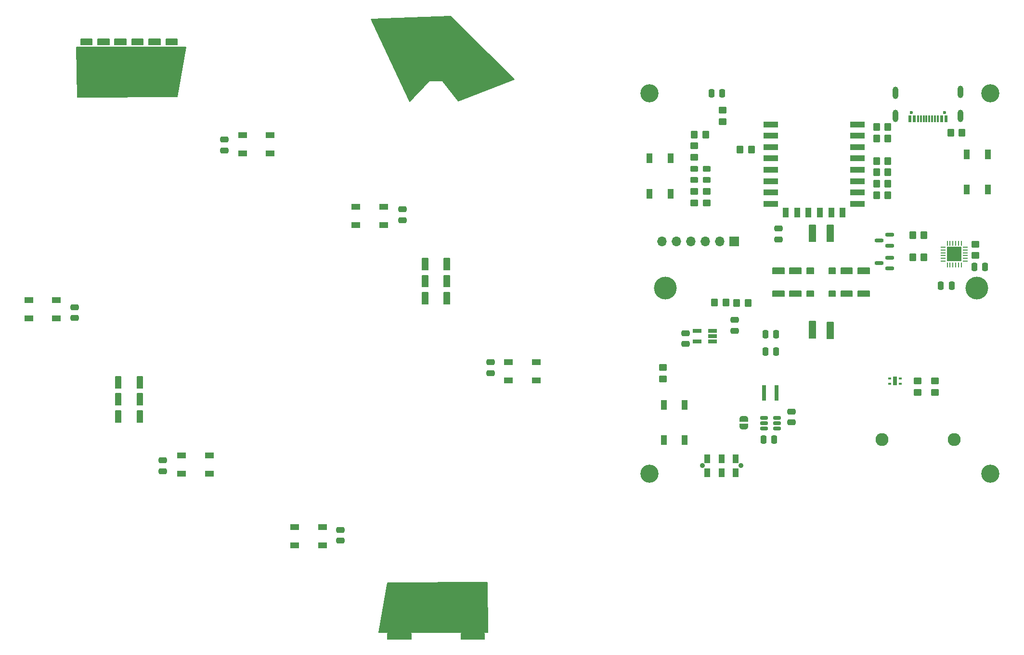
<source format=gts>
%MOIN*%
%OFA0B0*%
%FSLAX46Y46*%
%IPPOS*%
%LPD*%
%AMRoundRect*
4,1,4,
-0.11811023622047245,0.07874015748031496,
-0.19685039370078741,0.15748031496062992,
-0.27559055118110237,0.23622047244094491,
-0.35433070866141736,0.31496062992125984,
-0.11811023622047245,0.07874015748031496,
0*
1,1,$1,$2,$3*
1,1,$1,$2,$3*
1,1,$1,$2,$3*
1,1,$1,$2,$3*
20,1,$1,$2,$3,$4,$5,90*
20,1,$1,$2,$3,$4,$5,90*
20,1,$1,$2,$3,$4,$5,90*
20,1,$1,$2,$3,$4,$5,90*%
%AMFreePoly0*
4,1,22,
0.029527559055118113,0.01968503937007874,
0.029527559055118113,-0.0000000000000000018079818215881557,
0.029332007874015749,-0.0000000000000000017960081606443842,
0.029274330708661419,-0.0031472834645669308,
0.027609960629921264,-0.00847464566929134,
0.024517244094488192,-0.013120708661417325,
0.020244842519685041,-0.016712047244094492,
0.015136220472440945,-0.018959881889763781,
0.00984251968503937,-0.019652125984251971,
0.00984251968503937,-0.01968503937007874,
-0.0098425196850393734,-0.01968503937007874,
-0.0098425196850393734,-0.019652125984251971,
-0.010083031496062994,-0.019683582677165357,
-0.015597874015748034,-0.018824881889763782,
-0.02065003937007874,-0.016452913385826769,
-0.024833425196850396,-0.012758267716535432,
-0.027811692913385828,-0.0080379921259842516,
-0.029345433070866143,-0.0026715748031496049,
-0.029329094488188979,0.0000000000000000017958297731046545,
-0.029527559055118113,0.0000000000000000018079818215881557,
-0.029527559055118113,0.01968503937007874,
0.029527559055118113,0.01968503937007874,
0.029527559055118113,0.01968503937007874,
0*%
%AMFreePoly1*
4,1,20,
-0.029329094488188979,0.0000000000000000017958297731046545,
-0.029311338582677166,0.0029096456692913404,
-0.027712165354330711,0.00825692913385827,
-0.024676456692913386,0.012940472440944885,
-0.020448228346456692,0.016583700787401578,
-0.015367440944881888,0.018893818897637797,
-0.00984251968503937,0.01968503937007874,
0.0098425196850393734,0.01968503937007874,
0.010323464566929137,0.019679173228346458,
0.015827440944881893,0.018753188976377955,
0.02085023622047244,0.016319645669291338,
0.024988188976377956,0.012574173228346456,
0.027908543307086614,0.00781787401574803,
0.029376614173228347,0.0024331102362204707,
0.029332007874015749,-0.0000000000000000017960081606443842,
0.029527559055118113,-0.0000000000000000018079818215881557,
0.029527559055118113,-0.01968503937007874,
-0.029527559055118113,-0.01968503937007874,
-0.029527559055118113,0.0000000000000000018079818215881557,
-0.029329094488188979,0.0000000000000000017958297731046545,
-0.029329094488188979,0.0000000000000000017958297731046545,
0*%
%AMCOMP17*
4,1,3,
-0.0098425196850393734,-0.018700787401574805,
0.00984251968503937,-0.018700787401574805,
0.0098425196850393734,0.018700787401574805,
-0.00984251968503937,0.018700787401574805,
0*
4,1,19,
-0.01968503937007874,-0.0187007874015748,
-0.019203312168259386,-0.015659281551427682,
-0.017805285377706176,-0.012915499485310303,
-0.015627807601303872,-0.010738021708907997,
-0.012884025535186491,-0.0093399949183547871,
-0.00984251968503937,-0.0088582677165354312,
-0.0068010138348922524,-0.0093399949183547871,
-0.0040572317687748724,-0.010738021708907997,
-0.0018797539923725666,-0.012915499485310301,
-0.000481727201819356,-0.015659281551427682,
-0.0000000000000000011450551536724983,-0.0187007874015748,
-0.00048172720181935636,-0.021742293251721927,
-0.0018797539923725648,-0.0244860753178393,
-0.0040572317687748716,-0.026663553094241611,
-0.0068010138348922507,-0.02806157988479482,
-0.00984251968503937,-0.028543307086614175,
-0.012884025535186491,-0.02806157988479482,
-0.015627807601303872,-0.026663553094241611,
-0.017805285377706179,-0.024486075317839306,
-0.019203312168259389,-0.021742293251721924,
0*
4,1,19,
-0.0000000000000000011450551536724983,-0.018700787401574805,
0.00048172720181935408,-0.015659281551427682,
0.0018797539923725637,-0.012915499485310303,
0.0040572317687748707,-0.010738021708907997,
0.0068010138348922489,-0.0093399949183547871,
0.00984251968503937,-0.0088582677165354329,
0.012884025535186491,-0.0093399949183547871,
0.015627807601303868,-0.010738021708907997,
0.017805285377706176,-0.012915499485310301,
0.019203312168259386,-0.015659281551427685,
0.01968503937007874,-0.018700787401574805,
0.019203312168259386,-0.021742293251721927,
0.017805285377706176,-0.0244860753178393,
0.015627807601303872,-0.026663553094241611,
0.012884025535186489,-0.02806157988479482,
0.00984251968503937,-0.028543307086614175,
0.00680101383489225,-0.02806157988479482,
0.0040572317687748716,-0.026663553094241611,
0.0018797539923725642,-0.024486075317839306,
0.00048172720181935375,-0.021742293251721924,
0*
4,1,19,
0.0000000000000000011450551536724983,0.018700787401574805,
0.00048172720181935636,0.021742293251721924,
0.0018797539923725659,0.0244860753178393,
0.0040572317687748724,0.026663553094241611,
0.0068010138348922524,0.02806157988479482,
0.00984251968503937,0.028543307086614175,
0.012884025535186494,0.02806157988479482,
0.015627807601303872,0.026663553094241611,
0.017805285377706179,0.024486075317839306,
0.019203312168259389,0.021742293251721924,
0.01968503937007874,0.018700787401574805,
0.019203312168259386,0.015659281551427678,
0.017805285377706176,0.012915499485310306,
0.015627807601303872,0.010738021708907997,
0.012884025535186491,0.0093399949183547871,
0.0098425196850393734,0.0088582677165354312,
0.0068010138348922533,0.0093399949183547871,
0.0040572317687748733,0.010738021708907997,
0.0018797539923725666,0.012915499485310301,
0.000481727201819356,0.015659281551427682,
0*
4,1,19,
-0.01968503937007874,0.018700787401574805,
-0.019203312168259386,0.021742293251721924,
-0.017805285377706176,0.0244860753178393,
-0.015627807601303868,0.026663553094241611,
-0.012884025535186489,0.02806157988479482,
-0.0098425196850393682,0.028543307086614175,
-0.0068010138348922489,0.02806157988479482,
-0.0040572317687748707,0.026663553094241611,
-0.0018797539923725642,0.024486075317839306,
-0.00048172720181935375,0.021742293251721924,
0.0000000000000000011450551536724986,0.018700787401574805,
-0.00048172720181935408,0.015659281551427682,
-0.0018797539923725627,0.012915499485310306,
-0.004057231768774869,0.010738021708907997,
-0.0068010138348922481,0.0093399949183547871,
-0.0098425196850393682,0.0088582677165354329,
-0.012884025535186489,0.0093399949183547871,
-0.015627807601303868,0.010738021708907997,
-0.017805285377706176,0.012915499485310301,
-0.019203312168259386,0.015659281551427682,
0*
4,1,3,
-0.0098425196850393734,-0.028543307086614175,
-0.00984251968503937,-0.0088582677165354312,
0.00984251968503937,-0.0088582677165354329,
0.0098425196850393682,-0.028543307086614175,
0*
4,1,3,
0.01968503937007874,-0.018700787401574805,
-0.0000000000000000011450551536724983,-0.018700787401574805,
0.0000000000000000011450551536724983,0.018700787401574805,
0.01968503937007874,0.0187007874015748,
0*
4,1,3,
0.0098425196850393734,0.028543307086614175,
0.00984251968503937,0.0088582677165354312,
-0.00984251968503937,0.0088582677165354329,
-0.0098425196850393682,0.028543307086614175,
0*
4,1,3,
-0.01968503937007874,0.018700787401574805,
0.0000000000000000011450551536724983,0.018700787401574805,
-0.0000000000000000011450551536724983,-0.018700787401574805,
-0.01968503937007874,-0.0187007874015748,
0*%
%AMCOMP18*
4,1,3,
-0.013779527559055118,-0.017716535433070866,
0.013779527559055118,-0.017716535433070866,
0.013779527559055118,0.017716535433070866,
-0.013779527559055118,0.017716535433070866,
0*
4,1,19,
-0.023622047244094488,-0.017716535433070866,
-0.023140320042275134,-0.014675029582923745,
-0.021742293251721924,-0.011931247516806366,
-0.019564815475319616,-0.00975376974040406,
-0.016821033409202237,-0.00835574294985085,
-0.013779527559055118,-0.007874015748031496,
-0.010738021708907997,-0.00835574294985085,
-0.0079942396427906213,-0.0097537697404040617,
-0.0058167618663883145,-0.011931247516806368,
-0.0044187350758351038,-0.014675029582923747,
-0.0039370078740157488,-0.017716535433070866,
-0.0044187350758351038,-0.020758041283217992,
-0.0058167618663883119,-0.023501823349335368,
-0.0079942396427906178,-0.025679301125737672,
-0.010738021708907999,-0.027077327916290882,
-0.013779527559055118,-0.027559055118110236,
-0.016821033409202237,-0.027077327916290882,
-0.019564815475319616,-0.025679301125737675,
-0.021742293251721924,-0.023501823349335368,
-0.023140320042275134,-0.020758041283217992,
0*
4,1,19,
0.0039370078740157462,-0.017716535433070866,
0.0044187350758351012,-0.014675029582923747,
0.0058167618663883111,-0.011931247516806368,
0.0079942396427906178,-0.0097537697404040617,
0.010738021708907997,-0.0083557429498508536,
0.013779527559055118,-0.0078740157480314977,
0.016821033409202237,-0.0083557429498508518,
0.019564815475319616,-0.0097537697404040634,
0.021742293251721924,-0.011931247516806369,
0.023140320042275134,-0.014675029582923748,
0.023622047244094488,-0.017716535433070866,
0.023140320042275134,-0.020758041283217992,
0.021742293251721924,-0.023501823349335368,
0.019564815475319616,-0.025679301125737672,
0.016821033409202237,-0.027077327916290882,
0.013779527559055118,-0.027559055118110236,
0.010738021708907997,-0.027077327916290882,
0.00799423964279062,-0.025679301125737675,
0.0058167618663883119,-0.023501823349335368,
0.0044187350758351012,-0.020758041283217992,
0*
4,1,19,
0.0039370078740157488,0.017716535433070866,
0.0044187350758351038,0.020758041283217985,
0.0058167618663883128,0.023501823349335368,
0.00799423964279062,0.025679301125737672,
0.010738021708907999,0.027077327916290882,
0.01377952755905512,0.027559055118110236,
0.016821033409202241,0.027077327916290882,
0.019564815475319616,0.025679301125737672,
0.021742293251721924,0.023501823349335368,
0.023140320042275134,0.020758041283217992,
0.023622047244094488,0.017716535433070866,
0.023140320042275134,0.014675029582923743,
0.021742293251721924,0.011931247516806366,
0.01956481547531962,0.0097537697404040617,
0.016821033409202237,0.00835574294985085,
0.01377952755905512,0.007874015748031496,
0.010738021708907999,0.00835574294985085,
0.0079942396427906213,0.00975376974040406,
0.0058167618663883145,0.011931247516806366,
0.0044187350758351038,0.014675029582923745,
0*
4,1,19,
-0.023622047244094488,0.017716535433070869,
-0.023140320042275134,0.020758041283217985,
-0.021742293251721924,0.023501823349335368,
-0.019564815475319616,0.025679301125737672,
-0.016821033409202237,0.027077327916290882,
-0.013779527559055116,0.027559055118110236,
-0.010738021708907995,0.027077327916290882,
-0.0079942396427906178,0.025679301125737672,
-0.0058167618663883119,0.023501823349335368,
-0.0044187350758351012,0.020758041283217992,
-0.0039370078740157462,0.017716535433070869,
-0.0044187350758351012,0.014675029582923745,
-0.0058167618663883093,0.011931247516806368,
-0.0079942396427906161,0.0097537697404040634,
-0.010738021708907997,0.0083557429498508536,
-0.013779527559055116,0.0078740157480314977,
-0.016821033409202237,0.0083557429498508518,
-0.019564815475319616,0.0097537697404040617,
-0.021742293251721924,0.011931247516806368,
-0.023140320042275134,0.014675029582923747,
0*
4,1,3,
-0.01377952755905512,-0.027559055118110236,
-0.013779527559055118,-0.007874015748031496,
0.013779527559055118,-0.0078740157480314977,
0.013779527559055116,-0.027559055118110236,
0*
4,1,3,
0.023622047244094488,-0.017716535433070869,
0.0039370078740157462,-0.017716535433070866,
0.0039370078740157488,0.017716535433070866,
0.023622047244094488,0.017716535433070866,
0*
4,1,3,
0.01377952755905512,0.027559055118110236,
0.013779527559055118,0.007874015748031496,
-0.013779527559055118,0.0078740157480314977,
-0.013779527559055116,0.027559055118110236,
0*
4,1,3,
-0.023622047244094488,0.017716535433070869,
-0.0039370078740157462,0.017716535433070866,
-0.0039370078740157488,-0.017716535433070866,
-0.023622047244094488,-0.017716535433070866,
0*%
%AMCOMP19*
4,1,3,
-0.01796259842519685,0.0095964566929133879,
-0.01796259842519685,-0.0095964566929133844,
0.01796259842519685,-0.0095964566929133879,
0.01796259842519685,0.0095964566929133844,
0*
4,1,19,
-0.027559055118110236,0.0095964566929133879,
-0.027089371096336367,0.012561924896806831,
-0.025726294975546987,0.015237112411271275,
-0.023603254143554738,0.017360153243263524,
-0.020928066629090292,0.018723229364052903,
-0.01796259842519685,0.019192913385826776,
-0.014997130221303409,0.018723229364052903,
-0.012321942706838965,0.01736015324326352,
-0.010198901874846717,0.015237112411271273,
-0.0088358257540573342,0.012561924896806831,
-0.0083661417322834636,0.0095964566929133879,
-0.0088358257540573359,0.0066309884890199408,
-0.010198901874846714,0.0039558009745555012,
-0.012321942706838963,0.0018327601425632526,
-0.014997130221303409,0.00046968402177387209,
-0.01796259842519685,0.0000000000000000010998556081327944,
-0.020928066629090292,0.00046968402177387139,
-0.023603254143554735,0.001832760142563251,
-0.025726294975546984,0.0039558009745554986,
-0.027089371096336367,0.0066309884890199443,
0*
4,1,19,
-0.027559055118110236,-0.0095964566929133844,
-0.027089371096336367,-0.0066309884890199417,
-0.025726294975546987,-0.0039558009745554977,
-0.023603254143554738,-0.0018327601425632493,
-0.020928066629090292,-0.00046968402177386987,
-0.01796259842519685,0.0000000000000000010998556081327946,
-0.014997130221303411,-0.00046968402177386922,
-0.012321942706838965,-0.00183276014256325,
-0.010198901874846717,-0.0039558009745554977,
-0.0088358257540573359,-0.0066309884890199434,
-0.0083661417322834653,-0.0095964566929133844,
-0.0088358257540573377,-0.012561924896806831,
-0.010198901874846714,-0.015237112411271273,
-0.012321942706838963,-0.01736015324326352,
-0.014997130221303411,-0.0187232293640529,
-0.01796259842519685,-0.019192913385826769,
-0.020928066629090292,-0.0187232293640529,
-0.023603254143554735,-0.01736015324326352,
-0.025726294975546984,-0.015237112411271273,
-0.027089371096336367,-0.012561924896806829,
0*
4,1,19,
0.0083661417322834636,-0.0095964566929133861,
0.0088358257540573359,-0.0066309884890199443,
0.010198901874846714,-0.0039558009745554994,
0.012321942706838963,-0.0018327601425632515,
0.014997130221303409,-0.00046968402177387209,
0.01796259842519685,-0.0000000000000000010998556081327946,
0.020928066629090292,-0.00046968402177387139,
0.023603254143554735,-0.0018327601425632521,
0.025726294975546984,-0.0039558009745554994,
0.027089371096336367,-0.0066309884890199452,
0.027559055118110236,-0.0095964566929133879,
0.027089371096336367,-0.012561924896806832,
0.025726294975546987,-0.015237112411271275,
0.023603254143554738,-0.017360153243263524,
0.020928066629090296,-0.018723229364052903,
0.01796259842519685,-0.019192913385826776,
0.014997130221303409,-0.018723229364052903,
0.012321942706838966,-0.01736015324326352,
0.010198901874846717,-0.015237112411271275,
0.0088358257540573342,-0.012561924896806831,
0*
4,1,19,
0.0083661417322834653,0.0095964566929133861,
0.0088358257540573377,0.012561924896806829,
0.010198901874846714,0.015237112411271273,
0.012321942706838963,0.01736015324326352,
0.014997130221303411,0.0187232293640529,
0.017962598425196853,0.019192913385826769,
0.020928066629090292,0.0187232293640529,
0.023603254143554735,0.01736015324326352,
0.025726294975546984,0.015237112411271271,
0.027089371096336367,0.012561924896806829,
0.027559055118110236,0.0095964566929133844,
0.027089371096336367,0.0066309884890199391,
0.025726294975546987,0.0039558009745554986,
0.023603254143554738,0.0018327601425632504,
0.020928066629090296,0.00046968402177386987,
0.017962598425196853,-0.0000000000000000010998556081327946,
0.014997130221303411,0.00046968402177386922,
0.012321942706838966,0.0018327601425632487,
0.010198901874846717,0.0039558009745554968,
0.0088358257540573359,0.0066309884890199417,
0*
4,1,3,
-0.027559055118110236,0.00959645669291339,
-0.0083661417322834636,0.0095964566929133844,
-0.0083661417322834653,-0.0095964566929133879,
-0.027559055118110236,-0.0095964566929133827,
0*
4,1,3,
-0.017962598425196853,-0.019192913385826769,
-0.01796259842519685,0.0000000000000000010998556081327946,
0.01796259842519685,-0.0000000000000000010998556081327946,
0.01796259842519685,-0.019192913385826776,
0*
4,1,3,
0.027559055118110236,-0.00959645669291339,
0.0083661417322834636,-0.0095964566929133844,
0.0083661417322834653,0.0095964566929133879,
0.027559055118110236,0.0095964566929133827,
0*
4,1,3,
0.017962598425196853,0.019192913385826769,
0.01796259842519685,-0.0000000000000000010998556081327946,
-0.01796259842519685,0.0000000000000000010998556081327946,
-0.01796259842519685,0.019192913385826776,
0*%
%AMCOMP20*
4,1,3,
0.0098425196850393734,0.018700787401574805,
-0.00984251968503937,0.018700787401574805,
-0.0098425196850393734,-0.018700787401574805,
0.00984251968503937,-0.018700787401574805,
0*
4,1,19,
0.0000000000000000011450551536724983,0.018700787401574805,
0.00048172720181935636,0.021742293251721924,
0.0018797539923725659,0.0244860753178393,
0.0040572317687748724,0.026663553094241611,
0.0068010138348922524,0.02806157988479482,
0.00984251968503937,0.028543307086614175,
0.012884025535186494,0.02806157988479482,
0.015627807601303872,0.026663553094241611,
0.017805285377706179,0.024486075317839306,
0.019203312168259389,0.021742293251721924,
0.01968503937007874,0.018700787401574805,
0.019203312168259386,0.015659281551427678,
0.017805285377706176,0.012915499485310306,
0.015627807601303872,0.010738021708907997,
0.012884025535186491,0.0093399949183547871,
0.0098425196850393734,0.0088582677165354312,
0.0068010138348922533,0.0093399949183547871,
0.0040572317687748733,0.010738021708907997,
0.0018797539923725666,0.012915499485310301,
0.000481727201819356,0.015659281551427682,
0*
4,1,19,
-0.01968503937007874,0.018700787401574805,
-0.019203312168259386,0.021742293251721924,
-0.017805285377706176,0.0244860753178393,
-0.015627807601303868,0.026663553094241611,
-0.012884025535186489,0.02806157988479482,
-0.0098425196850393682,0.028543307086614175,
-0.0068010138348922489,0.02806157988479482,
-0.0040572317687748707,0.026663553094241611,
-0.0018797539923725642,0.024486075317839306,
-0.00048172720181935375,0.021742293251721924,
0.0000000000000000011450551536724986,0.018700787401574805,
-0.00048172720181935408,0.015659281551427682,
-0.0018797539923725627,0.012915499485310306,
-0.004057231768774869,0.010738021708907997,
-0.0068010138348922481,0.0093399949183547871,
-0.0098425196850393682,0.0088582677165354329,
-0.012884025535186489,0.0093399949183547871,
-0.015627807601303868,0.010738021708907997,
-0.017805285377706176,0.012915499485310301,
-0.019203312168259386,0.015659281551427682,
0*
4,1,19,
-0.01968503937007874,-0.0187007874015748,
-0.019203312168259386,-0.015659281551427682,
-0.017805285377706176,-0.012915499485310303,
-0.015627807601303872,-0.010738021708907997,
-0.012884025535186491,-0.0093399949183547871,
-0.00984251968503937,-0.0088582677165354312,
-0.0068010138348922524,-0.0093399949183547871,
-0.0040572317687748724,-0.010738021708907997,
-0.0018797539923725666,-0.012915499485310301,
-0.000481727201819356,-0.015659281551427682,
-0.0000000000000000011450551536724983,-0.0187007874015748,
-0.00048172720181935636,-0.021742293251721927,
-0.0018797539923725648,-0.0244860753178393,
-0.0040572317687748716,-0.026663553094241611,
-0.0068010138348922507,-0.02806157988479482,
-0.00984251968503937,-0.028543307086614175,
-0.012884025535186491,-0.02806157988479482,
-0.015627807601303872,-0.026663553094241611,
-0.017805285377706179,-0.024486075317839306,
-0.019203312168259389,-0.021742293251721924,
0*
4,1,19,
-0.0000000000000000011450551536724983,-0.018700787401574805,
0.00048172720181935408,-0.015659281551427682,
0.0018797539923725637,-0.012915499485310303,
0.0040572317687748707,-0.010738021708907997,
0.0068010138348922489,-0.0093399949183547871,
0.00984251968503937,-0.0088582677165354329,
0.012884025535186491,-0.0093399949183547871,
0.015627807601303868,-0.010738021708907997,
0.017805285377706176,-0.012915499485310301,
0.019203312168259386,-0.015659281551427685,
0.01968503937007874,-0.018700787401574805,
0.019203312168259386,-0.021742293251721927,
0.017805285377706176,-0.0244860753178393,
0.015627807601303872,-0.026663553094241611,
0.012884025535186489,-0.02806157988479482,
0.00984251968503937,-0.028543307086614175,
0.00680101383489225,-0.02806157988479482,
0.0040572317687748716,-0.026663553094241611,
0.0018797539923725642,-0.024486075317839306,
0.00048172720181935375,-0.021742293251721924,
0*
4,1,3,
0.0098425196850393734,0.028543307086614175,
0.00984251968503937,0.0088582677165354312,
-0.00984251968503937,0.0088582677165354329,
-0.0098425196850393682,0.028543307086614175,
0*
4,1,3,
-0.01968503937007874,0.018700787401574805,
0.0000000000000000011450551536724983,0.018700787401574805,
-0.0000000000000000011450551536724983,-0.018700787401574805,
-0.01968503937007874,-0.0187007874015748,
0*
4,1,3,
-0.0098425196850393734,-0.028543307086614175,
-0.00984251968503937,-0.0088582677165354312,
0.00984251968503937,-0.0088582677165354329,
0.0098425196850393682,-0.028543307086614175,
0*
4,1,3,
0.01968503937007874,-0.018700787401574805,
-0.0000000000000000011450551536724983,-0.018700787401574805,
0.0000000000000000011450551536724983,0.018700787401574805,
0.01968503937007874,0.0187007874015748,
0*%
%AMCOMP21*
4,1,3,
-0.017716535433070866,0.013779527559055118,
-0.017716535433070866,-0.013779527559055118,
0.017716535433070866,-0.013779527559055118,
0.017716535433070866,0.013779527559055118,
0*
4,1,19,
-0.027559055118110236,0.01377952755905512,
-0.027077327916290882,0.016821033409202241,
-0.025679301125737672,0.01956481547531962,
-0.023501823349335368,0.021742293251721924,
-0.020758041283217985,0.023140320042275134,
-0.017716535433070866,0.023622047244094488,
-0.014675029582923747,0.023140320042275134,
-0.011931247516806366,0.021742293251721924,
-0.0097537697404040617,0.01956481547531962,
-0.00835574294985085,0.016821033409202237,
-0.007874015748031496,0.01377952755905512,
-0.00835574294985085,0.010738021708907995,
-0.00975376974040406,0.0079942396427906213,
-0.011931247516806368,0.0058167618663883145,
-0.014675029582923745,0.0044187350758351038,
-0.017716535433070866,0.0039370078740157488,
-0.020758041283217985,0.0044187350758351021,
-0.023501823349335368,0.0058167618663883119,
-0.025679301125737672,0.0079942396427906178,
-0.027077327916290882,0.010738021708907997,
0*
4,1,19,
-0.027559055118110236,-0.013779527559055116,
-0.027077327916290882,-0.010738021708907995,
-0.025679301125737672,-0.0079942396427906178,
-0.023501823349335368,-0.0058167618663883111,
-0.020758041283217985,-0.0044187350758351012,
-0.017716535433070866,-0.0039370078740157462,
-0.014675029582923748,-0.0044187350758351,
-0.011931247516806368,-0.0058167618663883111,
-0.0097537697404040634,-0.0079942396427906161,
-0.0083557429498508536,-0.010738021708907997,
-0.0078740157480314977,-0.013779527559055116,
-0.0083557429498508536,-0.016821033409202241,
-0.0097537697404040617,-0.019564815475319616,
-0.011931247516806369,-0.021742293251721924,
-0.014675029582923747,-0.023140320042275134,
-0.017716535433070866,-0.023622047244094488,
-0.020758041283217985,-0.023140320042275134,
-0.023501823349335368,-0.021742293251721924,
-0.025679301125737672,-0.019564815475319616,
-0.027077327916290882,-0.016821033409202237,
0*
4,1,19,
0.007874015748031496,-0.013779527559055118,
0.00835574294985085,-0.010738021708907997,
0.0097537697404040617,-0.00799423964279062,
0.011931247516806368,-0.0058167618663883128,
0.014675029582923747,-0.0044187350758351038,
0.017716535433070866,-0.0039370078740157488,
0.020758041283217985,-0.0044187350758351021,
0.023501823349335368,-0.0058167618663883128,
0.025679301125737672,-0.0079942396427906178,
0.027077327916290882,-0.010738021708907999,
0.027559055118110236,-0.013779527559055118,
0.027077327916290882,-0.016821033409202244,
0.025679301125737675,-0.019564815475319616,
0.023501823349335368,-0.021742293251721924,
0.020758041283217992,-0.023140320042275134,
0.017716535433070866,-0.023622047244094488,
0.014675029582923747,-0.023140320042275134,
0.011931247516806368,-0.021742293251721924,
0.0097537697404040617,-0.01956481547531962,
0.00835574294985085,-0.016821033409202241,
0*
4,1,19,
0.0078740157480314977,0.013779527559055118,
0.0083557429498508536,0.016821033409202237,
0.0097537697404040634,0.019564815475319616,
0.011931247516806369,0.021742293251721924,
0.014675029582923748,0.023140320042275134,
0.017716535433070869,0.023622047244094488,
0.020758041283217985,0.023140320042275134,
0.023501823349335368,0.021742293251721924,
0.025679301125737672,0.019564815475319616,
0.027077327916290882,0.016821033409202237,
0.027559055118110236,0.013779527559055118,
0.027077327916290882,0.010738021708907993,
0.025679301125737675,0.0079942396427906178,
0.023501823349335368,0.0058167618663883119,
0.020758041283217992,0.0044187350758351012,
0.017716535433070869,0.0039370078740157462,
0.014675029582923748,0.0044187350758351,
0.011931247516806369,0.0058167618663883093,
0.0097537697404040634,0.0079942396427906143,
0.0083557429498508536,0.010738021708907995,
0*
4,1,3,
-0.027559055118110236,0.01377952755905512,
-0.007874015748031496,0.013779527559055118,
-0.0078740157480314977,-0.013779527559055118,
-0.027559055118110236,-0.013779527559055116,
0*
4,1,3,
-0.017716535433070869,-0.023622047244094488,
-0.017716535433070866,-0.0039370078740157462,
0.017716535433070866,-0.0039370078740157488,
0.017716535433070866,-0.023622047244094488,
0*
4,1,3,
0.027559055118110236,-0.01377952755905512,
0.007874015748031496,-0.013779527559055118,
0.0078740157480314977,0.013779527559055118,
0.027559055118110236,0.013779527559055116,
0*
4,1,3,
0.017716535433070869,0.023622047244094488,
0.017716535433070866,0.0039370078740157462,
-0.017716535433070866,0.0039370078740157488,
-0.017716535433070866,0.023622047244094488,
0*%
%AMCOMP22*
4,1,3,
0.013779527559055118,0.017716535433070866,
-0.013779527559055118,0.017716535433070866,
-0.013779527559055118,-0.017716535433070866,
0.013779527559055118,-0.017716535433070866,
0*
4,1,19,
0.0039370078740157488,0.017716535433070866,
0.0044187350758351038,0.020758041283217985,
0.0058167618663883128,0.023501823349335368,
0.00799423964279062,0.025679301125737672,
0.010738021708907999,0.027077327916290882,
0.01377952755905512,0.027559055118110236,
0.016821033409202241,0.027077327916290882,
0.019564815475319616,0.025679301125737672,
0.021742293251721924,0.023501823349335368,
0.023140320042275134,0.020758041283217992,
0.023622047244094488,0.017716535433070866,
0.023140320042275134,0.014675029582923743,
0.021742293251721924,0.011931247516806366,
0.01956481547531962,0.0097537697404040617,
0.016821033409202237,0.00835574294985085,
0.01377952755905512,0.007874015748031496,
0.010738021708907999,0.00835574294985085,
0.0079942396427906213,0.00975376974040406,
0.0058167618663883145,0.011931247516806366,
0.0044187350758351038,0.014675029582923745,
0*
4,1,19,
-0.023622047244094488,0.017716535433070869,
-0.023140320042275134,0.020758041283217985,
-0.021742293251721924,0.023501823349335368,
-0.019564815475319616,0.025679301125737672,
-0.016821033409202237,0.027077327916290882,
-0.013779527559055116,0.027559055118110236,
-0.010738021708907995,0.027077327916290882,
-0.0079942396427906178,0.025679301125737672,
-0.0058167618663883119,0.023501823349335368,
-0.0044187350758351012,0.020758041283217992,
-0.0039370078740157462,0.017716535433070869,
-0.0044187350758351012,0.014675029582923745,
-0.0058167618663883093,0.011931247516806368,
-0.0079942396427906161,0.0097537697404040634,
-0.010738021708907997,0.0083557429498508536,
-0.013779527559055116,0.0078740157480314977,
-0.016821033409202237,0.0083557429498508518,
-0.019564815475319616,0.0097537697404040617,
-0.021742293251721924,0.011931247516806368,
-0.023140320042275134,0.014675029582923747,
0*
4,1,19,
-0.023622047244094488,-0.017716535433070866,
-0.023140320042275134,-0.014675029582923745,
-0.021742293251721924,-0.011931247516806366,
-0.019564815475319616,-0.00975376974040406,
-0.016821033409202237,-0.00835574294985085,
-0.013779527559055118,-0.007874015748031496,
-0.010738021708907997,-0.00835574294985085,
-0.0079942396427906213,-0.0097537697404040617,
-0.0058167618663883145,-0.011931247516806368,
-0.0044187350758351038,-0.014675029582923747,
-0.0039370078740157488,-0.017716535433070866,
-0.0044187350758351038,-0.020758041283217992,
-0.0058167618663883119,-0.023501823349335368,
-0.0079942396427906178,-0.025679301125737672,
-0.010738021708907999,-0.027077327916290882,
-0.013779527559055118,-0.027559055118110236,
-0.016821033409202237,-0.027077327916290882,
-0.019564815475319616,-0.025679301125737675,
-0.021742293251721924,-0.023501823349335368,
-0.023140320042275134,-0.020758041283217992,
0*
4,1,19,
0.0039370078740157462,-0.017716535433070866,
0.0044187350758351012,-0.014675029582923747,
0.0058167618663883111,-0.011931247516806368,
0.0079942396427906178,-0.0097537697404040617,
0.010738021708907997,-0.0083557429498508536,
0.013779527559055118,-0.0078740157480314977,
0.016821033409202237,-0.0083557429498508518,
0.019564815475319616,-0.0097537697404040634,
0.021742293251721924,-0.011931247516806369,
0.023140320042275134,-0.014675029582923748,
0.023622047244094488,-0.017716535433070866,
0.023140320042275134,-0.020758041283217992,
0.021742293251721924,-0.023501823349335368,
0.019564815475319616,-0.025679301125737672,
0.016821033409202237,-0.027077327916290882,
0.013779527559055118,-0.027559055118110236,
0.010738021708907997,-0.027077327916290882,
0.00799423964279062,-0.025679301125737675,
0.0058167618663883119,-0.023501823349335368,
0.0044187350758351012,-0.020758041283217992,
0*
4,1,3,
0.01377952755905512,0.027559055118110236,
0.013779527559055118,0.007874015748031496,
-0.013779527559055118,0.0078740157480314977,
-0.013779527559055116,0.027559055118110236,
0*
4,1,3,
-0.023622047244094488,0.017716535433070869,
-0.0039370078740157462,0.017716535433070866,
-0.0039370078740157488,-0.017716535433070866,
-0.023622047244094488,-0.017716535433070866,
0*
4,1,3,
-0.01377952755905512,-0.027559055118110236,
-0.013779527559055118,-0.007874015748031496,
0.013779527559055118,-0.0078740157480314977,
0.013779527559055116,-0.027559055118110236,
0*
4,1,3,
0.023622047244094488,-0.017716535433070869,
0.0039370078740157462,-0.017716535433070866,
0.0039370078740157488,0.017716535433070866,
0.023622047244094488,0.017716535433070866,
0*%
%AMCOMP23*
4,1,21,
0.029527559055118113,0.01968503937007874,
0.029527559055118113,-0.0000000000000000018079818215881557,
0.029332007874015749,-0.0000000000000000017960081606443842,
0.029274330708661419,-0.0031472834645669308,
0.027609960629921264,-0.00847464566929134,
0.024517244094488192,-0.013120708661417325,
0.020244842519685041,-0.016712047244094492,
0.015136220472440945,-0.018959881889763781,
0.00984251968503937,-0.019652125984251971,
0.00984251968503937,-0.01968503937007874,
-0.0098425196850393734,-0.01968503937007874,
-0.0098425196850393734,-0.019652125984251971,
-0.010083031496062994,-0.019683582677165357,
-0.015597874015748034,-0.018824881889763782,
-0.02065003937007874,-0.016452913385826769,
-0.024833425196850396,-0.012758267716535432,
-0.027811692913385828,-0.0080379921259842516,
-0.029345433070866143,-0.0026715748031496049,
-0.029329094488188979,0.0000000000000000017958297731046545,
-0.029527559055118113,0.0000000000000000018079818215881557,
-0.029527559055118113,0.01968503937007874,
0.029527559055118113,0.01968503937007874,
0*%
%AMCOMP24*
4,1,19,
-0.029329094488188979,0.0000000000000000017958297731046545,
-0.029311338582677166,0.0029096456692913404,
-0.027712165354330711,0.00825692913385827,
-0.024676456692913386,0.012940472440944885,
-0.020448228346456692,0.016583700787401578,
-0.015367440944881888,0.018893818897637797,
-0.00984251968503937,0.01968503937007874,
0.0098425196850393734,0.01968503937007874,
0.010323464566929137,0.019679173228346458,
0.015827440944881893,0.018753188976377955,
0.02085023622047244,0.016319645669291338,
0.024988188976377956,0.012574173228346456,
0.027908543307086614,0.00781787401574803,
0.029376614173228347,0.0024331102362204707,
0.029332007874015749,-0.0000000000000000017960081606443842,
0.029527559055118113,-0.0000000000000000018079818215881557,
0.029527559055118113,-0.01968503937007874,
-0.029527559055118113,-0.01968503937007874,
-0.029527559055118113,0.0000000000000000018079818215881557,
-0.029329094488188979,0.0000000000000000017958297731046545,
0*%
%AMCOMP25*
4,1,3,
0.02312992125984252,0.0059055118110236211,
-0.02312992125984252,0.0059055118110236228,
-0.02312992125984252,-0.0059055118110236211,
0.02312992125984252,-0.0059055118110236228,
0*
4,1,19,
0.017224409448818898,0.0059055118110236211,
0.017513445769910513,0.007730415321111894,
0.018352261844242438,0.0093766845607823213,
0.019658748510083823,0.010683171226623702,
0.021305017749754251,0.011521987300955628,
0.02312992125984252,0.011811023622047242,
0.024954824769930793,0.011521987300955629,
0.026601094009601218,0.010683171226623702,
0.027907580675442602,0.0093766845607823213,
0.028746396749774531,0.0077304153211118923,
0.029035433070866146,0.0059055118110236211,
0.028746396749774531,0.0040806083009353464,
0.027907580675442606,0.0024343390612649213,
0.026601094009601225,0.0011278523954235378,
0.024954824769930793,0.00028903632109161191,
0.02312992125984252,-0.0000000000000000014162524269107219,
0.021305017749754251,0.00028903632109161109,
0.019658748510083823,0.0011278523954235367,
0.018352261844242438,0.00243433906126492,
0.017513445769910513,0.0040806083009353473,
0*
4,1,19,
-0.029035433070866146,0.0059055118110236246,
-0.028746396749774531,0.0077304153211118967,
-0.027907580675442602,0.0093766845607823248,
-0.026601094009601225,0.010683171226623706,
-0.024954824769930793,0.011521987300955631,
-0.02312992125984252,0.011811023622047246,
-0.021305017749754251,0.011521987300955635,
-0.019658748510083823,0.010683171226623706,
-0.018352261844242438,0.0093766845607823248,
-0.017513445769910513,0.0077304153211118958,
-0.017224409448818898,0.0059055118110236246,
-0.017513445769910513,0.00408060830093535,
-0.018352261844242438,0.0024343390612649239,
-0.019658748510083823,0.0011278523954235406,
-0.021305017749754251,0.00028903632109161478,
-0.02312992125984252,0.0000000000000000014162524269107219,
-0.024954824769930793,0.00028903632109161391,
-0.026601094009601218,0.0011278523954235395,
-0.027907580675442602,0.002434339061264923,
-0.028746396749774531,0.00408060830093535,
0*
4,1,19,
-0.029035433070866146,-0.00590551181102362,
-0.028746396749774531,-0.0040806083009353481,
-0.027907580675442602,-0.0024343390612649209,
-0.026601094009601225,-0.0011278523954235374,
-0.024954824769930793,-0.00028903632109161191,
-0.02312992125984252,0.0000000000000000014162524269107219,
-0.021305017749754251,-0.00028903632109161109,
-0.019658748510083823,-0.0011278523954235378,
-0.018352261844242438,-0.0024343390612649209,
-0.017513445769910513,-0.0040806083009353481,
-0.017224409448818898,-0.00590551181102362,
-0.017513445769910513,-0.0077304153211118949,
-0.018352261844242438,-0.00937668456078232,
-0.019658748510083823,-0.010683171226623702,
-0.021305017749754251,-0.011521987300955628,
-0.02312992125984252,-0.011811023622047242,
-0.024954824769930793,-0.011521987300955629,
-0.026601094009601218,-0.010683171226623704,
-0.027907580675442602,-0.0093766845607823213,
-0.028746396749774531,-0.007730415321111894,
0*
4,1,19,
0.017224409448818898,-0.0059055118110236228,
0.017513445769910513,-0.0040806083009353507,
0.018352261844242438,-0.0024343390612649235,
0.019658748510083823,-0.0011278523954235402,
0.021305017749754251,-0.00028903632109161478,
0.02312992125984252,-0.0000000000000000014162524269107219,
0.024954824769930793,-0.00028903632109161391,
0.026601094009601218,-0.0011278523954235406,
0.027907580675442602,-0.0024343390612649235,
0.028746396749774531,-0.0040806083009353507,
0.029035433070866146,-0.0059055118110236228,
0.028746396749774531,-0.0077304153211118984,
0.027907580675442606,-0.0093766845607823231,
0.026601094009601225,-0.010683171226623706,
0.024954824769930793,-0.011521987300955631,
0.02312992125984252,-0.011811023622047246,
0.021305017749754251,-0.011521987300955635,
0.019658748510083823,-0.010683171226623709,
0.018352261844242438,-0.0093766845607823248,
0.017513445769910513,-0.0077304153211118967,
0*
4,1,3,
0.02312992125984252,0.011811023622047242,
0.02312992125984252,-0.0000000000000000014162524269107219,
-0.02312992125984252,0.0000000000000000014162524269107219,
-0.02312992125984252,0.011811023622047246,
0*
4,1,3,
-0.029035433070866146,0.0059055118110236246,
-0.017224409448818898,0.0059055118110236228,
-0.017224409448818898,-0.0059055118110236211,
-0.029035433070866146,-0.00590551181102362,
0*
4,1,3,
-0.02312992125984252,-0.011811023622047242,
-0.02312992125984252,0.0000000000000000014162524269107219,
0.02312992125984252,-0.0000000000000000014162524269107219,
0.02312992125984252,-0.011811023622047246,
0*
4,1,3,
0.029035433070866146,-0.0059055118110236246,
0.017224409448818898,-0.0059055118110236228,
0.017224409448818898,0.0059055118110236211,
0.029035433070866146,0.00590551181102362,
0*%
%AMCOMP26*
4,1,3,
0.018700787401574805,-0.0098425196850393734,
0.018700787401574805,0.00984251968503937,
-0.018700787401574805,0.0098425196850393734,
-0.018700787401574805,-0.00984251968503937,
0*
4,1,19,
0.0088582677165354312,-0.00984251968503937,
0.0093399949183547871,-0.0068010138348922507,
0.010738021708907997,-0.0040572317687748716,
0.012915499485310303,-0.0018797539923725655,
0.015659281551427682,-0.000481727201819356,
0.018700787401574805,-0.0000000000000000011450551536724983,
0.021742293251721924,-0.00048172720181935522,
0.0244860753178393,-0.0018797539923725659,
0.026663553094241611,-0.0040572317687748716,
0.02806157988479482,-0.0068010138348922524,
0.028543307086614175,-0.00984251968503937,
0.02806157988479482,-0.012884025535186496,
0.026663553094241611,-0.015627807601303872,
0.024486075317839306,-0.017805285377706179,
0.021742293251721924,-0.019203312168259389,
0.018700787401574805,-0.01968503937007874,
0.015659281551427682,-0.019203312168259386,
0.012915499485310306,-0.017805285377706176,
0.010738021708907997,-0.015627807601303872,
0.0093399949183547871,-0.012884025535186494,
0*
4,1,19,
0.0088582677165354329,0.00984251968503937,
0.0093399949183547888,0.012884025535186491,
0.010738021708907997,0.015627807601303872,
0.012915499485310303,0.017805285377706176,
0.015659281551427685,0.019203312168259386,
0.018700787401574805,0.01968503937007874,
0.021742293251721924,0.019203312168259386,
0.0244860753178393,0.017805285377706176,
0.026663553094241611,0.015627807601303872,
0.02806157988479482,0.012884025535186489,
0.028543307086614175,0.00984251968503937,
0.02806157988479482,0.0068010138348922455,
0.026663553094241611,0.0040572317687748707,
0.024486075317839306,0.0018797539923725642,
0.021742293251721924,0.00048172720181935375,
0.018700787401574805,-0.0000000000000000011450551536724986,
0.015659281551427685,0.000481727201819353,
0.012915499485310306,0.0018797539923725627,
0.010738021708907997,0.0040572317687748681,
0.0093399949183547871,0.0068010138348922463,
0*
4,1,19,
-0.028543307086614175,0.0098425196850393734,
-0.02806157988479482,0.012884025535186494,
-0.026663553094241611,0.015627807601303872,
-0.0244860753178393,0.017805285377706179,
-0.021742293251721924,0.019203312168259389,
-0.0187007874015748,0.01968503937007874,
-0.015659281551427682,0.019203312168259386,
-0.012915499485310306,0.017805285377706176,
-0.010738021708907997,0.015627807601303872,
-0.0093399949183547871,0.012884025535186491,
-0.0088582677165354312,0.0098425196850393734,
-0.0093399949183547871,0.0068010138348922489,
-0.010738021708907997,0.0040572317687748724,
-0.012915499485310301,0.0018797539923725666,
-0.015659281551427682,0.000481727201819356,
-0.0187007874015748,0.0000000000000000011450551536724983,
-0.02174229325172192,0.00048172720181935522,
-0.0244860753178393,0.0018797539923725648,
-0.026663553094241611,0.0040572317687748707,
-0.02806157988479482,0.00680101383489225,
0*
4,1,19,
-0.028543307086614175,-0.0098425196850393682,
-0.02806157988479482,-0.0068010138348922481,
-0.026663553094241611,-0.004057231768774869,
-0.0244860753178393,-0.0018797539923725631,
-0.021742293251721924,-0.00048172720181935375,
-0.018700787401574805,0.0000000000000000011450551536724983,
-0.015659281551427682,-0.000481727201819353,
-0.012915499485310306,-0.0018797539923725637,
-0.010738021708907997,-0.004057231768774869,
-0.0093399949183547871,-0.0068010138348922489,
-0.0088582677165354329,-0.00984251968503937,
-0.0093399949183547888,-0.012884025535186494,
-0.010738021708907997,-0.015627807601303868,
-0.012915499485310301,-0.017805285377706176,
-0.015659281551427685,-0.019203312168259386,
-0.018700787401574805,-0.01968503937007874,
-0.02174229325172192,-0.019203312168259386,
-0.0244860753178393,-0.017805285377706176,
-0.026663553094241611,-0.015627807601303872,
-0.02806157988479482,-0.012884025535186491,
0*
4,1,3,
0.028543307086614175,-0.0098425196850393734,
0.0088582677165354312,-0.00984251968503937,
0.0088582677165354329,0.00984251968503937,
0.028543307086614175,0.0098425196850393682,
0*
4,1,3,
0.018700787401574805,0.01968503937007874,
0.018700787401574805,-0.0000000000000000011450551536724983,
-0.018700787401574805,0.0000000000000000011450551536724983,
-0.0187007874015748,0.01968503937007874,
0*
4,1,3,
-0.028543307086614175,0.0098425196850393734,
-0.0088582677165354312,0.00984251968503937,
-0.0088582677165354329,-0.00984251968503937,
-0.028543307086614175,-0.0098425196850393682,
0*
4,1,3,
-0.018700787401574805,-0.01968503937007874,
-0.018700787401574805,0.0000000000000000011450551536724983,
0.018700787401574805,-0.0000000000000000011450551536724983,
0.0187007874015748,-0.01968503937007874,
0*%
%AMCOMP27*
4,1,3,
0.017716535433070866,-0.013779527559055118,
0.017716535433070866,0.013779527559055118,
-0.017716535433070866,0.013779527559055118,
-0.017716535433070866,-0.013779527559055118,
0*
4,1,19,
0.007874015748031496,-0.013779527559055118,
0.00835574294985085,-0.010738021708907997,
0.0097537697404040617,-0.00799423964279062,
0.011931247516806368,-0.0058167618663883128,
0.014675029582923747,-0.0044187350758351038,
0.017716535433070866,-0.0039370078740157488,
0.020758041283217985,-0.0044187350758351021,
0.023501823349335368,-0.0058167618663883128,
0.025679301125737672,-0.0079942396427906178,
0.027077327916290882,-0.010738021708907999,
0.027559055118110236,-0.013779527559055118,
0.027077327916290882,-0.016821033409202244,
0.025679301125737675,-0.019564815475319616,
0.023501823349335368,-0.021742293251721924,
0.020758041283217992,-0.023140320042275134,
0.017716535433070866,-0.023622047244094488,
0.014675029582923747,-0.023140320042275134,
0.011931247516806368,-0.021742293251721924,
0.0097537697404040617,-0.01956481547531962,
0.00835574294985085,-0.016821033409202241,
0*
4,1,19,
0.0078740157480314977,0.013779527559055118,
0.0083557429498508536,0.016821033409202237,
0.0097537697404040634,0.019564815475319616,
0.011931247516806369,0.021742293251721924,
0.014675029582923748,0.023140320042275134,
0.017716535433070869,0.023622047244094488,
0.020758041283217985,0.023140320042275134,
0.023501823349335368,0.021742293251721924,
0.025679301125737672,0.019564815475319616,
0.027077327916290882,0.016821033409202237,
0.027559055118110236,0.013779527559055118,
0.027077327916290882,0.010738021708907993,
0.025679301125737675,0.0079942396427906178,
0.023501823349335368,0.0058167618663883119,
0.020758041283217992,0.0044187350758351012,
0.017716535433070869,0.0039370078740157462,
0.014675029582923748,0.0044187350758351,
0.011931247516806369,0.0058167618663883093,
0.0097537697404040634,0.0079942396427906143,
0.0083557429498508536,0.010738021708907995,
0*
4,1,19,
-0.027559055118110236,0.01377952755905512,
-0.027077327916290882,0.016821033409202241,
-0.025679301125737672,0.01956481547531962,
-0.023501823349335368,0.021742293251721924,
-0.020758041283217985,0.023140320042275134,
-0.017716535433070866,0.023622047244094488,
-0.014675029582923747,0.023140320042275134,
-0.011931247516806366,0.021742293251721924,
-0.0097537697404040617,0.01956481547531962,
-0.00835574294985085,0.016821033409202237,
-0.007874015748031496,0.01377952755905512,
-0.00835574294985085,0.010738021708907995,
-0.00975376974040406,0.0079942396427906213,
-0.011931247516806368,0.0058167618663883145,
-0.014675029582923745,0.0044187350758351038,
-0.017716535433070866,0.0039370078740157488,
-0.020758041283217985,0.0044187350758351021,
-0.023501823349335368,0.0058167618663883119,
-0.025679301125737672,0.0079942396427906178,
-0.027077327916290882,0.010738021708907997,
0*
4,1,19,
-0.027559055118110236,-0.013779527559055116,
-0.027077327916290882,-0.010738021708907995,
-0.025679301125737672,-0.0079942396427906178,
-0.023501823349335368,-0.0058167618663883111,
-0.020758041283217985,-0.0044187350758351012,
-0.017716535433070866,-0.0039370078740157462,
-0.014675029582923748,-0.0044187350758351,
-0.011931247516806368,-0.0058167618663883111,
-0.0097537697404040634,-0.0079942396427906161,
-0.0083557429498508536,-0.010738021708907997,
-0.0078740157480314977,-0.013779527559055116,
-0.0083557429498508536,-0.016821033409202241,
-0.0097537697404040617,-0.019564815475319616,
-0.011931247516806369,-0.021742293251721924,
-0.014675029582923747,-0.023140320042275134,
-0.017716535433070866,-0.023622047244094488,
-0.020758041283217985,-0.023140320042275134,
-0.023501823349335368,-0.021742293251721924,
-0.025679301125737672,-0.019564815475319616,
-0.027077327916290882,-0.016821033409202237,
0*
4,1,3,
0.027559055118110236,-0.01377952755905512,
0.007874015748031496,-0.013779527559055118,
0.0078740157480314977,0.013779527559055118,
0.027559055118110236,0.013779527559055116,
0*
4,1,3,
0.017716535433070869,0.023622047244094488,
0.017716535433070866,0.0039370078740157462,
-0.017716535433070866,0.0039370078740157488,
-0.017716535433070866,0.023622047244094488,
0*
4,1,3,
-0.027559055118110236,0.01377952755905512,
-0.007874015748031496,0.013779527559055118,
-0.0078740157480314977,-0.013779527559055118,
-0.027559055118110236,-0.013779527559055116,
0*
4,1,3,
-0.017716535433070869,-0.023622047244094488,
-0.017716535433070866,-0.0039370078740157462,
0.017716535433070866,-0.0039370078740157488,
0.017716535433070866,-0.023622047244094488,
0*%
%AMCOMP28*
4,1,3,
0.0073818897637795283,0.003444881889763779,
-0.0073818897637795283,0.00344488188976378,
-0.0073818897637795283,-0.003444881889763779,
0.0073818897637795283,-0.00344488188976378,
0*
4,1,19,
0.0039370078740157488,0.0034448818897637795,
0.0041056123946525231,0.0045094089373152717,
0.0045949217713461468,0.0054697326604563551,
0.0053570389930869535,0.0062318498821971611,
0.0063173627162280352,0.0067211592588907855,
0.0073818897637795283,0.006889763779527559,
0.00844641681133102,0.0067211592588907855,
0.0094067405344721022,0.00623184988219716,
0.01016885775621291,0.0054697326604563543,
0.010658167132906533,0.0045094089373152717,
0.010826771653543309,0.0034448818897637795,
0.010658167132906533,0.0023803548422122859,
0.01016885775621291,0.0014200311190712047,
0.009406740534472104,0.00065791389733039726,
0.00844641681133102,0.00016860452063677391,
0.0073818897637795292,-0.00000000000000000045199545539703892,
0.0063173627162280369,0.00016860452063677351,
0.0053570389930869535,0.000657913897330397,
0.0045949217713461459,0.0014200311190712038,
0.0041056123946525231,0.0023803548422122863,
0*
4,1,19,
-0.010826771653543309,0.00344488188976378,
-0.010658167132906533,0.0045094089373152717,
-0.01016885775621291,0.005469732660456356,
-0.0094067405344721022,0.0062318498821971619,
-0.00844641681133102,0.0067211592588907855,
-0.0073818897637795283,0.006889763779527559,
-0.0063173627162280369,0.0067211592588907855,
-0.0053570389930869535,0.0062318498821971611,
-0.0045949217713461459,0.0054697326604563551,
-0.0041056123946525223,0.0045094089373152717,
-0.0039370078740157488,0.00344488188976378,
-0.0041056123946525231,0.0023803548422122868,
-0.0045949217713461459,0.0014200311190712054,
-0.0053570389930869527,0.00065791389733039812,
-0.0063173627162280352,0.00016860452063677481,
-0.0073818897637795266,0.00000000000000000045199545539703883,
-0.00844641681133102,0.0001686045206367744,
-0.0094067405344721022,0.0006579138973303978,
-0.01016885775621291,0.0014200311190712047,
-0.010658167132906533,0.0023803548422122872,
0*
4,1,19,
-0.010826771653543309,-0.003444881889763779,
-0.010658167132906533,-0.0023803548422122872,
-0.01016885775621291,-0.0014200311190712041,
-0.0094067405344721022,-0.00065791389733039726,
-0.00844641681133102,-0.00016860452063677391,
-0.0073818897637795283,0.00000000000000000045199545539703892,
-0.0063173627162280369,-0.00016860452063677351,
-0.0053570389930869535,-0.00065791389733039758,
-0.0045949217713461459,-0.0014200311190712041,
-0.0041056123946525231,-0.0023803548422122868,
-0.0039370078740157488,-0.003444881889763779,
-0.0041056123946525231,-0.0045094089373152726,
-0.0045949217713461459,-0.0054697326604563543,
-0.0053570389930869527,-0.0062318498821971611,
-0.0063173627162280352,-0.0067211592588907855,
-0.0073818897637795266,-0.006889763779527559,
-0.00844641681133102,-0.0067211592588907855,
-0.0094067405344721022,-0.0062318498821971611,
-0.01016885775621291,-0.0054697326604563543,
-0.010658167132906533,-0.0045094089373152717,
0*
4,1,19,
0.0039370078740157488,-0.0034448818897637795,
0.0041056123946525231,-0.0023803548422122876,
0.0045949217713461459,-0.0014200311190712049,
0.0053570389930869535,-0.00065791389733039812,
0.0063173627162280352,-0.00016860452063677481,
0.0073818897637795283,-0.00000000000000000045199545539703892,
0.00844641681133102,-0.0001686045206367744,
0.0094067405344721022,-0.00065791389733039834,
0.01016885775621291,-0.0014200311190712049,
0.010658167132906533,-0.0023803548422122876,
0.010826771653543309,-0.0034448818897637795,
0.010658167132906533,-0.0045094089373152735,
0.01016885775621291,-0.0054697326604563551,
0.009406740534472104,-0.0062318498821971619,
0.00844641681133102,-0.0067211592588907855,
0.0073818897637795292,-0.006889763779527559,
0.0063173627162280369,-0.0067211592588907855,
0.0053570389930869535,-0.0062318498821971619,
0.0045949217713461459,-0.0054697326604563551,
0.0041056123946525223,-0.0045094089373152717,
0*
4,1,3,
0.0073818897637795283,0.006889763779527559,
0.0073818897637795283,-0.00000000000000000045199545539703892,
-0.0073818897637795283,0.00000000000000000045199545539703892,
-0.0073818897637795283,0.006889763779527559,
0*
4,1,3,
-0.010826771653543309,0.00344488188976378,
-0.0039370078740157488,0.0034448818897637795,
-0.0039370078740157488,-0.0034448818897637795,
-0.010826771653543309,-0.003444881889763779,
0*
4,1,3,
-0.0073818897637795283,-0.006889763779527559,
-0.0073818897637795283,0.00000000000000000045199545539703892,
0.0073818897637795283,-0.00000000000000000045199545539703892,
0.0073818897637795283,-0.006889763779527559,
0*
4,1,3,
0.010826771653543309,-0.00344488188976378,
0.0039370078740157488,-0.0034448818897637795,
0.0039370078740157488,0.0034448818897637795,
0.010826771653543309,0.003444881889763779,
0*%
%AMCOMP29*
4,1,3,
0.00688976377952756,0.024606299212598427,
-0.0068897637795275581,0.024606299212598427,
-0.00688976377952756,-0.024606299212598427,
0.0068897637795275581,-0.024606299212598427,
0*
4,1,19,
0.0000000000000000015066515179901296,0.024606299212598427,
0.00033720904127355048,0.026735353307701409,
0.0013158277946607973,0.028656000753983574,
0.0028400622381424107,0.03018023519746519,
0.0047607096844245762,0.031158853950852435,
0.0068897637795275616,0.031496062992125991,
0.0090188178746305452,0.031158853950852439,
0.01093946532091271,0.03018023519746519,
0.012463699764394324,0.028656000753983574,
0.013442318517781573,0.026735353307701409,
0.01377952755905512,0.024606299212598427,
0.013442318517781573,0.02247724511749544,
0.012463699764394327,0.020556597671213279,
0.010939465320912712,0.019032363227731663,
0.0090188178746305452,0.018053744474344418,
0.0068897637795275616,0.017716535433070866,
0.004760709684424577,0.018053744474344414,
0.002840062238142412,0.019032363227731663,
0.0013158277946607969,0.020556597671213272,
0.00033720904127355021,0.02247724511749544,
0*
4,1,19,
-0.013779527559055116,0.024606299212598427,
-0.013442318517781568,0.026735353307701409,
-0.01246369976439432,0.028656000753983574,
-0.010939465320912709,0.03018023519746519,
-0.0090188178746305418,0.031158853950852435,
-0.0068897637795275572,0.031496062992125991,
-0.0047607096844245736,0.031158853950852439,
-0.0028400622381424085,0.03018023519746519,
-0.0013158277946607941,0.028656000753983574,
-0.00033720904127354723,0.026735353307701409,
0.0000000000000000015066515179901296,0.024606299212598427,
-0.0003372090412735475,0.02247724511749544,
-0.0013158277946607932,0.020556597671213279,
-0.0028400622381424077,0.019032363227731663,
-0.0047607096844245727,0.018053744474344418,
-0.0068897637795275572,0.017716535433070866,
-0.00901881787463054,0.018053744474344414,
-0.010939465320912705,0.019032363227731663,
-0.01246369976439432,0.020556597671213272,
-0.013442318517781568,0.02247724511749544,
0*
4,1,19,
-0.01377952755905512,-0.024606299212598427,
-0.013442318517781573,-0.022477245117495444,
-0.012463699764394324,-0.020556597671213279,
-0.010939465320912712,-0.019032363227731663,
-0.0090188178746305452,-0.018053744474344418,
-0.00688976377952756,-0.017716535433070866,
-0.0047607096844245762,-0.018053744474344414,
-0.0028400622381424116,-0.019032363227731663,
-0.0013158277946607969,-0.020556597671213279,
-0.00033720904127355021,-0.022477245117495444,
-0.0000000000000000015066515179901296,-0.024606299212598427,
-0.00033720904127355048,-0.026735353307701413,
-0.0013158277946607962,-0.028656000753983574,
-0.0028400622381424103,-0.03018023519746519,
-0.0047607096844245753,-0.031158853950852435,
-0.00688976377952756,-0.031496062992125991,
-0.0090188178746305435,-0.031158853950852439,
-0.01093946532091271,-0.03018023519746519,
-0.012463699764394324,-0.028656000753983581,
-0.013442318517781573,-0.026735353307701413,
0*
4,1,19,
-0.0000000000000000015066515179901296,-0.024606299212598427,
0.0003372090412735475,-0.022477245117495444,
0.0013158277946607943,-0.020556597671213279,
0.0028400622381424081,-0.019032363227731663,
0.0047607096844245736,-0.018053744474344418,
0.0068897637795275581,-0.017716535433070866,
0.0090188178746305418,-0.018053744474344414,
0.010939465320912705,-0.019032363227731663,
0.01246369976439432,-0.020556597671213279,
0.013442318517781568,-0.022477245117495444,
0.013779527559055116,-0.024606299212598427,
0.013442318517781568,-0.026735353307701413,
0.012463699764394322,-0.028656000753983574,
0.010939465320912709,-0.03018023519746519,
0.0090188178746305418,-0.031158853950852435,
0.0068897637795275581,-0.031496062992125991,
0.0047607096844245744,-0.031158853950852439,
0.0028400622381424094,-0.03018023519746519,
0.0013158277946607941,-0.028656000753983581,
0.00033720904127354723,-0.026735353307701413,
0*
4,1,3,
0.0068897637795275616,0.031496062992125991,
0.00688976377952756,0.017716535433070866,
-0.0068897637795275581,0.017716535433070866,
-0.0068897637795275572,0.031496062992125991,
0*
4,1,3,
-0.013779527559055116,0.024606299212598427,
0.0000000000000000015066515179901296,0.024606299212598427,
-0.0000000000000000015066515179901296,-0.024606299212598427,
-0.01377952755905512,-0.024606299212598427,
0*
4,1,3,
-0.0068897637795275616,-0.031496062992125991,
-0.00688976377952756,-0.017716535433070866,
0.0068897637795275581,-0.017716535433070866,
0.0068897637795275572,-0.031496062992125991,
0*
4,1,3,
0.013779527559055116,-0.024606299212598427,
-0.0000000000000000015066515179901296,-0.024606299212598427,
0.0000000000000000015066515179901296,0.024606299212598427,
0.01377952755905512,0.024606299212598427,
0*%
%AMCOMP30*
4,1,3,
0.0024606299212598421,-0.013779527559055118,
0.0024606299212598438,0.013779527559055118,
-0.0024606299212598421,0.013779527559055118,
-0.0024606299212598438,-0.013779527559055118,
0*
4,1,19,
-0.0000000000000000008437248500744725,-0.013779527559055118,
0.00012043180045483795,-0.013019151096518338,
0.00046993849809314039,-0.012333205579988992,
0.001014307942193717,-0.011788836135888417,
0.0017002534587230616,-0.011439329438250113,
0.0024606299212598416,-0.011318897637795275,
0.0032210063837966223,-0.011439329438250113,
0.0039069519003259662,-0.011788836135888417,
0.004451321344426544,-0.012333205579988992,
0.0048008280420648464,-0.013019151096518338,
0.0049212598425196841,-0.013779527559055118,
0.0048008280420648456,-0.014539904021591898,
0.0044513213444265431,-0.015225849538121243,
0.0039069519003259671,-0.01577021898222182,
0.0032210063837966219,-0.016119725679860121,
0.0024606299212598421,-0.01624015748031496,
0.001700253458723062,-0.016119725679860121,
0.0010143079421937172,-0.01577021898222182,
0.00046993849809314045,-0.015225849538121243,
0.00012043180045483787,-0.014539904021591898,
0*
4,1,19,
0.0000000000000000008437248500744725,0.013779527559055118,
0.00012043180045483964,0.014539904021591898,
0.00046993849809314208,0.015225849538121243,
0.0010143079421937188,0.01577021898222182,
0.0017002534587230635,0.016119725679860121,
0.0024606299212598434,0.01624015748031496,
0.003221006383796624,0.016119725679860121,
0.0039069519003259679,0.01577021898222182,
0.0044513213444265448,0.015225849538121243,
0.0048008280420648482,0.014539904021591898,
0.0049212598425196867,0.013779527559055118,
0.0048008280420648473,0.013019151096518338,
0.0044513213444265448,0.012333205579988992,
0.0039069519003259688,0.011788836135888417,
0.0032210063837966236,0.011439329438250113,
0.0024606299212598438,0.011318897637795275,
0.0017002534587230638,0.011439329438250113,
0.001014307942193719,0.011788836135888417,
0.00046993849809314218,0.012333205579988992,
0.00012043180045483956,0.013019151096518338,
0*
4,1,19,
-0.0049212598425196841,0.013779527559055118,
-0.0048008280420648456,0.014539904021591898,
-0.0044513213444265431,0.015225849538121243,
-0.0039069519003259662,0.01577021898222182,
-0.0032210063837966219,0.016119725679860121,
-0.0024606299212598416,0.01624015748031496,
-0.0017002534587230616,0.016119725679860121,
-0.001014307942193717,0.01577021898222182,
-0.00046993849809314045,0.015225849538121243,
-0.00012043180045483787,0.014539904021591898,
0.0000000000000000008437248500744725,0.013779527559055118,
-0.00012043180045483795,0.013019151096518338,
-0.00046993849809314012,0.012333205579988992,
-0.0010143079421937168,0.011788836135888417,
-0.0017002534587230614,0.011439329438250113,
-0.0024606299212598412,0.011318897637795275,
-0.0032210063837966219,0.011439329438250113,
-0.0039069519003259662,0.011788836135888417,
-0.004451321344426544,0.012333205579988992,
-0.0048008280420648464,0.013019151096518338,
0*
4,1,19,
-0.0049212598425196867,-0.013779527559055118,
-0.0048008280420648473,-0.013019151096518338,
-0.0044513213444265448,-0.012333205579988992,
-0.0039069519003259679,-0.011788836135888417,
-0.0032210063837966236,-0.011439329438250113,
-0.0024606299212598434,-0.011318897637795275,
-0.0017002534587230635,-0.011439329438250113,
-0.0010143079421937188,-0.011788836135888417,
-0.00046993849809314218,-0.012333205579988992,
-0.00012043180045483956,-0.013019151096518338,
-0.0000000000000000008437248500744725,-0.013779527559055118,
-0.00012043180045483964,-0.014539904021591898,
-0.0004699384980931418,-0.015225849538121243,
-0.0010143079421937183,-0.01577021898222182,
-0.0017002534587230633,-0.016119725679860121,
-0.0024606299212598434,-0.01624015748031496,
-0.0032210063837966236,-0.016119725679860121,
-0.0039069519003259679,-0.01577021898222182,
-0.0044513213444265448,-0.015225849538121243,
-0.0048008280420648482,-0.014539904021591898,
0*
4,1,3,
0.0049212598425196841,-0.013779527559055118,
-0.0000000000000000008437248500744725,-0.013779527559055118,
0.0000000000000000008437248500744725,0.013779527559055118,
0.0049212598425196867,0.013779527559055118,
0*
4,1,3,
0.0024606299212598438,0.01624015748031496,
0.0024606299212598434,0.011318897637795275,
-0.0024606299212598421,0.011318897637795275,
-0.0024606299212598412,0.01624015748031496,
0*
4,1,3,
-0.0049212598425196841,0.013779527559055118,
0.0000000000000000008437248500744725,0.013779527559055118,
-0.0000000000000000008437248500744725,-0.013779527559055118,
-0.0049212598425196867,-0.013779527559055118,
0*
4,1,3,
-0.0024606299212598438,-0.01624015748031496,
-0.0024606299212598434,-0.011318897637795275,
0.0024606299212598421,-0.011318897637795275,
0.0024606299212598412,-0.01624015748031496,
0*%
%AMCOMP31*
4,1,3,
0.013779527559055118,-0.0024606299212598438,
0.013779527559055118,0.0024606299212598421,
-0.013779527559055118,0.0024606299212598438,
-0.013779527559055118,-0.0024606299212598421,
0*
4,1,19,
0.011318897637795275,-0.0024606299212598434,
0.011439329438250113,-0.0017002534587230633,
0.011788836135888417,-0.0010143079421937183,
0.012333205579988992,-0.00046993849809314191,
0.013019151096518338,-0.00012043180045483956,
0.013779527559055118,-0.0000000000000000008437248500744725,
0.014539904021591898,-0.00012043180045483937,
0.015225849538121243,-0.00046993849809314208,
0.01577021898222182,-0.0010143079421937183,
0.016119725679860121,-0.0017002534587230635,
0.01624015748031496,-0.0024606299212598434,
0.016119725679860121,-0.0032210063837966245,
0.01577021898222182,-0.0039069519003259679,
0.015225849538121243,-0.0044513213444265448,
0.014539904021591898,-0.0048008280420648482,
0.013779527559055118,-0.0049212598425196867,
0.013019151096518338,-0.0048008280420648473,
0.012333205579988992,-0.0044513213444265448,
0.011788836135888417,-0.0039069519003259688,
0.011439329438250113,-0.003221006383796624,
0*
4,1,19,
0.011318897637795275,0.0024606299212598421,
0.011439329438250113,0.0032210063837966223,
0.011788836135888417,0.0039069519003259671,
0.012333205579988992,0.004451321344426544,
0.013019151096518338,0.0048008280420648464,
0.013779527559055118,0.0049212598425196841,
0.014539904021591898,0.0048008280420648456,
0.015225849538121243,0.0044513213444265431,
0.01577021898222182,0.0039069519003259671,
0.016119725679860121,0.0032210063837966219,
0.01624015748031496,0.0024606299212598421,
0.016119725679860121,0.0017002534587230609,
0.01577021898222182,0.001014307942193717,
0.015225849538121243,0.00046993849809314045,
0.014539904021591898,0.00012043180045483787,
0.013779527559055118,-0.0000000000000000008437248500744725,
0.013019151096518338,0.00012043180045483768,
0.012333205579988992,0.00046993849809314012,
0.011788836135888417,0.0010143079421937166,
0.011439329438250113,0.0017002534587230611,
0*
4,1,19,
-0.01624015748031496,0.0024606299212598438,
-0.016119725679860121,0.003221006383796624,
-0.01577021898222182,0.0039069519003259688,
-0.015225849538121243,0.0044513213444265448,
-0.014539904021591898,0.0048008280420648482,
-0.013779527559055118,0.0049212598425196867,
-0.013019151096518338,0.0048008280420648473,
-0.012333205579988992,0.0044513213444265448,
-0.011788836135888417,0.0039069519003259688,
-0.011439329438250113,0.0032210063837966236,
-0.011318897637795275,0.0024606299212598438,
-0.011439329438250113,0.0017002534587230627,
-0.011788836135888417,0.0010143079421937188,
-0.012333205579988992,0.00046993849809314218,
-0.013019151096518338,0.00012043180045483956,
-0.013779527559055118,0.0000000000000000008437248500744725,
-0.014539904021591898,0.00012043180045483937,
-0.015225849538121243,0.0004699384980931418,
-0.01577021898222182,0.0010143079421937181,
-0.016119725679860121,0.0017002534587230631,
0*
4,1,19,
-0.01624015748031496,-0.0024606299212598416,
-0.016119725679860121,-0.0017002534587230614,
-0.01577021898222182,-0.0010143079421937168,
-0.015225849538121243,-0.00046993849809314018,
-0.014539904021591898,-0.00012043180045483787,
-0.013779527559055118,0.0000000000000000008437248500744725,
-0.013019151096518338,-0.00012043180045483768,
-0.012333205579988992,-0.00046993849809314039,
-0.011788836135888417,-0.0010143079421937168,
-0.011439329438250113,-0.0017002534587230616,
-0.011318897637795275,-0.0024606299212598416,
-0.011439329438250113,-0.0032210063837966227,
-0.011788836135888417,-0.0039069519003259662,
-0.012333205579988992,-0.004451321344426544,
-0.013019151096518338,-0.0048008280420648464,
-0.013779527559055118,-0.0049212598425196841,
-0.014539904021591898,-0.0048008280420648456,
-0.015225849538121243,-0.0044513213444265431,
-0.01577021898222182,-0.0039069519003259671,
-0.016119725679860121,-0.0032210063837966223,
0*
4,1,3,
0.01624015748031496,-0.0024606299212598438,
0.011318897637795275,-0.0024606299212598434,
0.011318897637795275,0.0024606299212598421,
0.01624015748031496,0.0024606299212598412,
0*
4,1,3,
0.013779527559055118,0.0049212598425196841,
0.013779527559055118,-0.0000000000000000008437248500744725,
-0.013779527559055118,0.0000000000000000008437248500744725,
-0.013779527559055118,0.0049212598425196867,
0*
4,1,3,
-0.01624015748031496,0.0024606299212598438,
-0.011318897637795275,0.0024606299212598434,
-0.011318897637795275,-0.0024606299212598421,
-0.01624015748031496,-0.0024606299212598412,
0*
4,1,3,
-0.013779527559055118,-0.0049212598425196841,
-0.013779527559055118,0.0000000000000000008437248500744725,
0.013779527559055118,-0.0000000000000000008437248500744725,
0.013779527559055118,-0.0049212598425196867,
0*%
%AMCOMP32*
4,1,3,
-0.020177165354330708,-0.0059055118110236211,
0.020177165354330708,-0.0059055118110236228,
0.020177165354330708,0.0059055118110236211,
-0.020177165354330708,0.0059055118110236228,
0*
4,1,19,
-0.026082677165354333,-0.0059055118110236211,
-0.025793640844262715,-0.0040806083009353481,
-0.024954824769930793,-0.0024343390612649209,
-0.023648338104089405,-0.0011278523954235374,
-0.02200206886441898,-0.00028903632109161212,
-0.020177165354330708,0.0000000000000000012354542447519063,
-0.018352261844242438,-0.00028903632109161126,
-0.01670599260457201,-0.001127852395423538,
-0.015399505938730625,-0.0024343390612649209,
-0.0145606898643987,-0.0040806083009353481,
-0.014271653543307086,-0.00590551181102362,
-0.0145606898643987,-0.0077304153211118949,
-0.015399505938730622,-0.00937668456078232,
-0.01670599260457201,-0.010683171226623704,
-0.018352261844242435,-0.011521987300955628,
-0.020177165354330708,-0.011811023622047242,
-0.02200206886441898,-0.011521987300955629,
-0.023648338104089405,-0.010683171226623704,
-0.02495482476993079,-0.0093766845607823213,
-0.025793640844262715,-0.0077304153211118949,
0*
4,1,19,
0.014271653543307086,-0.0059055118110236228,
0.0145606898643987,-0.0040806083009353507,
0.015399505938730625,-0.002434339061264923,
0.01670599260457201,-0.00112785239542354,
0.018352261844242438,-0.00028903632109161456,
0.020177165354330708,-0.0000000000000000012354542447519063,
0.02200206886441898,-0.00028903632109161369,
0.023648338104089405,-0.0011278523954235404,
0.02495482476993079,-0.0024343390612649235,
0.025793640844262715,-0.0040806083009353507,
0.026082677165354333,-0.005905511811023622,
0.025793640844262715,-0.0077304153211118967,
0.024954824769930793,-0.0093766845607823213,
0.023648338104089409,-0.010683171226623706,
0.02200206886441898,-0.011521987300955631,
0.020177165354330708,-0.011811023622047246,
0.018352261844242438,-0.011521987300955635,
0.01670599260457201,-0.010683171226623706,
0.015399505938730625,-0.0093766845607823248,
0.0145606898643987,-0.0077304153211118967,
0*
4,1,19,
0.014271653543307086,0.0059055118110236211,
0.0145606898643987,0.007730415321111894,
0.015399505938730625,0.0093766845607823213,
0.01670599260457201,0.010683171226623704,
0.018352261844242438,0.011521987300955628,
0.020177165354330708,0.011811023622047242,
0.02200206886441898,0.011521987300955629,
0.023648338104089405,0.010683171226623702,
0.02495482476993079,0.0093766845607823213,
0.025793640844262715,0.007730415321111894,
0.026082677165354333,0.005905511811023622,
0.025793640844262715,0.0040806083009353464,
0.024954824769930793,0.0024343390612649213,
0.023648338104089409,0.001127852395423538,
0.02200206886441898,0.00028903632109161212,
0.020177165354330708,-0.0000000000000000012354542447519063,
0.018352261844242438,0.00028903632109161126,
0.01670599260457201,0.0011278523954235369,
0.015399505938730625,0.0024343390612649204,
0.0145606898643987,0.0040806083009353473,
0*
4,1,19,
-0.026082677165354333,0.0059055118110236228,
-0.025793640844262715,0.0077304153211118958,
-0.024954824769930793,0.0093766845607823231,
-0.023648338104089405,0.010683171226623706,
-0.02200206886441898,0.011521987300955631,
-0.020177165354330708,0.011811023622047246,
-0.018352261844242438,0.011521987300955635,
-0.01670599260457201,0.010683171226623704,
-0.015399505938730625,0.0093766845607823248,
-0.0145606898643987,0.0077304153211118958,
-0.014271653543307086,0.0059055118110236246,
-0.0145606898643987,0.00408060830093535,
-0.015399505938730622,0.0024343390612649239,
-0.01670599260457201,0.0011278523954235404,
-0.018352261844242435,0.00028903632109161456,
-0.020177165354330708,0.0000000000000000012354542447519063,
-0.02200206886441898,0.00028903632109161369,
-0.023648338104089405,0.0011278523954235393,
-0.02495482476993079,0.002434339061264923,
-0.025793640844262715,0.00408060830093535,
0*
4,1,3,
-0.020177165354330708,-0.011811023622047242,
-0.020177165354330708,0.0000000000000000012354542447519063,
0.020177165354330708,-0.0000000000000000012354542447519063,
0.020177165354330708,-0.011811023622047246,
0*
4,1,3,
0.026082677165354333,-0.0059055118110236228,
0.014271653543307086,-0.0059055118110236228,
0.014271653543307086,0.0059055118110236211,
0.026082677165354333,0.0059055118110236211,
0*
4,1,3,
0.020177165354330708,0.011811023622047242,
0.020177165354330708,-0.0000000000000000012354542447519063,
-0.020177165354330708,0.0000000000000000012354542447519063,
-0.020177165354330708,0.011811023622047246,
0*
4,1,3,
-0.026082677165354333,0.0059055118110236228,
-0.014271653543307086,0.0059055118110236228,
-0.014271653543307086,-0.0059055118110236211,
-0.026082677165354333,-0.0059055118110236211,
0*%
%AMRoundRect0*
4,1,4,
-0.078740157480314946,-0.11811023622047247,
-0.15748031496062992,-0.19685039370078744,
-0.23622047244094485,-0.27559055118110243,
-0.31496062992125984,-0.35433070866141742,
-0.078740157480314946,-0.11811023622047247,
0*
1,1,$1,$2,$3*
1,1,$1,$2,$3*
1,1,$1,$2,$3*
1,1,$1,$2,$3*
20,1,$1,$2,$3,$4,$5,-180*
20,1,$1,$2,$3,$4,$5,-180*
20,1,$1,$2,$3,$4,$5,-180*
20,1,$1,$2,$3,$4,$5,-180*%
%AMCOMP570*
4,1,3,
0.018700787401574805,-0.0098425196850393682,
0.0187007874015748,0.0098425196850393734,
-0.018700787401574805,0.0098425196850393682,
-0.0187007874015748,-0.0098425196850393734,
0*
4,1,19,
0.018700787401574805,-0.01968503937007874,
0.015659281551427685,-0.019203312168259386,
0.012915499485310306,-0.017805285377706176,
0.010738021708907999,-0.015627807601303868,
0.0093399949183547888,-0.012884025535186489,
0.0088582677165354329,-0.00984251968503937,
0.0093399949183547871,-0.00680101383489225,
0.010738021708907997,-0.0040572317687748707,
0.012915499485310301,-0.001879753992372564,
0.015659281551427682,-0.0004817272018193531,
0.0187007874015748,0.0000000000000000022901103073449965,
0.021742293251721927,-0.00048172720181935234,
0.0244860753178393,-0.0018797539923725605,
0.026663553094241611,-0.0040572317687748664,
0.02806157988479482,-0.0068010138348922455,
0.028543307086614175,-0.0098425196850393647,
0.02806157988479482,-0.012884025535186484,
0.026663553094241611,-0.015627807601303865,
0.024486075317839306,-0.017805285377706176,
0.021742293251721927,-0.019203312168259386,
0*
4,1,19,
0.018700787401574805,0.0000000000000000022901103073449965,
0.015659281551427682,0.00048172720181935695,
0.012915499485310303,0.0018797539923725661,
0.010738021708907997,0.0040572317687748724,
0.0093399949183547871,0.0068010138348922507,
0.0088582677165354312,0.00984251968503937,
0.0093399949183547853,0.012884025535186494,
0.010738021708907995,0.015627807601303872,
0.0129154994853103,0.017805285377706179,
0.015659281551427682,0.019203312168259389,
0.018700787401574798,0.019685039370078747,
0.021742293251721924,0.019203312168259389,
0.0244860753178393,0.017805285377706179,
0.026663553094241611,0.015627807601303875,
0.02806157988479482,0.012884025535186496,
0.028543307086614175,0.0098425196850393769,
0.02806157988479482,0.006801013834892255,
0.026663553094241611,0.0040572317687748768,
0.024486075317839306,0.0018797539923725687,
0.021742293251721924,0.00048172720181935771,
0*
4,1,19,
-0.018700787401574805,-0.0000000000000000022901103073449965,
-0.021742293251721924,0.00048172720181935234,
-0.0244860753178393,0.0018797539923725616,
-0.026663553094241611,0.0040572317687748672,
-0.02806157988479482,0.0068010138348922463,
-0.028543307086614175,0.0098425196850393665,
-0.02806157988479482,0.012884025535186487,
-0.026663553094241611,0.015627807601303865,
-0.024486075317839306,0.017805285377706176,
-0.021742293251721927,0.019203312168259386,
-0.018700787401574808,0.01968503937007874,
-0.015659281551427682,0.019203312168259386,
-0.012915499485310308,0.017805285377706176,
-0.010738021708907999,0.015627807601303872,
-0.0093399949183547888,0.012884025535186489,
-0.0088582677165354329,0.0098425196850393734,
-0.0093399949183547871,0.0068010138348922507,
-0.010738021708907997,0.0040572317687748724,
-0.012915499485310301,0.001879753992372564,
-0.015659281551427682,0.0004817272018193531,
0*
4,1,19,
-0.0187007874015748,-0.019685039370078747,
-0.02174229325172192,-0.019203312168259389,
-0.0244860753178393,-0.017805285377706179,
-0.026663553094241611,-0.015627807601303872,
-0.02806157988479482,-0.012884025535186496,
-0.028543307086614175,-0.0098425196850393751,
-0.02806157988479482,-0.0068010138348922541,
-0.026663553094241611,-0.004057231768774875,
-0.024486075317839306,-0.0018797539923725687,
-0.021742293251721924,-0.00048172720181935771,
-0.018700787401574805,-0.0000000000000000022901103073449973,
-0.015659281551427682,-0.00048172720181935695,
-0.012915499485310306,-0.001879753992372565,
-0.010738021708907997,-0.0040572317687748707,
-0.0093399949183547871,-0.00680101383489225,
-0.0088582677165354312,-0.00984251968503937,
-0.0093399949183547853,-0.012884025535186491,
-0.010738021708907995,-0.015627807601303872,
-0.0129154994853103,-0.017805285377706179,
-0.015659281551427678,-0.019203312168259389,
0*
4,1,3,
0.028543307086614175,-0.0098425196850393682,
0.0088582677165354329,-0.0098425196850393682,
0.0088582677165354312,0.00984251968503937,
0.028543307086614175,0.0098425196850393734,
0*
4,1,3,
0.0187007874015748,0.019685039370078747,
0.018700787401574805,0.0000000000000000022901103073449965,
-0.018700787401574805,-0.0000000000000000022901103073449965,
-0.018700787401574805,0.01968503937007874,
0*
4,1,3,
-0.028543307086614175,0.0098425196850393682,
-0.0088582677165354329,0.0098425196850393682,
-0.0088582677165354312,-0.00984251968503937,
-0.028543307086614175,-0.0098425196850393734,
0*
4,1,3,
-0.0187007874015748,-0.019685039370078747,
-0.018700787401574805,-0.0000000000000000022901103073449965,
0.018700787401574805,0.0000000000000000022901103073449965,
0.018700787401574805,-0.01968503937007874,
0*%
%AMREC580*
4,1,3,
0.029527559055118106,0.019685039370078747,
-0.029527559055118117,0.019685039370078736,
-0.029527559055118106,-0.019685039370078747,
0.029527559055118117,-0.019685039370078736,
0*%
%AMRoundRect1*
4,1,4,
0.07874015748031496,0.11811023622047245,
0.15748031496062992,0.19685039370078741,
0.23622047244094491,0.27559055118110237,
0.31496062992125984,0.35433070866141736,
0.07874015748031496,0.11811023622047245,
0*
1,1,$1,$2,$3*
1,1,$1,$2,$3*
1,1,$1,$2,$3*
1,1,$1,$2,$3*
20,1,$1,$2,$3,$4,$5,0*
20,1,$1,$2,$3,$4,$5,0*
20,1,$1,$2,$3,$4,$5,0*
20,1,$1,$2,$3,$4,$5,0*%
%AMCOMP650*
4,1,3,
-0.018700787401574805,0.00984251968503937,
-0.018700787401574805,-0.00984251968503937,
0.018700787401574805,-0.00984251968503937,
0.018700787401574805,0.00984251968503937,
0*
4,1,19,
-0.018700787401574805,0.01968503937007874,
-0.015659281551427682,0.019203312168259386,
-0.012915499485310303,0.017805285377706176,
-0.010738021708907997,0.015627807601303872,
-0.0093399949183547871,0.012884025535186491,
-0.0088582677165354329,0.00984251968503937,
-0.0093399949183547871,0.0068010138348922507,
-0.010738021708907997,0.0040572317687748724,
-0.012915499485310301,0.0018797539923725657,
-0.015659281551427682,0.00048172720181935506,
-0.0187007874015748,0,
-0.021742293251721927,0.00048172720181935506,
-0.0244860753178393,0.0018797539923725635,
-0.026663553094241611,0.00405723176877487,
-0.02806157988479482,0.0068010138348922489,
-0.028543307086614175,0.0098425196850393682,
-0.02806157988479482,0.012884025535186489,
-0.026663553094241611,0.015627807601303868,
-0.024486075317839306,0.017805285377706176,
-0.021742293251721924,0.019203312168259386,
0*
4,1,19,
-0.018700787401574805,0,
-0.015659281551427682,-0.00048172720181935506,
-0.012915499485310303,-0.0018797539923725646,
-0.010738021708907997,-0.0040572317687748707,
-0.0093399949183547871,-0.00680101383489225,
-0.0088582677165354329,-0.00984251968503937,
-0.0093399949183547871,-0.012884025535186491,
-0.010738021708907997,-0.015627807601303868,
-0.012915499485310301,-0.017805285377706176,
-0.015659281551427682,-0.019203312168259386,
-0.0187007874015748,-0.01968503937007874,
-0.021742293251721927,-0.019203312168259386,
-0.0244860753178393,-0.017805285377706176,
-0.026663553094241611,-0.015627807601303872,
-0.02806157988479482,-0.012884025535186491,
-0.028543307086614175,-0.0098425196850393734,
-0.02806157988479482,-0.0068010138348922524,
-0.026663553094241611,-0.0040572317687748733,
-0.024486075317839306,-0.0018797539923725657,
-0.021742293251721924,-0.00048172720181935506,
0*
4,1,19,
0.018700787401574805,0,
0.021742293251721924,-0.00048172720181935506,
0.0244860753178393,-0.0018797539923725646,
0.026663553094241611,-0.0040572317687748707,
0.02806157988479482,-0.00680101383489225,
0.028543307086614175,-0.00984251968503937,
0.02806157988479482,-0.012884025535186491,
0.026663553094241611,-0.015627807601303868,
0.024486075317839306,-0.017805285377706176,
0.021742293251721924,-0.019203312168259386,
0.018700787401574805,-0.01968503937007874,
0.015659281551427682,-0.019203312168259386,
0.012915499485310306,-0.017805285377706176,
0.010738021708907997,-0.015627807601303872,
0.0093399949183547871,-0.012884025535186491,
0.0088582677165354329,-0.0098425196850393734,
0.0093399949183547871,-0.0068010138348922524,
0.010738021708907997,-0.0040572317687748733,
0.012915499485310301,-0.0018797539923725657,
0.015659281551427682,-0.00048172720181935506,
0*
4,1,19,
0.018700787401574805,0.01968503937007874,
0.021742293251721924,0.019203312168259386,
0.0244860753178393,0.017805285377706176,
0.026663553094241611,0.015627807601303872,
0.02806157988479482,0.012884025535186491,
0.028543307086614175,0.00984251968503937,
0.02806157988479482,0.0068010138348922507,
0.026663553094241611,0.0040572317687748724,
0.024486075317839306,0.0018797539923725657,
0.021742293251721924,0.00048172720181935506,
0.018700787401574805,0,
0.015659281551427682,0.00048172720181935506,
0.012915499485310306,0.0018797539923725635,
0.010738021708907997,0.00405723176877487,
0.0093399949183547871,0.0068010138348922489,
0.0088582677165354329,0.0098425196850393682,
0.0093399949183547871,0.012884025535186489,
0.010738021708907997,0.015627807601303868,
0.012915499485310301,0.017805285377706176,
0.015659281551427682,0.019203312168259386,
0*
4,1,3,
-0.028543307086614175,0.00984251968503937,
-0.0088582677165354329,0.00984251968503937,
-0.0088582677165354329,-0.00984251968503937,
-0.028543307086614175,-0.00984251968503937,
0*
4,1,3,
-0.018700787401574805,-0.01968503937007874,
-0.018700787401574805,0,
0.018700787401574805,0,
0.018700787401574805,-0.01968503937007874,
0*
4,1,3,
0.028543307086614175,-0.00984251968503937,
0.0088582677165354329,-0.00984251968503937,
0.0088582677165354329,0.00984251968503937,
0.028543307086614175,0.00984251968503937,
0*
4,1,3,
0.018700787401574805,0.01968503937007874,
0.018700787401574805,0,
-0.018700787401574805,0,
-0.018700787401574805,0.01968503937007874,
0*%
%ADD10C,0.005905511811023622*%
%AMCOMP72*
4,1,3,
-0.0098425196850393734,-0.018700787401574805,
0.00984251968503937,-0.018700787401574805,
0.0098425196850393734,0.018700787401574805,
-0.00984251968503937,0.018700787401574805,
0*
4,1,19,
-0.01968503937007874,-0.0187007874015748,
-0.019203312168259386,-0.015659281551427682,
-0.017805285377706176,-0.012915499485310303,
-0.015627807601303872,-0.010738021708907997,
-0.012884025535186491,-0.0093399949183547871,
-0.00984251968503937,-0.0088582677165354312,
-0.0068010138348922524,-0.0093399949183547871,
-0.0040572317687748724,-0.010738021708907997,
-0.0018797539923725666,-0.012915499485310301,
-0.000481727201819356,-0.015659281551427682,
-0.0000000000000000011450551536724983,-0.0187007874015748,
-0.00048172720181935636,-0.021742293251721927,
-0.0018797539923725648,-0.0244860753178393,
-0.0040572317687748716,-0.026663553094241611,
-0.0068010138348922507,-0.02806157988479482,
-0.00984251968503937,-0.028543307086614175,
-0.012884025535186491,-0.02806157988479482,
-0.015627807601303872,-0.026663553094241611,
-0.017805285377706179,-0.024486075317839306,
-0.019203312168259389,-0.021742293251721924,
0*
4,1,19,
-0.0000000000000000011450551536724983,-0.018700787401574805,
0.00048172720181935408,-0.015659281551427682,
0.0018797539923725637,-0.012915499485310303,
0.0040572317687748707,-0.010738021708907997,
0.0068010138348922489,-0.0093399949183547871,
0.00984251968503937,-0.0088582677165354329,
0.012884025535186491,-0.0093399949183547871,
0.015627807601303868,-0.010738021708907997,
0.017805285377706176,-0.012915499485310301,
0.019203312168259386,-0.015659281551427685,
0.01968503937007874,-0.018700787401574805,
0.019203312168259386,-0.021742293251721927,
0.017805285377706176,-0.0244860753178393,
0.015627807601303872,-0.026663553094241611,
0.012884025535186489,-0.02806157988479482,
0.00984251968503937,-0.028543307086614175,
0.00680101383489225,-0.02806157988479482,
0.0040572317687748716,-0.026663553094241611,
0.0018797539923725642,-0.024486075317839306,
0.00048172720181935375,-0.021742293251721924,
0*
4,1,19,
0.0000000000000000011450551536724983,0.018700787401574805,
0.00048172720181935636,0.021742293251721924,
0.0018797539923725659,0.0244860753178393,
0.0040572317687748724,0.026663553094241611,
0.0068010138348922524,0.02806157988479482,
0.00984251968503937,0.028543307086614175,
0.012884025535186494,0.02806157988479482,
0.015627807601303872,0.026663553094241611,
0.017805285377706179,0.024486075317839306,
0.019203312168259389,0.021742293251721924,
0.01968503937007874,0.018700787401574805,
0.019203312168259386,0.015659281551427678,
0.017805285377706176,0.012915499485310306,
0.015627807601303872,0.010738021708907997,
0.012884025535186491,0.0093399949183547871,
0.0098425196850393734,0.0088582677165354312,
0.0068010138348922533,0.0093399949183547871,
0.0040572317687748733,0.010738021708907997,
0.0018797539923725666,0.012915499485310301,
0.000481727201819356,0.015659281551427682,
0*
4,1,19,
-0.01968503937007874,0.018700787401574805,
-0.019203312168259386,0.021742293251721924,
-0.017805285377706176,0.0244860753178393,
-0.015627807601303868,0.026663553094241611,
-0.012884025535186489,0.02806157988479482,
-0.0098425196850393682,0.028543307086614175,
-0.0068010138348922489,0.02806157988479482,
-0.0040572317687748707,0.026663553094241611,
-0.0018797539923725642,0.024486075317839306,
-0.00048172720181935375,0.021742293251721924,
0.0000000000000000011450551536724986,0.018700787401574805,
-0.00048172720181935408,0.015659281551427682,
-0.0018797539923725627,0.012915499485310306,
-0.004057231768774869,0.010738021708907997,
-0.0068010138348922481,0.0093399949183547871,
-0.0098425196850393682,0.0088582677165354329,
-0.012884025535186489,0.0093399949183547871,
-0.015627807601303868,0.010738021708907997,
-0.017805285377706176,0.012915499485310301,
-0.019203312168259386,0.015659281551427682,
0*
4,1,3,
-0.0098425196850393734,-0.028543307086614175,
-0.00984251968503937,-0.0088582677165354312,
0.00984251968503937,-0.0088582677165354329,
0.0098425196850393682,-0.028543307086614175,
0*
4,1,3,
0.01968503937007874,-0.018700787401574805,
-0.0000000000000000011450551536724983,-0.018700787401574805,
0.0000000000000000011450551536724983,0.018700787401574805,
0.01968503937007874,0.0187007874015748,
0*
4,1,3,
0.0098425196850393734,0.028543307086614175,
0.00984251968503937,0.0088582677165354312,
-0.00984251968503937,0.0088582677165354329,
-0.0098425196850393682,0.028543307086614175,
0*
4,1,3,
-0.01968503937007874,0.018700787401574805,
0.0000000000000000011450551536724983,0.018700787401574805,
-0.0000000000000000011450551536724983,-0.018700787401574805,
-0.01968503937007874,-0.0187007874015748,
0*%
%ADD11COMP72,0.25X-0.475X0.25X-0.475X-0.25X0.475X-0.25X0.475X0.25X0*%
%AMCOMP78*
4,1,3,
-0.013779527559055118,-0.017716535433070866,
0.013779527559055118,-0.017716535433070866,
0.013779527559055118,0.017716535433070866,
-0.013779527559055118,0.017716535433070866,
0*
4,1,19,
-0.023622047244094488,-0.017716535433070866,
-0.023140320042275134,-0.014675029582923745,
-0.021742293251721924,-0.011931247516806366,
-0.019564815475319616,-0.00975376974040406,
-0.016821033409202237,-0.00835574294985085,
-0.013779527559055118,-0.007874015748031496,
-0.010738021708907997,-0.00835574294985085,
-0.0079942396427906213,-0.0097537697404040617,
-0.0058167618663883145,-0.011931247516806368,
-0.0044187350758351038,-0.014675029582923747,
-0.0039370078740157488,-0.017716535433070866,
-0.0044187350758351038,-0.020758041283217992,
-0.0058167618663883119,-0.023501823349335368,
-0.0079942396427906178,-0.025679301125737672,
-0.010738021708907999,-0.027077327916290882,
-0.013779527559055118,-0.027559055118110236,
-0.016821033409202237,-0.027077327916290882,
-0.019564815475319616,-0.025679301125737675,
-0.021742293251721924,-0.023501823349335368,
-0.023140320042275134,-0.020758041283217992,
0*
4,1,19,
0.0039370078740157462,-0.017716535433070866,
0.0044187350758351012,-0.014675029582923747,
0.0058167618663883111,-0.011931247516806368,
0.0079942396427906178,-0.0097537697404040617,
0.010738021708907997,-0.0083557429498508536,
0.013779527559055118,-0.0078740157480314977,
0.016821033409202237,-0.0083557429498508518,
0.019564815475319616,-0.0097537697404040634,
0.021742293251721924,-0.011931247516806369,
0.023140320042275134,-0.014675029582923748,
0.023622047244094488,-0.017716535433070866,
0.023140320042275134,-0.020758041283217992,
0.021742293251721924,-0.023501823349335368,
0.019564815475319616,-0.025679301125737672,
0.016821033409202237,-0.027077327916290882,
0.013779527559055118,-0.027559055118110236,
0.010738021708907997,-0.027077327916290882,
0.00799423964279062,-0.025679301125737675,
0.0058167618663883119,-0.023501823349335368,
0.0044187350758351012,-0.020758041283217992,
0*
4,1,19,
0.0039370078740157488,0.017716535433070866,
0.0044187350758351038,0.020758041283217985,
0.0058167618663883128,0.023501823349335368,
0.00799423964279062,0.025679301125737672,
0.010738021708907999,0.027077327916290882,
0.01377952755905512,0.027559055118110236,
0.016821033409202241,0.027077327916290882,
0.019564815475319616,0.025679301125737672,
0.021742293251721924,0.023501823349335368,
0.023140320042275134,0.020758041283217992,
0.023622047244094488,0.017716535433070866,
0.023140320042275134,0.014675029582923743,
0.021742293251721924,0.011931247516806366,
0.01956481547531962,0.0097537697404040617,
0.016821033409202237,0.00835574294985085,
0.01377952755905512,0.007874015748031496,
0.010738021708907999,0.00835574294985085,
0.0079942396427906213,0.00975376974040406,
0.0058167618663883145,0.011931247516806366,
0.0044187350758351038,0.014675029582923745,
0*
4,1,19,
-0.023622047244094488,0.017716535433070869,
-0.023140320042275134,0.020758041283217985,
-0.021742293251721924,0.023501823349335368,
-0.019564815475319616,0.025679301125737672,
-0.016821033409202237,0.027077327916290882,
-0.013779527559055116,0.027559055118110236,
-0.010738021708907995,0.027077327916290882,
-0.0079942396427906178,0.025679301125737672,
-0.0058167618663883119,0.023501823349335368,
-0.0044187350758351012,0.020758041283217992,
-0.0039370078740157462,0.017716535433070869,
-0.0044187350758351012,0.014675029582923745,
-0.0058167618663883093,0.011931247516806368,
-0.0079942396427906161,0.0097537697404040634,
-0.010738021708907997,0.0083557429498508536,
-0.013779527559055116,0.0078740157480314977,
-0.016821033409202237,0.0083557429498508518,
-0.019564815475319616,0.0097537697404040617,
-0.021742293251721924,0.011931247516806368,
-0.023140320042275134,0.014675029582923747,
0*
4,1,3,
-0.01377952755905512,-0.027559055118110236,
-0.013779527559055118,-0.007874015748031496,
0.013779527559055118,-0.0078740157480314977,
0.013779527559055116,-0.027559055118110236,
0*
4,1,3,
0.023622047244094488,-0.017716535433070869,
0.0039370078740157462,-0.017716535433070866,
0.0039370078740157488,0.017716535433070866,
0.023622047244094488,0.017716535433070866,
0*
4,1,3,
0.01377952755905512,0.027559055118110236,
0.013779527559055118,0.007874015748031496,
-0.013779527559055118,0.0078740157480314977,
-0.013779527559055116,0.027559055118110236,
0*
4,1,3,
-0.023622047244094488,0.017716535433070869,
-0.0039370078740157462,0.017716535433070866,
-0.0039370078740157488,-0.017716535433070866,
-0.023622047244094488,-0.017716535433070866,
0*%
%ADD12COMP78,0.25X-0.45X0.35X-0.45X-0.35X0.45X-0.35X0.45X0.35X0*%
%ADD13C,0.12598425196850396*%
%AMCOMP82*
4,1,3,
-0.01796259842519685,0.0095964566929133879,
-0.01796259842519685,-0.0095964566929133844,
0.01796259842519685,-0.0095964566929133879,
0.01796259842519685,0.0095964566929133844,
0*
4,1,19,
-0.027559055118110236,0.0095964566929133879,
-0.027089371096336367,0.012561924896806831,
-0.025726294975546987,0.015237112411271275,
-0.023603254143554738,0.017360153243263524,
-0.020928066629090292,0.018723229364052903,
-0.01796259842519685,0.019192913385826776,
-0.014997130221303409,0.018723229364052903,
-0.012321942706838965,0.01736015324326352,
-0.010198901874846717,0.015237112411271273,
-0.0088358257540573342,0.012561924896806831,
-0.0083661417322834636,0.0095964566929133879,
-0.0088358257540573359,0.0066309884890199408,
-0.010198901874846714,0.0039558009745555012,
-0.012321942706838963,0.0018327601425632526,
-0.014997130221303409,0.00046968402177387209,
-0.01796259842519685,0.0000000000000000010998556081327944,
-0.020928066629090292,0.00046968402177387139,
-0.023603254143554735,0.001832760142563251,
-0.025726294975546984,0.0039558009745554986,
-0.027089371096336367,0.0066309884890199443,
0*
4,1,19,
-0.027559055118110236,-0.0095964566929133844,
-0.027089371096336367,-0.0066309884890199417,
-0.025726294975546987,-0.0039558009745554977,
-0.023603254143554738,-0.0018327601425632493,
-0.020928066629090292,-0.00046968402177386987,
-0.01796259842519685,0.0000000000000000010998556081327946,
-0.014997130221303411,-0.00046968402177386922,
-0.012321942706838965,-0.00183276014256325,
-0.010198901874846717,-0.0039558009745554977,
-0.0088358257540573359,-0.0066309884890199434,
-0.0083661417322834653,-0.0095964566929133844,
-0.0088358257540573377,-0.012561924896806831,
-0.010198901874846714,-0.015237112411271273,
-0.012321942706838963,-0.01736015324326352,
-0.014997130221303411,-0.0187232293640529,
-0.01796259842519685,-0.019192913385826769,
-0.020928066629090292,-0.0187232293640529,
-0.023603254143554735,-0.01736015324326352,
-0.025726294975546984,-0.015237112411271273,
-0.027089371096336367,-0.012561924896806829,
0*
4,1,19,
0.0083661417322834636,-0.0095964566929133861,
0.0088358257540573359,-0.0066309884890199443,
0.010198901874846714,-0.0039558009745554994,
0.012321942706838963,-0.0018327601425632515,
0.014997130221303409,-0.00046968402177387209,
0.01796259842519685,-0.0000000000000000010998556081327946,
0.020928066629090292,-0.00046968402177387139,
0.023603254143554735,-0.0018327601425632521,
0.025726294975546984,-0.0039558009745554994,
0.027089371096336367,-0.0066309884890199452,
0.027559055118110236,-0.0095964566929133879,
0.027089371096336367,-0.012561924896806832,
0.025726294975546987,-0.015237112411271275,
0.023603254143554738,-0.017360153243263524,
0.020928066629090296,-0.018723229364052903,
0.01796259842519685,-0.019192913385826776,
0.014997130221303409,-0.018723229364052903,
0.012321942706838966,-0.01736015324326352,
0.010198901874846717,-0.015237112411271275,
0.0088358257540573342,-0.012561924896806831,
0*
4,1,19,
0.0083661417322834653,0.0095964566929133861,
0.0088358257540573377,0.012561924896806829,
0.010198901874846714,0.015237112411271273,
0.012321942706838963,0.01736015324326352,
0.014997130221303411,0.0187232293640529,
0.017962598425196853,0.019192913385826769,
0.020928066629090292,0.0187232293640529,
0.023603254143554735,0.01736015324326352,
0.025726294975546984,0.015237112411271271,
0.027089371096336367,0.012561924896806829,
0.027559055118110236,0.0095964566929133844,
0.027089371096336367,0.0066309884890199391,
0.025726294975546987,0.0039558009745554986,
0.023603254143554738,0.0018327601425632504,
0.020928066629090296,0.00046968402177386987,
0.017962598425196853,-0.0000000000000000010998556081327946,
0.014997130221303411,0.00046968402177386922,
0.012321942706838966,0.0018327601425632487,
0.010198901874846717,0.0039558009745554968,
0.0088358257540573359,0.0066309884890199417,
0*
4,1,3,
-0.027559055118110236,0.00959645669291339,
-0.0083661417322834636,0.0095964566929133844,
-0.0083661417322834653,-0.0095964566929133879,
-0.027559055118110236,-0.0095964566929133827,
0*
4,1,3,
-0.017962598425196853,-0.019192913385826769,
-0.01796259842519685,0.0000000000000000010998556081327946,
0.01796259842519685,-0.0000000000000000010998556081327946,
0.01796259842519685,-0.019192913385826776,
0*
4,1,3,
0.027559055118110236,-0.00959645669291339,
0.0083661417322834636,-0.0095964566929133844,
0.0083661417322834653,0.0095964566929133879,
0.027559055118110236,0.0095964566929133827,
0*
4,1,3,
0.017962598425196853,0.019192913385826769,
0.01796259842519685,-0.0000000000000000010998556081327946,
-0.01796259842519685,0.0000000000000000010998556081327946,
-0.01796259842519685,0.019192913385826776,
0*%
%ADD14COMP82,0.24375X0.24375X0.45625X-0.24375X0.45625X-0.24375X-0.45625X0.24375X-0.45625X0*%
%AMCOMP85*
4,1,3,
0.0098425196850393734,0.018700787401574805,
-0.00984251968503937,0.018700787401574805,
-0.0098425196850393734,-0.018700787401574805,
0.00984251968503937,-0.018700787401574805,
0*
4,1,19,
0.0000000000000000011450551536724983,0.018700787401574805,
0.00048172720181935636,0.021742293251721924,
0.0018797539923725659,0.0244860753178393,
0.0040572317687748724,0.026663553094241611,
0.0068010138348922524,0.02806157988479482,
0.00984251968503937,0.028543307086614175,
0.012884025535186494,0.02806157988479482,
0.015627807601303872,0.026663553094241611,
0.017805285377706179,0.024486075317839306,
0.019203312168259389,0.021742293251721924,
0.01968503937007874,0.018700787401574805,
0.019203312168259386,0.015659281551427678,
0.017805285377706176,0.012915499485310306,
0.015627807601303872,0.010738021708907997,
0.012884025535186491,0.0093399949183547871,
0.0098425196850393734,0.0088582677165354312,
0.0068010138348922533,0.0093399949183547871,
0.0040572317687748733,0.010738021708907997,
0.0018797539923725666,0.012915499485310301,
0.000481727201819356,0.015659281551427682,
0*
4,1,19,
-0.01968503937007874,0.018700787401574805,
-0.019203312168259386,0.021742293251721924,
-0.017805285377706176,0.0244860753178393,
-0.015627807601303868,0.026663553094241611,
-0.012884025535186489,0.02806157988479482,
-0.0098425196850393682,0.028543307086614175,
-0.0068010138348922489,0.02806157988479482,
-0.0040572317687748707,0.026663553094241611,
-0.0018797539923725642,0.024486075317839306,
-0.00048172720181935375,0.021742293251721924,
0.0000000000000000011450551536724986,0.018700787401574805,
-0.00048172720181935408,0.015659281551427682,
-0.0018797539923725627,0.012915499485310306,
-0.004057231768774869,0.010738021708907997,
-0.0068010138348922481,0.0093399949183547871,
-0.0098425196850393682,0.0088582677165354329,
-0.012884025535186489,0.0093399949183547871,
-0.015627807601303868,0.010738021708907997,
-0.017805285377706176,0.012915499485310301,
-0.019203312168259386,0.015659281551427682,
0*
4,1,19,
-0.01968503937007874,-0.0187007874015748,
-0.019203312168259386,-0.015659281551427682,
-0.017805285377706176,-0.012915499485310303,
-0.015627807601303872,-0.010738021708907997,
-0.012884025535186491,-0.0093399949183547871,
-0.00984251968503937,-0.0088582677165354312,
-0.0068010138348922524,-0.0093399949183547871,
-0.0040572317687748724,-0.010738021708907997,
-0.0018797539923725666,-0.012915499485310301,
-0.000481727201819356,-0.015659281551427682,
-0.0000000000000000011450551536724983,-0.0187007874015748,
-0.00048172720181935636,-0.021742293251721927,
-0.0018797539923725648,-0.0244860753178393,
-0.0040572317687748716,-0.026663553094241611,
-0.0068010138348922507,-0.02806157988479482,
-0.00984251968503937,-0.028543307086614175,
-0.012884025535186491,-0.02806157988479482,
-0.015627807601303872,-0.026663553094241611,
-0.017805285377706179,-0.024486075317839306,
-0.019203312168259389,-0.021742293251721924,
0*
4,1,19,
-0.0000000000000000011450551536724983,-0.018700787401574805,
0.00048172720181935408,-0.015659281551427682,
0.0018797539923725637,-0.012915499485310303,
0.0040572317687748707,-0.010738021708907997,
0.0068010138348922489,-0.0093399949183547871,
0.00984251968503937,-0.0088582677165354329,
0.012884025535186491,-0.0093399949183547871,
0.015627807601303868,-0.010738021708907997,
0.017805285377706176,-0.012915499485310301,
0.019203312168259386,-0.015659281551427685,
0.01968503937007874,-0.018700787401574805,
0.019203312168259386,-0.021742293251721927,
0.017805285377706176,-0.0244860753178393,
0.015627807601303872,-0.026663553094241611,
0.012884025535186489,-0.02806157988479482,
0.00984251968503937,-0.028543307086614175,
0.00680101383489225,-0.02806157988479482,
0.0040572317687748716,-0.026663553094241611,
0.0018797539923725642,-0.024486075317839306,
0.00048172720181935375,-0.021742293251721924,
0*
4,1,3,
0.0098425196850393734,0.028543307086614175,
0.00984251968503937,0.0088582677165354312,
-0.00984251968503937,0.0088582677165354329,
-0.0098425196850393682,0.028543307086614175,
0*
4,1,3,
-0.01968503937007874,0.018700787401574805,
0.0000000000000000011450551536724983,0.018700787401574805,
-0.0000000000000000011450551536724983,-0.018700787401574805,
-0.01968503937007874,-0.0187007874015748,
0*
4,1,3,
-0.0098425196850393734,-0.028543307086614175,
-0.00984251968503937,-0.0088582677165354312,
0.00984251968503937,-0.0088582677165354329,
0.0098425196850393682,-0.028543307086614175,
0*
4,1,3,
0.01968503937007874,-0.018700787401574805,
-0.0000000000000000011450551536724983,-0.018700787401574805,
0.0000000000000000011450551536724983,0.018700787401574805,
0.01968503937007874,0.0187007874015748,
0*%
%ADD15COMP85,0.25X0.475X-0.25X0.475X0.25X-0.475X0.25X-0.475X-0.25X0*%
%AMCOMP88*
4,1,3,
-0.017716535433070866,0.013779527559055118,
-0.017716535433070866,-0.013779527559055118,
0.017716535433070866,-0.013779527559055118,
0.017716535433070866,0.013779527559055118,
0*
4,1,19,
-0.027559055118110236,0.01377952755905512,
-0.027077327916290882,0.016821033409202241,
-0.025679301125737672,0.01956481547531962,
-0.023501823349335368,0.021742293251721924,
-0.020758041283217985,0.023140320042275134,
-0.017716535433070866,0.023622047244094488,
-0.014675029582923747,0.023140320042275134,
-0.011931247516806366,0.021742293251721924,
-0.0097537697404040617,0.01956481547531962,
-0.00835574294985085,0.016821033409202237,
-0.007874015748031496,0.01377952755905512,
-0.00835574294985085,0.010738021708907995,
-0.00975376974040406,0.0079942396427906213,
-0.011931247516806368,0.0058167618663883145,
-0.014675029582923745,0.0044187350758351038,
-0.017716535433070866,0.0039370078740157488,
-0.020758041283217985,0.0044187350758351021,
-0.023501823349335368,0.0058167618663883119,
-0.025679301125737672,0.0079942396427906178,
-0.027077327916290882,0.010738021708907997,
0*
4,1,19,
-0.027559055118110236,-0.013779527559055116,
-0.027077327916290882,-0.010738021708907995,
-0.025679301125737672,-0.0079942396427906178,
-0.023501823349335368,-0.0058167618663883111,
-0.020758041283217985,-0.0044187350758351012,
-0.017716535433070866,-0.0039370078740157462,
-0.014675029582923748,-0.0044187350758351,
-0.011931247516806368,-0.0058167618663883111,
-0.0097537697404040634,-0.0079942396427906161,
-0.0083557429498508536,-0.010738021708907997,
-0.0078740157480314977,-0.013779527559055116,
-0.0083557429498508536,-0.016821033409202241,
-0.0097537697404040617,-0.019564815475319616,
-0.011931247516806369,-0.021742293251721924,
-0.014675029582923747,-0.023140320042275134,
-0.017716535433070866,-0.023622047244094488,
-0.020758041283217985,-0.023140320042275134,
-0.023501823349335368,-0.021742293251721924,
-0.025679301125737672,-0.019564815475319616,
-0.027077327916290882,-0.016821033409202237,
0*
4,1,19,
0.007874015748031496,-0.013779527559055118,
0.00835574294985085,-0.010738021708907997,
0.0097537697404040617,-0.00799423964279062,
0.011931247516806368,-0.0058167618663883128,
0.014675029582923747,-0.0044187350758351038,
0.017716535433070866,-0.0039370078740157488,
0.020758041283217985,-0.0044187350758351021,
0.023501823349335368,-0.0058167618663883128,
0.025679301125737672,-0.0079942396427906178,
0.027077327916290882,-0.010738021708907999,
0.027559055118110236,-0.013779527559055118,
0.027077327916290882,-0.016821033409202244,
0.025679301125737675,-0.019564815475319616,
0.023501823349335368,-0.021742293251721924,
0.020758041283217992,-0.023140320042275134,
0.017716535433070866,-0.023622047244094488,
0.014675029582923747,-0.023140320042275134,
0.011931247516806368,-0.021742293251721924,
0.0097537697404040617,-0.01956481547531962,
0.00835574294985085,-0.016821033409202241,
0*
4,1,19,
0.0078740157480314977,0.013779527559055118,
0.0083557429498508536,0.016821033409202237,
0.0097537697404040634,0.019564815475319616,
0.011931247516806369,0.021742293251721924,
0.014675029582923748,0.023140320042275134,
0.017716535433070869,0.023622047244094488,
0.020758041283217985,0.023140320042275134,
0.023501823349335368,0.021742293251721924,
0.025679301125737672,0.019564815475319616,
0.027077327916290882,0.016821033409202237,
0.027559055118110236,0.013779527559055118,
0.027077327916290882,0.010738021708907993,
0.025679301125737675,0.0079942396427906178,
0.023501823349335368,0.0058167618663883119,
0.020758041283217992,0.0044187350758351012,
0.017716535433070869,0.0039370078740157462,
0.014675029582923748,0.0044187350758351,
0.011931247516806369,0.0058167618663883093,
0.0097537697404040634,0.0079942396427906143,
0.0083557429498508536,0.010738021708907995,
0*
4,1,3,
-0.027559055118110236,0.01377952755905512,
-0.007874015748031496,0.013779527559055118,
-0.0078740157480314977,-0.013779527559055118,
-0.027559055118110236,-0.013779527559055116,
0*
4,1,3,
-0.017716535433070869,-0.023622047244094488,
-0.017716535433070866,-0.0039370078740157462,
0.017716535433070866,-0.0039370078740157488,
0.017716535433070866,-0.023622047244094488,
0*
4,1,3,
0.027559055118110236,-0.01377952755905512,
0.007874015748031496,-0.013779527559055118,
0.0078740157480314977,0.013779527559055118,
0.027559055118110236,0.013779527559055116,
0*
4,1,3,
0.017716535433070869,0.023622047244094488,
0.017716535433070866,0.0039370078740157462,
-0.017716535433070866,0.0039370078740157488,
-0.017716535433070866,0.023622047244094488,
0*%
%ADD16COMP88,0.25X0.35X0.45X-0.35X0.45X-0.35X-0.45X0.35X-0.45X0*%
%AMCOMP91*
4,1,3,
0.013779527559055118,0.017716535433070866,
-0.013779527559055118,0.017716535433070866,
-0.013779527559055118,-0.017716535433070866,
0.013779527559055118,-0.017716535433070866,
0*
4,1,19,
0.0039370078740157488,0.017716535433070866,
0.0044187350758351038,0.020758041283217985,
0.0058167618663883128,0.023501823349335368,
0.00799423964279062,0.025679301125737672,
0.010738021708907999,0.027077327916290882,
0.01377952755905512,0.027559055118110236,
0.016821033409202241,0.027077327916290882,
0.019564815475319616,0.025679301125737672,
0.021742293251721924,0.023501823349335368,
0.023140320042275134,0.020758041283217992,
0.023622047244094488,0.017716535433070866,
0.023140320042275134,0.014675029582923743,
0.021742293251721924,0.011931247516806366,
0.01956481547531962,0.0097537697404040617,
0.016821033409202237,0.00835574294985085,
0.01377952755905512,0.007874015748031496,
0.010738021708907999,0.00835574294985085,
0.0079942396427906213,0.00975376974040406,
0.0058167618663883145,0.011931247516806366,
0.0044187350758351038,0.014675029582923745,
0*
4,1,19,
-0.023622047244094488,0.017716535433070869,
-0.023140320042275134,0.020758041283217985,
-0.021742293251721924,0.023501823349335368,
-0.019564815475319616,0.025679301125737672,
-0.016821033409202237,0.027077327916290882,
-0.013779527559055116,0.027559055118110236,
-0.010738021708907995,0.027077327916290882,
-0.0079942396427906178,0.025679301125737672,
-0.0058167618663883119,0.023501823349335368,
-0.0044187350758351012,0.020758041283217992,
-0.0039370078740157462,0.017716535433070869,
-0.0044187350758351012,0.014675029582923745,
-0.0058167618663883093,0.011931247516806368,
-0.0079942396427906161,0.0097537697404040634,
-0.010738021708907997,0.0083557429498508536,
-0.013779527559055116,0.0078740157480314977,
-0.016821033409202237,0.0083557429498508518,
-0.019564815475319616,0.0097537697404040617,
-0.021742293251721924,0.011931247516806368,
-0.023140320042275134,0.014675029582923747,
0*
4,1,19,
-0.023622047244094488,-0.017716535433070866,
-0.023140320042275134,-0.014675029582923745,
-0.021742293251721924,-0.011931247516806366,
-0.019564815475319616,-0.00975376974040406,
-0.016821033409202237,-0.00835574294985085,
-0.013779527559055118,-0.007874015748031496,
-0.010738021708907997,-0.00835574294985085,
-0.0079942396427906213,-0.0097537697404040617,
-0.0058167618663883145,-0.011931247516806368,
-0.0044187350758351038,-0.014675029582923747,
-0.0039370078740157488,-0.017716535433070866,
-0.0044187350758351038,-0.020758041283217992,
-0.0058167618663883119,-0.023501823349335368,
-0.0079942396427906178,-0.025679301125737672,
-0.010738021708907999,-0.027077327916290882,
-0.013779527559055118,-0.027559055118110236,
-0.016821033409202237,-0.027077327916290882,
-0.019564815475319616,-0.025679301125737675,
-0.021742293251721924,-0.023501823349335368,
-0.023140320042275134,-0.020758041283217992,
0*
4,1,19,
0.0039370078740157462,-0.017716535433070866,
0.0044187350758351012,-0.014675029582923747,
0.0058167618663883111,-0.011931247516806368,
0.0079942396427906178,-0.0097537697404040617,
0.010738021708907997,-0.0083557429498508536,
0.013779527559055118,-0.0078740157480314977,
0.016821033409202237,-0.0083557429498508518,
0.019564815475319616,-0.0097537697404040634,
0.021742293251721924,-0.011931247516806369,
0.023140320042275134,-0.014675029582923748,
0.023622047244094488,-0.017716535433070866,
0.023140320042275134,-0.020758041283217992,
0.021742293251721924,-0.023501823349335368,
0.019564815475319616,-0.025679301125737672,
0.016821033409202237,-0.027077327916290882,
0.013779527559055118,-0.027559055118110236,
0.010738021708907997,-0.027077327916290882,
0.00799423964279062,-0.025679301125737675,
0.0058167618663883119,-0.023501823349335368,
0.0044187350758351012,-0.020758041283217992,
0*
4,1,3,
0.01377952755905512,0.027559055118110236,
0.013779527559055118,0.007874015748031496,
-0.013779527559055118,0.0078740157480314977,
-0.013779527559055116,0.027559055118110236,
0*
4,1,3,
-0.023622047244094488,0.017716535433070869,
-0.0039370078740157462,0.017716535433070866,
-0.0039370078740157488,-0.017716535433070866,
-0.023622047244094488,-0.017716535433070866,
0*
4,1,3,
-0.01377952755905512,-0.027559055118110236,
-0.013779527559055118,-0.007874015748031496,
0.013779527559055118,-0.0078740157480314977,
0.013779527559055116,-0.027559055118110236,
0*
4,1,3,
0.023622047244094488,-0.017716535433070869,
0.0039370078740157462,-0.017716535433070866,
0.0039370078740157488,0.017716535433070866,
0.023622047244094488,0.017716535433070866,
0*%
%ADD17COMP91,0.25X0.45X-0.35X0.45X0.35X-0.45X0.35X-0.45X-0.35X0*%
%ADD18C,0.035433070866141732*%
%ADD19R,0.03937007874015748X0.062992125984251982*%
%AMCOMP94*
4,1,20,
0.029527559055118113,0.01968503937007874,
0.029527559055118113,-0.0000000000000000018079818215881557,
0.029332007874015749,-0.0000000000000000017960081606443842,
0.029274330708661419,-0.0031472834645669308,
0.027609960629921264,-0.00847464566929134,
0.024517244094488192,-0.013120708661417325,
0.020244842519685041,-0.016712047244094492,
0.015136220472440945,-0.018959881889763781,
0.00984251968503937,-0.019652125984251971,
0.00984251968503937,-0.01968503937007874,
-0.0098425196850393734,-0.01968503937007874,
-0.0098425196850393734,-0.019652125984251971,
-0.010083031496062994,-0.019683582677165357,
-0.015597874015748034,-0.018824881889763782,
-0.02065003937007874,-0.016452913385826769,
-0.024833425196850396,-0.012758267716535432,
-0.027811692913385828,-0.0080379921259842516,
-0.029345433070866143,-0.0026715748031496049,
-0.029329094488188979,0.0000000000000000017958297731046545,
-0.029527559055118113,0.0000000000000000018079818215881557,
-0.029527559055118113,0.01968503937007874,
0*%
%ADD20COMP94,0*%
%AMCOMP95*
4,1,18,
-0.029329094488188979,0.0000000000000000017958297731046545,
-0.029311338582677166,0.0029096456692913404,
-0.027712165354330711,0.00825692913385827,
-0.024676456692913386,0.012940472440944885,
-0.020448228346456692,0.016583700787401578,
-0.015367440944881888,0.018893818897637797,
-0.00984251968503937,0.01968503937007874,
0.0098425196850393734,0.01968503937007874,
0.010323464566929137,0.019679173228346458,
0.015827440944881893,0.018753188976377955,
0.02085023622047244,0.016319645669291338,
0.024988188976377956,0.012574173228346456,
0.027908543307086614,0.00781787401574803,
0.029376614173228347,0.0024331102362204707,
0.029332007874015749,-0.0000000000000000017960081606443842,
0.029527559055118113,-0.0000000000000000018079818215881557,
0.029527559055118113,-0.01968503937007874,
-0.029527559055118113,-0.01968503937007874,
-0.029527559055118113,0.0000000000000000018079818215881557,
0*%
%ADD21COMP95,0*%
%AMCOMP96*
4,1,3,
0.02312992125984252,0.0059055118110236211,
-0.02312992125984252,0.0059055118110236228,
-0.02312992125984252,-0.0059055118110236211,
0.02312992125984252,-0.0059055118110236228,
0*
4,1,19,
0.017224409448818898,0.0059055118110236211,
0.017513445769910513,0.007730415321111894,
0.018352261844242438,0.0093766845607823213,
0.019658748510083823,0.010683171226623702,
0.021305017749754251,0.011521987300955628,
0.02312992125984252,0.011811023622047242,
0.024954824769930793,0.011521987300955629,
0.026601094009601218,0.010683171226623702,
0.027907580675442602,0.0093766845607823213,
0.028746396749774531,0.0077304153211118923,
0.029035433070866146,0.0059055118110236211,
0.028746396749774531,0.0040806083009353464,
0.027907580675442606,0.0024343390612649213,
0.026601094009601225,0.0011278523954235378,
0.024954824769930793,0.00028903632109161191,
0.02312992125984252,-0.0000000000000000014162524269107219,
0.021305017749754251,0.00028903632109161109,
0.019658748510083823,0.0011278523954235367,
0.018352261844242438,0.00243433906126492,
0.017513445769910513,0.0040806083009353473,
0*
4,1,19,
-0.029035433070866146,0.0059055118110236246,
-0.028746396749774531,0.0077304153211118967,
-0.027907580675442602,0.0093766845607823248,
-0.026601094009601225,0.010683171226623706,
-0.024954824769930793,0.011521987300955631,
-0.02312992125984252,0.011811023622047246,
-0.021305017749754251,0.011521987300955635,
-0.019658748510083823,0.010683171226623706,
-0.018352261844242438,0.0093766845607823248,
-0.017513445769910513,0.0077304153211118958,
-0.017224409448818898,0.0059055118110236246,
-0.017513445769910513,0.00408060830093535,
-0.018352261844242438,0.0024343390612649239,
-0.019658748510083823,0.0011278523954235406,
-0.021305017749754251,0.00028903632109161478,
-0.02312992125984252,0.0000000000000000014162524269107219,
-0.024954824769930793,0.00028903632109161391,
-0.026601094009601218,0.0011278523954235395,
-0.027907580675442602,0.002434339061264923,
-0.028746396749774531,0.00408060830093535,
0*
4,1,19,
-0.029035433070866146,-0.00590551181102362,
-0.028746396749774531,-0.0040806083009353481,
-0.027907580675442602,-0.0024343390612649209,
-0.026601094009601225,-0.0011278523954235374,
-0.024954824769930793,-0.00028903632109161191,
-0.02312992125984252,0.0000000000000000014162524269107219,
-0.021305017749754251,-0.00028903632109161109,
-0.019658748510083823,-0.0011278523954235378,
-0.018352261844242438,-0.0024343390612649209,
-0.017513445769910513,-0.0040806083009353481,
-0.017224409448818898,-0.00590551181102362,
-0.017513445769910513,-0.0077304153211118949,
-0.018352261844242438,-0.00937668456078232,
-0.019658748510083823,-0.010683171226623702,
-0.021305017749754251,-0.011521987300955628,
-0.02312992125984252,-0.011811023622047242,
-0.024954824769930793,-0.011521987300955629,
-0.026601094009601218,-0.010683171226623704,
-0.027907580675442602,-0.0093766845607823213,
-0.028746396749774531,-0.007730415321111894,
0*
4,1,19,
0.017224409448818898,-0.0059055118110236228,
0.017513445769910513,-0.0040806083009353507,
0.018352261844242438,-0.0024343390612649235,
0.019658748510083823,-0.0011278523954235402,
0.021305017749754251,-0.00028903632109161478,
0.02312992125984252,-0.0000000000000000014162524269107219,
0.024954824769930793,-0.00028903632109161391,
0.026601094009601218,-0.0011278523954235406,
0.027907580675442602,-0.0024343390612649235,
0.028746396749774531,-0.0040806083009353507,
0.029035433070866146,-0.0059055118110236228,
0.028746396749774531,-0.0077304153211118984,
0.027907580675442606,-0.0093766845607823231,
0.026601094009601225,-0.010683171226623706,
0.024954824769930793,-0.011521987300955631,
0.02312992125984252,-0.011811023622047246,
0.021305017749754251,-0.011521987300955635,
0.019658748510083823,-0.010683171226623709,
0.018352261844242438,-0.0093766845607823248,
0.017513445769910513,-0.0077304153211118967,
0*
4,1,3,
0.02312992125984252,0.011811023622047242,
0.02312992125984252,-0.0000000000000000014162524269107219,
-0.02312992125984252,0.0000000000000000014162524269107219,
-0.02312992125984252,0.011811023622047246,
0*
4,1,3,
-0.029035433070866146,0.0059055118110236246,
-0.017224409448818898,0.0059055118110236228,
-0.017224409448818898,-0.0059055118110236211,
-0.029035433070866146,-0.00590551181102362,
0*
4,1,3,
-0.02312992125984252,-0.011811023622047242,
-0.02312992125984252,0.0000000000000000014162524269107219,
0.02312992125984252,-0.0000000000000000014162524269107219,
0.02312992125984252,-0.011811023622047246,
0*
4,1,3,
0.029035433070866146,-0.0059055118110236246,
0.017224409448818898,-0.0059055118110236228,
0.017224409448818898,0.0059055118110236211,
0.029035433070866146,0.00590551181102362,
0*%
%ADD22COMP96,0.15X0.15X-0.5875X0.15X0.5875X-0.15X0.5875X-0.15X-0.5875X0*%
%ADD23R,0.031496062992125991X0.10629921259842522*%
%AMCOMP101*
4,1,3,
0.018700787401574805,-0.0098425196850393734,
0.018700787401574805,0.00984251968503937,
-0.018700787401574805,0.0098425196850393734,
-0.018700787401574805,-0.00984251968503937,
0*
4,1,19,
0.0088582677165354312,-0.00984251968503937,
0.0093399949183547871,-0.0068010138348922507,
0.010738021708907997,-0.0040572317687748716,
0.012915499485310303,-0.0018797539923725655,
0.015659281551427682,-0.000481727201819356,
0.018700787401574805,-0.0000000000000000011450551536724983,
0.021742293251721924,-0.00048172720181935522,
0.0244860753178393,-0.0018797539923725659,
0.026663553094241611,-0.0040572317687748716,
0.02806157988479482,-0.0068010138348922524,
0.028543307086614175,-0.00984251968503937,
0.02806157988479482,-0.012884025535186496,
0.026663553094241611,-0.015627807601303872,
0.024486075317839306,-0.017805285377706179,
0.021742293251721924,-0.019203312168259389,
0.018700787401574805,-0.01968503937007874,
0.015659281551427682,-0.019203312168259386,
0.012915499485310306,-0.017805285377706176,
0.010738021708907997,-0.015627807601303872,
0.0093399949183547871,-0.012884025535186494,
0*
4,1,19,
0.0088582677165354329,0.00984251968503937,
0.0093399949183547888,0.012884025535186491,
0.010738021708907997,0.015627807601303872,
0.012915499485310303,0.017805285377706176,
0.015659281551427685,0.019203312168259386,
0.018700787401574805,0.01968503937007874,
0.021742293251721924,0.019203312168259386,
0.0244860753178393,0.017805285377706176,
0.026663553094241611,0.015627807601303872,
0.02806157988479482,0.012884025535186489,
0.028543307086614175,0.00984251968503937,
0.02806157988479482,0.0068010138348922455,
0.026663553094241611,0.0040572317687748707,
0.024486075317839306,0.0018797539923725642,
0.021742293251721924,0.00048172720181935375,
0.018700787401574805,-0.0000000000000000011450551536724986,
0.015659281551427685,0.000481727201819353,
0.012915499485310306,0.0018797539923725627,
0.010738021708907997,0.0040572317687748681,
0.0093399949183547871,0.0068010138348922463,
0*
4,1,19,
-0.028543307086614175,0.0098425196850393734,
-0.02806157988479482,0.012884025535186494,
-0.026663553094241611,0.015627807601303872,
-0.0244860753178393,0.017805285377706179,
-0.021742293251721924,0.019203312168259389,
-0.0187007874015748,0.01968503937007874,
-0.015659281551427682,0.019203312168259386,
-0.012915499485310306,0.017805285377706176,
-0.010738021708907997,0.015627807601303872,
-0.0093399949183547871,0.012884025535186491,
-0.0088582677165354312,0.0098425196850393734,
-0.0093399949183547871,0.0068010138348922489,
-0.010738021708907997,0.0040572317687748724,
-0.012915499485310301,0.0018797539923725666,
-0.015659281551427682,0.000481727201819356,
-0.0187007874015748,0.0000000000000000011450551536724983,
-0.02174229325172192,0.00048172720181935522,
-0.0244860753178393,0.0018797539923725648,
-0.026663553094241611,0.0040572317687748707,
-0.02806157988479482,0.00680101383489225,
0*
4,1,19,
-0.028543307086614175,-0.0098425196850393682,
-0.02806157988479482,-0.0068010138348922481,
-0.026663553094241611,-0.004057231768774869,
-0.0244860753178393,-0.0018797539923725631,
-0.021742293251721924,-0.00048172720181935375,
-0.018700787401574805,0.0000000000000000011450551536724983,
-0.015659281551427682,-0.000481727201819353,
-0.012915499485310306,-0.0018797539923725637,
-0.010738021708907997,-0.004057231768774869,
-0.0093399949183547871,-0.0068010138348922489,
-0.0088582677165354329,-0.00984251968503937,
-0.0093399949183547888,-0.012884025535186494,
-0.010738021708907997,-0.015627807601303868,
-0.012915499485310301,-0.017805285377706176,
-0.015659281551427685,-0.019203312168259386,
-0.018700787401574805,-0.01968503937007874,
-0.02174229325172192,-0.019203312168259386,
-0.0244860753178393,-0.017805285377706176,
-0.026663553094241611,-0.015627807601303872,
-0.02806157988479482,-0.012884025535186491,
0*
4,1,3,
0.028543307086614175,-0.0098425196850393734,
0.0088582677165354312,-0.00984251968503937,
0.0088582677165354329,0.00984251968503937,
0.028543307086614175,0.0098425196850393682,
0*
4,1,3,
0.018700787401574805,0.01968503937007874,
0.018700787401574805,-0.0000000000000000011450551536724983,
-0.018700787401574805,0.0000000000000000011450551536724983,
-0.0187007874015748,0.01968503937007874,
0*
4,1,3,
-0.028543307086614175,0.0098425196850393734,
-0.0088582677165354312,0.00984251968503937,
-0.0088582677165354329,-0.00984251968503937,
-0.028543307086614175,-0.0098425196850393682,
0*
4,1,3,
-0.018700787401574805,-0.01968503937007874,
-0.018700787401574805,0.0000000000000000011450551536724983,
0.018700787401574805,-0.0000000000000000011450551536724983,
0.0187007874015748,-0.01968503937007874,
0*%
%ADD24COMP101,0.25X-0.25X-0.475X0.25X-0.475X0.25X0.475X-0.25X0.475X0*%
%AMCOMP104*
4,1,3,
0.017716535433070866,-0.013779527559055118,
0.017716535433070866,0.013779527559055118,
-0.017716535433070866,0.013779527559055118,
-0.017716535433070866,-0.013779527559055118,
0*
4,1,19,
0.007874015748031496,-0.013779527559055118,
0.00835574294985085,-0.010738021708907997,
0.0097537697404040617,-0.00799423964279062,
0.011931247516806368,-0.0058167618663883128,
0.014675029582923747,-0.0044187350758351038,
0.017716535433070866,-0.0039370078740157488,
0.020758041283217985,-0.0044187350758351021,
0.023501823349335368,-0.0058167618663883128,
0.025679301125737672,-0.0079942396427906178,
0.027077327916290882,-0.010738021708907999,
0.027559055118110236,-0.013779527559055118,
0.027077327916290882,-0.016821033409202244,
0.025679301125737675,-0.019564815475319616,
0.023501823349335368,-0.021742293251721924,
0.020758041283217992,-0.023140320042275134,
0.017716535433070866,-0.023622047244094488,
0.014675029582923747,-0.023140320042275134,
0.011931247516806368,-0.021742293251721924,
0.0097537697404040617,-0.01956481547531962,
0.00835574294985085,-0.016821033409202241,
0*
4,1,19,
0.0078740157480314977,0.013779527559055118,
0.0083557429498508536,0.016821033409202237,
0.0097537697404040634,0.019564815475319616,
0.011931247516806369,0.021742293251721924,
0.014675029582923748,0.023140320042275134,
0.017716535433070869,0.023622047244094488,
0.020758041283217985,0.023140320042275134,
0.023501823349335368,0.021742293251721924,
0.025679301125737672,0.019564815475319616,
0.027077327916290882,0.016821033409202237,
0.027559055118110236,0.013779527559055118,
0.027077327916290882,0.010738021708907993,
0.025679301125737675,0.0079942396427906178,
0.023501823349335368,0.0058167618663883119,
0.020758041283217992,0.0044187350758351012,
0.017716535433070869,0.0039370078740157462,
0.014675029582923748,0.0044187350758351,
0.011931247516806369,0.0058167618663883093,
0.0097537697404040634,0.0079942396427906143,
0.0083557429498508536,0.010738021708907995,
0*
4,1,19,
-0.027559055118110236,0.01377952755905512,
-0.027077327916290882,0.016821033409202241,
-0.025679301125737672,0.01956481547531962,
-0.023501823349335368,0.021742293251721924,
-0.020758041283217985,0.023140320042275134,
-0.017716535433070866,0.023622047244094488,
-0.014675029582923747,0.023140320042275134,
-0.011931247516806366,0.021742293251721924,
-0.0097537697404040617,0.01956481547531962,
-0.00835574294985085,0.016821033409202237,
-0.007874015748031496,0.01377952755905512,
-0.00835574294985085,0.010738021708907995,
-0.00975376974040406,0.0079942396427906213,
-0.011931247516806368,0.0058167618663883145,
-0.014675029582923745,0.0044187350758351038,
-0.017716535433070866,0.0039370078740157488,
-0.020758041283217985,0.0044187350758351021,
-0.023501823349335368,0.0058167618663883119,
-0.025679301125737672,0.0079942396427906178,
-0.027077327916290882,0.010738021708907997,
0*
4,1,19,
-0.027559055118110236,-0.013779527559055116,
-0.027077327916290882,-0.010738021708907995,
-0.025679301125737672,-0.0079942396427906178,
-0.023501823349335368,-0.0058167618663883111,
-0.020758041283217985,-0.0044187350758351012,
-0.017716535433070866,-0.0039370078740157462,
-0.014675029582923748,-0.0044187350758351,
-0.011931247516806368,-0.0058167618663883111,
-0.0097537697404040634,-0.0079942396427906161,
-0.0083557429498508536,-0.010738021708907997,
-0.0078740157480314977,-0.013779527559055116,
-0.0083557429498508536,-0.016821033409202241,
-0.0097537697404040617,-0.019564815475319616,
-0.011931247516806369,-0.021742293251721924,
-0.014675029582923747,-0.023140320042275134,
-0.017716535433070866,-0.023622047244094488,
-0.020758041283217985,-0.023140320042275134,
-0.023501823349335368,-0.021742293251721924,
-0.025679301125737672,-0.019564815475319616,
-0.027077327916290882,-0.016821033409202237,
0*
4,1,3,
0.027559055118110236,-0.01377952755905512,
0.007874015748031496,-0.013779527559055118,
0.0078740157480314977,0.013779527559055118,
0.027559055118110236,0.013779527559055116,
0*
4,1,3,
0.017716535433070869,0.023622047244094488,
0.017716535433070866,0.0039370078740157462,
-0.017716535433070866,0.0039370078740157488,
-0.017716535433070866,0.023622047244094488,
0*
4,1,3,
-0.027559055118110236,0.01377952755905512,
-0.007874015748031496,0.013779527559055118,
-0.0078740157480314977,-0.013779527559055118,
-0.027559055118110236,-0.013779527559055116,
0*
4,1,3,
-0.017716535433070869,-0.023622047244094488,
-0.017716535433070866,-0.0039370078740157462,
0.017716535433070866,-0.0039370078740157488,
0.017716535433070866,-0.023622047244094488,
0*%
%ADD25COMP104,0.25X-0.35X-0.45X0.35X-0.45X0.35X0.45X-0.35X0.45X0*%
%AMCOMP107*
4,1,3,
0.0073818897637795283,0.003444881889763779,
-0.0073818897637795283,0.00344488188976378,
-0.0073818897637795283,-0.003444881889763779,
0.0073818897637795283,-0.00344488188976378,
0*
4,1,19,
0.0039370078740157488,0.0034448818897637795,
0.0041056123946525231,0.0045094089373152717,
0.0045949217713461468,0.0054697326604563551,
0.0053570389930869535,0.0062318498821971611,
0.0063173627162280352,0.0067211592588907855,
0.0073818897637795283,0.006889763779527559,
0.00844641681133102,0.0067211592588907855,
0.0094067405344721022,0.00623184988219716,
0.01016885775621291,0.0054697326604563543,
0.010658167132906533,0.0045094089373152717,
0.010826771653543309,0.0034448818897637795,
0.010658167132906533,0.0023803548422122859,
0.01016885775621291,0.0014200311190712047,
0.009406740534472104,0.00065791389733039726,
0.00844641681133102,0.00016860452063677391,
0.0073818897637795292,-0.00000000000000000045199545539703892,
0.0063173627162280369,0.00016860452063677351,
0.0053570389930869535,0.000657913897330397,
0.0045949217713461459,0.0014200311190712038,
0.0041056123946525231,0.0023803548422122863,
0*
4,1,19,
-0.010826771653543309,0.00344488188976378,
-0.010658167132906533,0.0045094089373152717,
-0.01016885775621291,0.005469732660456356,
-0.0094067405344721022,0.0062318498821971619,
-0.00844641681133102,0.0067211592588907855,
-0.0073818897637795283,0.006889763779527559,
-0.0063173627162280369,0.0067211592588907855,
-0.0053570389930869535,0.0062318498821971611,
-0.0045949217713461459,0.0054697326604563551,
-0.0041056123946525223,0.0045094089373152717,
-0.0039370078740157488,0.00344488188976378,
-0.0041056123946525231,0.0023803548422122868,
-0.0045949217713461459,0.0014200311190712054,
-0.0053570389930869527,0.00065791389733039812,
-0.0063173627162280352,0.00016860452063677481,
-0.0073818897637795266,0.00000000000000000045199545539703883,
-0.00844641681133102,0.0001686045206367744,
-0.0094067405344721022,0.0006579138973303978,
-0.01016885775621291,0.0014200311190712047,
-0.010658167132906533,0.0023803548422122872,
0*
4,1,19,
-0.010826771653543309,-0.003444881889763779,
-0.010658167132906533,-0.0023803548422122872,
-0.01016885775621291,-0.0014200311190712041,
-0.0094067405344721022,-0.00065791389733039726,
-0.00844641681133102,-0.00016860452063677391,
-0.0073818897637795283,0.00000000000000000045199545539703892,
-0.0063173627162280369,-0.00016860452063677351,
-0.0053570389930869535,-0.00065791389733039758,
-0.0045949217713461459,-0.0014200311190712041,
-0.0041056123946525231,-0.0023803548422122868,
-0.0039370078740157488,-0.003444881889763779,
-0.0041056123946525231,-0.0045094089373152726,
-0.0045949217713461459,-0.0054697326604563543,
-0.0053570389930869527,-0.0062318498821971611,
-0.0063173627162280352,-0.0067211592588907855,
-0.0073818897637795266,-0.006889763779527559,
-0.00844641681133102,-0.0067211592588907855,
-0.0094067405344721022,-0.0062318498821971611,
-0.01016885775621291,-0.0054697326604563543,
-0.010658167132906533,-0.0045094089373152717,
0*
4,1,19,
0.0039370078740157488,-0.0034448818897637795,
0.0041056123946525231,-0.0023803548422122876,
0.0045949217713461459,-0.0014200311190712049,
0.0053570389930869535,-0.00065791389733039812,
0.0063173627162280352,-0.00016860452063677481,
0.0073818897637795283,-0.00000000000000000045199545539703892,
0.00844641681133102,-0.0001686045206367744,
0.0094067405344721022,-0.00065791389733039834,
0.01016885775621291,-0.0014200311190712049,
0.010658167132906533,-0.0023803548422122876,
0.010826771653543309,-0.0034448818897637795,
0.010658167132906533,-0.0045094089373152735,
0.01016885775621291,-0.0054697326604563551,
0.009406740534472104,-0.0062318498821971619,
0.00844641681133102,-0.0067211592588907855,
0.0073818897637795292,-0.006889763779527559,
0.0063173627162280369,-0.0067211592588907855,
0.0053570389930869535,-0.0062318498821971619,
0.0045949217713461459,-0.0054697326604563551,
0.0041056123946525223,-0.0045094089373152717,
0*
4,1,3,
0.0073818897637795283,0.006889763779527559,
0.0073818897637795283,-0.00000000000000000045199545539703892,
-0.0073818897637795283,0.00000000000000000045199545539703892,
-0.0073818897637795283,0.006889763779527559,
0*
4,1,3,
-0.010826771653543309,0.00344488188976378,
-0.0039370078740157488,0.0034448818897637795,
-0.0039370078740157488,-0.0034448818897637795,
-0.010826771653543309,-0.003444881889763779,
0*
4,1,3,
-0.0073818897637795283,-0.006889763779527559,
-0.0073818897637795283,0.00000000000000000045199545539703892,
0.0073818897637795283,-0.00000000000000000045199545539703892,
0.0073818897637795283,-0.006889763779527559,
0*
4,1,3,
0.010826771653543309,-0.00344488188976378,
0.0039370078740157488,-0.0034448818897637795,
0.0039370078740157488,0.0034448818897637795,
0.010826771653543309,0.003444881889763779,
0*%
%ADD26COMP107,0.0875X0.0875X-0.1875X0.0875X0.1875X-0.0875X0.1875X-0.0875X-0.1875X0*%
%AMCOMP110*
4,1,3,
0.00688976377952756,0.024606299212598427,
-0.0068897637795275581,0.024606299212598427,
-0.00688976377952756,-0.024606299212598427,
0.0068897637795275581,-0.024606299212598427,
0*
4,1,19,
0.0000000000000000015066515179901296,0.024606299212598427,
0.00033720904127355048,0.026735353307701409,
0.0013158277946607973,0.028656000753983574,
0.0028400622381424107,0.03018023519746519,
0.0047607096844245762,0.031158853950852435,
0.0068897637795275616,0.031496062992125991,
0.0090188178746305452,0.031158853950852439,
0.01093946532091271,0.03018023519746519,
0.012463699764394324,0.028656000753983574,
0.013442318517781573,0.026735353307701409,
0.01377952755905512,0.024606299212598427,
0.013442318517781573,0.02247724511749544,
0.012463699764394327,0.020556597671213279,
0.010939465320912712,0.019032363227731663,
0.0090188178746305452,0.018053744474344418,
0.0068897637795275616,0.017716535433070866,
0.004760709684424577,0.018053744474344414,
0.002840062238142412,0.019032363227731663,
0.0013158277946607969,0.020556597671213272,
0.00033720904127355021,0.02247724511749544,
0*
4,1,19,
-0.013779527559055116,0.024606299212598427,
-0.013442318517781568,0.026735353307701409,
-0.01246369976439432,0.028656000753983574,
-0.010939465320912709,0.03018023519746519,
-0.0090188178746305418,0.031158853950852435,
-0.0068897637795275572,0.031496062992125991,
-0.0047607096844245736,0.031158853950852439,
-0.0028400622381424085,0.03018023519746519,
-0.0013158277946607941,0.028656000753983574,
-0.00033720904127354723,0.026735353307701409,
0.0000000000000000015066515179901296,0.024606299212598427,
-0.0003372090412735475,0.02247724511749544,
-0.0013158277946607932,0.020556597671213279,
-0.0028400622381424077,0.019032363227731663,
-0.0047607096844245727,0.018053744474344418,
-0.0068897637795275572,0.017716535433070866,
-0.00901881787463054,0.018053744474344414,
-0.010939465320912705,0.019032363227731663,
-0.01246369976439432,0.020556597671213272,
-0.013442318517781568,0.02247724511749544,
0*
4,1,19,
-0.01377952755905512,-0.024606299212598427,
-0.013442318517781573,-0.022477245117495444,
-0.012463699764394324,-0.020556597671213279,
-0.010939465320912712,-0.019032363227731663,
-0.0090188178746305452,-0.018053744474344418,
-0.00688976377952756,-0.017716535433070866,
-0.0047607096844245762,-0.018053744474344414,
-0.0028400622381424116,-0.019032363227731663,
-0.0013158277946607969,-0.020556597671213279,
-0.00033720904127355021,-0.022477245117495444,
-0.0000000000000000015066515179901296,-0.024606299212598427,
-0.00033720904127355048,-0.026735353307701413,
-0.0013158277946607962,-0.028656000753983574,
-0.0028400622381424103,-0.03018023519746519,
-0.0047607096844245753,-0.031158853950852435,
-0.00688976377952756,-0.031496062992125991,
-0.0090188178746305435,-0.031158853950852439,
-0.01093946532091271,-0.03018023519746519,
-0.012463699764394324,-0.028656000753983581,
-0.013442318517781573,-0.026735353307701413,
0*
4,1,19,
-0.0000000000000000015066515179901296,-0.024606299212598427,
0.0003372090412735475,-0.022477245117495444,
0.0013158277946607943,-0.020556597671213279,
0.0028400622381424081,-0.019032363227731663,
0.0047607096844245736,-0.018053744474344418,
0.0068897637795275581,-0.017716535433070866,
0.0090188178746305418,-0.018053744474344414,
0.010939465320912705,-0.019032363227731663,
0.01246369976439432,-0.020556597671213279,
0.013442318517781568,-0.022477245117495444,
0.013779527559055116,-0.024606299212598427,
0.013442318517781568,-0.026735353307701413,
0.012463699764394322,-0.028656000753983574,
0.010939465320912709,-0.03018023519746519,
0.0090188178746305418,-0.031158853950852435,
0.0068897637795275581,-0.031496062992125991,
0.0047607096844245744,-0.031158853950852439,
0.0028400622381424094,-0.03018023519746519,
0.0013158277946607941,-0.028656000753983581,
0.00033720904127354723,-0.026735353307701413,
0*
4,1,3,
0.0068897637795275616,0.031496062992125991,
0.00688976377952756,0.017716535433070866,
-0.0068897637795275581,0.017716535433070866,
-0.0068897637795275572,0.031496062992125991,
0*
4,1,3,
-0.013779527559055116,0.024606299212598427,
0.0000000000000000015066515179901296,0.024606299212598427,
-0.0000000000000000015066515179901296,-0.024606299212598427,
-0.01377952755905512,-0.024606299212598427,
0*
4,1,3,
-0.0068897637795275616,-0.031496062992125991,
-0.00688976377952756,-0.017716535433070866,
0.0068897637795275581,-0.017716535433070866,
0.0068897637795275572,-0.031496062992125991,
0*
4,1,3,
0.013779527559055116,-0.024606299212598427,
-0.0000000000000000015066515179901296,-0.024606299212598427,
0.0000000000000000015066515179901296,0.024606299212598427,
0.01377952755905512,0.024606299212598427,
0*%
%ADD27COMP110,0.175X0.625X-0.175X0.625X0.175X-0.625X0.175X-0.625X-0.175X0*%
%ADD28R,0.0984251968503937X0.03937007874015748*%
%ADD29R,0.03937007874015748X0.070866141732283464*%
%ADD30R,0.061417322834645675X0.025590551181102365*%
%AMCOMP113*
4,1,3,
0.0024606299212598421,-0.013779527559055118,
0.0024606299212598438,0.013779527559055118,
-0.0024606299212598421,0.013779527559055118,
-0.0024606299212598438,-0.013779527559055118,
0*
4,1,19,
-0.0000000000000000008437248500744725,-0.013779527559055118,
0.00012043180045483795,-0.013019151096518338,
0.00046993849809314039,-0.012333205579988992,
0.001014307942193717,-0.011788836135888417,
0.0017002534587230616,-0.011439329438250113,
0.0024606299212598416,-0.011318897637795275,
0.0032210063837966223,-0.011439329438250113,
0.0039069519003259662,-0.011788836135888417,
0.004451321344426544,-0.012333205579988992,
0.0048008280420648464,-0.013019151096518338,
0.0049212598425196841,-0.013779527559055118,
0.0048008280420648456,-0.014539904021591898,
0.0044513213444265431,-0.015225849538121243,
0.0039069519003259671,-0.01577021898222182,
0.0032210063837966219,-0.016119725679860121,
0.0024606299212598421,-0.01624015748031496,
0.001700253458723062,-0.016119725679860121,
0.0010143079421937172,-0.01577021898222182,
0.00046993849809314045,-0.015225849538121243,
0.00012043180045483787,-0.014539904021591898,
0*
4,1,19,
0.0000000000000000008437248500744725,0.013779527559055118,
0.00012043180045483964,0.014539904021591898,
0.00046993849809314208,0.015225849538121243,
0.0010143079421937188,0.01577021898222182,
0.0017002534587230635,0.016119725679860121,
0.0024606299212598434,0.01624015748031496,
0.003221006383796624,0.016119725679860121,
0.0039069519003259679,0.01577021898222182,
0.0044513213444265448,0.015225849538121243,
0.0048008280420648482,0.014539904021591898,
0.0049212598425196867,0.013779527559055118,
0.0048008280420648473,0.013019151096518338,
0.0044513213444265448,0.012333205579988992,
0.0039069519003259688,0.011788836135888417,
0.0032210063837966236,0.011439329438250113,
0.0024606299212598438,0.011318897637795275,
0.0017002534587230638,0.011439329438250113,
0.001014307942193719,0.011788836135888417,
0.00046993849809314218,0.012333205579988992,
0.00012043180045483956,0.013019151096518338,
0*
4,1,19,
-0.0049212598425196841,0.013779527559055118,
-0.0048008280420648456,0.014539904021591898,
-0.0044513213444265431,0.015225849538121243,
-0.0039069519003259662,0.01577021898222182,
-0.0032210063837966219,0.016119725679860121,
-0.0024606299212598416,0.01624015748031496,
-0.0017002534587230616,0.016119725679860121,
-0.001014307942193717,0.01577021898222182,
-0.00046993849809314045,0.015225849538121243,
-0.00012043180045483787,0.014539904021591898,
0.0000000000000000008437248500744725,0.013779527559055118,
-0.00012043180045483795,0.013019151096518338,
-0.00046993849809314012,0.012333205579988992,
-0.0010143079421937168,0.011788836135888417,
-0.0017002534587230614,0.011439329438250113,
-0.0024606299212598412,0.011318897637795275,
-0.0032210063837966219,0.011439329438250113,
-0.0039069519003259662,0.011788836135888417,
-0.004451321344426544,0.012333205579988992,
-0.0048008280420648464,0.013019151096518338,
0*
4,1,19,
-0.0049212598425196867,-0.013779527559055118,
-0.0048008280420648473,-0.013019151096518338,
-0.0044513213444265448,-0.012333205579988992,
-0.0039069519003259679,-0.011788836135888417,
-0.0032210063837966236,-0.011439329438250113,
-0.0024606299212598434,-0.011318897637795275,
-0.0017002534587230635,-0.011439329438250113,
-0.0010143079421937188,-0.011788836135888417,
-0.00046993849809314218,-0.012333205579988992,
-0.00012043180045483956,-0.013019151096518338,
-0.0000000000000000008437248500744725,-0.013779527559055118,
-0.00012043180045483964,-0.014539904021591898,
-0.0004699384980931418,-0.015225849538121243,
-0.0010143079421937183,-0.01577021898222182,
-0.0017002534587230633,-0.016119725679860121,
-0.0024606299212598434,-0.01624015748031496,
-0.0032210063837966236,-0.016119725679860121,
-0.0039069519003259679,-0.01577021898222182,
-0.0044513213444265448,-0.015225849538121243,
-0.0048008280420648482,-0.014539904021591898,
0*
4,1,3,
0.0049212598425196841,-0.013779527559055118,
-0.0000000000000000008437248500744725,-0.013779527559055118,
0.0000000000000000008437248500744725,0.013779527559055118,
0.0049212598425196867,0.013779527559055118,
0*
4,1,3,
0.0024606299212598438,0.01624015748031496,
0.0024606299212598434,0.011318897637795275,
-0.0024606299212598421,0.011318897637795275,
-0.0024606299212598412,0.01624015748031496,
0*
4,1,3,
-0.0049212598425196841,0.013779527559055118,
0.0000000000000000008437248500744725,0.013779527559055118,
-0.0000000000000000008437248500744725,-0.013779527559055118,
-0.0049212598425196867,-0.013779527559055118,
0*
4,1,3,
-0.0024606299212598438,-0.01624015748031496,
-0.0024606299212598434,-0.011318897637795275,
0.0024606299212598421,-0.011318897637795275,
0.0024606299212598412,-0.01624015748031496,
0*%
%ADD31COMP113,0.0625X-0.35X-0.0625X0.35X-0.0625X0.35X0.0625X-0.35X0.0625X0*%
%AMCOMP116*
4,1,3,
0.013779527559055118,-0.0024606299212598438,
0.013779527559055118,0.0024606299212598421,
-0.013779527559055118,0.0024606299212598438,
-0.013779527559055118,-0.0024606299212598421,
0*
4,1,19,
0.011318897637795275,-0.0024606299212598434,
0.011439329438250113,-0.0017002534587230633,
0.011788836135888417,-0.0010143079421937183,
0.012333205579988992,-0.00046993849809314191,
0.013019151096518338,-0.00012043180045483956,
0.013779527559055118,-0.0000000000000000008437248500744725,
0.014539904021591898,-0.00012043180045483937,
0.015225849538121243,-0.00046993849809314208,
0.01577021898222182,-0.0010143079421937183,
0.016119725679860121,-0.0017002534587230635,
0.01624015748031496,-0.0024606299212598434,
0.016119725679860121,-0.0032210063837966245,
0.01577021898222182,-0.0039069519003259679,
0.015225849538121243,-0.0044513213444265448,
0.014539904021591898,-0.0048008280420648482,
0.013779527559055118,-0.0049212598425196867,
0.013019151096518338,-0.0048008280420648473,
0.012333205579988992,-0.0044513213444265448,
0.011788836135888417,-0.0039069519003259688,
0.011439329438250113,-0.003221006383796624,
0*
4,1,19,
0.011318897637795275,0.0024606299212598421,
0.011439329438250113,0.0032210063837966223,
0.011788836135888417,0.0039069519003259671,
0.012333205579988992,0.004451321344426544,
0.013019151096518338,0.0048008280420648464,
0.013779527559055118,0.0049212598425196841,
0.014539904021591898,0.0048008280420648456,
0.015225849538121243,0.0044513213444265431,
0.01577021898222182,0.0039069519003259671,
0.016119725679860121,0.0032210063837966219,
0.01624015748031496,0.0024606299212598421,
0.016119725679860121,0.0017002534587230609,
0.01577021898222182,0.001014307942193717,
0.015225849538121243,0.00046993849809314045,
0.014539904021591898,0.00012043180045483787,
0.013779527559055118,-0.0000000000000000008437248500744725,
0.013019151096518338,0.00012043180045483768,
0.012333205579988992,0.00046993849809314012,
0.011788836135888417,0.0010143079421937166,
0.011439329438250113,0.0017002534587230611,
0*
4,1,19,
-0.01624015748031496,0.0024606299212598438,
-0.016119725679860121,0.003221006383796624,
-0.01577021898222182,0.0039069519003259688,
-0.015225849538121243,0.0044513213444265448,
-0.014539904021591898,0.0048008280420648482,
-0.013779527559055118,0.0049212598425196867,
-0.013019151096518338,0.0048008280420648473,
-0.012333205579988992,0.0044513213444265448,
-0.011788836135888417,0.0039069519003259688,
-0.011439329438250113,0.0032210063837966236,
-0.011318897637795275,0.0024606299212598438,
-0.011439329438250113,0.0017002534587230627,
-0.011788836135888417,0.0010143079421937188,
-0.012333205579988992,0.00046993849809314218,
-0.013019151096518338,0.00012043180045483956,
-0.013779527559055118,0.0000000000000000008437248500744725,
-0.014539904021591898,0.00012043180045483937,
-0.015225849538121243,0.0004699384980931418,
-0.01577021898222182,0.0010143079421937181,
-0.016119725679860121,0.0017002534587230631,
0*
4,1,19,
-0.01624015748031496,-0.0024606299212598416,
-0.016119725679860121,-0.0017002534587230614,
-0.01577021898222182,-0.0010143079421937168,
-0.015225849538121243,-0.00046993849809314018,
-0.014539904021591898,-0.00012043180045483787,
-0.013779527559055118,0.0000000000000000008437248500744725,
-0.013019151096518338,-0.00012043180045483768,
-0.012333205579988992,-0.00046993849809314039,
-0.011788836135888417,-0.0010143079421937168,
-0.011439329438250113,-0.0017002534587230616,
-0.011318897637795275,-0.0024606299212598416,
-0.011439329438250113,-0.0032210063837966227,
-0.011788836135888417,-0.0039069519003259662,
-0.012333205579988992,-0.004451321344426544,
-0.013019151096518338,-0.0048008280420648464,
-0.013779527559055118,-0.0049212598425196841,
-0.014539904021591898,-0.0048008280420648456,
-0.015225849538121243,-0.0044513213444265431,
-0.01577021898222182,-0.0039069519003259671,
-0.016119725679860121,-0.0032210063837966223,
0*
4,1,3,
0.01624015748031496,-0.0024606299212598438,
0.011318897637795275,-0.0024606299212598434,
0.011318897637795275,0.0024606299212598421,
0.01624015748031496,0.0024606299212598412,
0*
4,1,3,
0.013779527559055118,0.0049212598425196841,
0.013779527559055118,-0.0000000000000000008437248500744725,
-0.013779527559055118,0.0000000000000000008437248500744725,
-0.013779527559055118,0.0049212598425196867,
0*
4,1,3,
-0.01624015748031496,0.0024606299212598438,
-0.011318897637795275,0.0024606299212598434,
-0.011318897637795275,-0.0024606299212598421,
-0.01624015748031496,-0.0024606299212598412,
0*
4,1,3,
-0.013779527559055118,-0.0049212598425196841,
-0.013779527559055118,0.0000000000000000008437248500744725,
0.013779527559055118,-0.0000000000000000008437248500744725,
0.013779527559055118,-0.0049212598425196867,
0*%
%ADD32COMP116,0.0625X-0.0625X-0.35X0.0625X-0.35X0.0625X0.35X-0.0625X0.35X0*%
%ADD33R,0.10236220472440946X0.10236220472440946*%
%ADD34C,0.023622047244094488*%
%ADD35R,0.023622047244094488X0.045669291338582677*%
%ADD36R,0.011811023622047244X0.045669291338582677*%
%ADD37O,0.03937007874015748X0.086614173228346469*%
%ADD38R,0.043307086614173235X0.070866141732283464*%
%ADD39R,0.066929133858267723X0.066929133858267723*%
%ADD40O,0.066929133858267723X0.066929133858267723*%
%AMCOMP119*
4,1,3,
-0.020177165354330708,-0.0059055118110236211,
0.020177165354330708,-0.0059055118110236228,
0.020177165354330708,0.0059055118110236211,
-0.020177165354330708,0.0059055118110236228,
0*
4,1,19,
-0.026082677165354333,-0.0059055118110236211,
-0.025793640844262715,-0.0040806083009353481,
-0.024954824769930793,-0.0024343390612649209,
-0.023648338104089405,-0.0011278523954235374,
-0.02200206886441898,-0.00028903632109161212,
-0.020177165354330708,0.0000000000000000012354542447519063,
-0.018352261844242438,-0.00028903632109161126,
-0.01670599260457201,-0.001127852395423538,
-0.015399505938730625,-0.0024343390612649209,
-0.0145606898643987,-0.0040806083009353481,
-0.014271653543307086,-0.00590551181102362,
-0.0145606898643987,-0.0077304153211118949,
-0.015399505938730622,-0.00937668456078232,
-0.01670599260457201,-0.010683171226623704,
-0.018352261844242435,-0.011521987300955628,
-0.020177165354330708,-0.011811023622047242,
-0.02200206886441898,-0.011521987300955629,
-0.023648338104089405,-0.010683171226623704,
-0.02495482476993079,-0.0093766845607823213,
-0.025793640844262715,-0.0077304153211118949,
0*
4,1,19,
0.014271653543307086,-0.0059055118110236228,
0.0145606898643987,-0.0040806083009353507,
0.015399505938730625,-0.002434339061264923,
0.01670599260457201,-0.00112785239542354,
0.018352261844242438,-0.00028903632109161456,
0.020177165354330708,-0.0000000000000000012354542447519063,
0.02200206886441898,-0.00028903632109161369,
0.023648338104089405,-0.0011278523954235404,
0.02495482476993079,-0.0024343390612649235,
0.025793640844262715,-0.0040806083009353507,
0.026082677165354333,-0.005905511811023622,
0.025793640844262715,-0.0077304153211118967,
0.024954824769930793,-0.0093766845607823213,
0.023648338104089409,-0.010683171226623706,
0.02200206886441898,-0.011521987300955631,
0.020177165354330708,-0.011811023622047246,
0.018352261844242438,-0.011521987300955635,
0.01670599260457201,-0.010683171226623706,
0.015399505938730625,-0.0093766845607823248,
0.0145606898643987,-0.0077304153211118967,
0*
4,1,19,
0.014271653543307086,0.0059055118110236211,
0.0145606898643987,0.007730415321111894,
0.015399505938730625,0.0093766845607823213,
0.01670599260457201,0.010683171226623704,
0.018352261844242438,0.011521987300955628,
0.020177165354330708,0.011811023622047242,
0.02200206886441898,0.011521987300955629,
0.023648338104089405,0.010683171226623702,
0.02495482476993079,0.0093766845607823213,
0.025793640844262715,0.007730415321111894,
0.026082677165354333,0.005905511811023622,
0.025793640844262715,0.0040806083009353464,
0.024954824769930793,0.0024343390612649213,
0.023648338104089409,0.001127852395423538,
0.02200206886441898,0.00028903632109161212,
0.020177165354330708,-0.0000000000000000012354542447519063,
0.018352261844242438,0.00028903632109161126,
0.01670599260457201,0.0011278523954235369,
0.015399505938730625,0.0024343390612649204,
0.0145606898643987,0.0040806083009353473,
0*
4,1,19,
-0.026082677165354333,0.0059055118110236228,
-0.025793640844262715,0.0077304153211118958,
-0.024954824769930793,0.0093766845607823231,
-0.023648338104089405,0.010683171226623706,
-0.02200206886441898,0.011521987300955631,
-0.020177165354330708,0.011811023622047246,
-0.018352261844242438,0.011521987300955635,
-0.01670599260457201,0.010683171226623704,
-0.015399505938730625,0.0093766845607823248,
-0.0145606898643987,0.0077304153211118958,
-0.014271653543307086,0.0059055118110236246,
-0.0145606898643987,0.00408060830093535,
-0.015399505938730622,0.0024343390612649239,
-0.01670599260457201,0.0011278523954235404,
-0.018352261844242435,0.00028903632109161456,
-0.020177165354330708,0.0000000000000000012354542447519063,
-0.02200206886441898,0.00028903632109161369,
-0.023648338104089405,0.0011278523954235393,
-0.02495482476993079,0.002434339061264923,
-0.025793640844262715,0.00408060830093535,
0*
4,1,3,
-0.020177165354330708,-0.011811023622047242,
-0.020177165354330708,0.0000000000000000012354542447519063,
0.020177165354330708,-0.0000000000000000012354542447519063,
0.020177165354330708,-0.011811023622047246,
0*
4,1,3,
0.026082677165354333,-0.0059055118110236228,
0.014271653543307086,-0.0059055118110236228,
0.014271653543307086,0.0059055118110236211,
0.026082677165354333,0.0059055118110236211,
0*
4,1,3,
0.020177165354330708,0.011811023622047242,
0.020177165354330708,-0.0000000000000000012354542447519063,
-0.020177165354330708,0.0000000000000000012354542447519063,
-0.020177165354330708,0.011811023622047246,
0*
4,1,3,
-0.026082677165354333,0.0059055118110236228,
-0.014271653543307086,0.0059055118110236228,
-0.014271653543307086,-0.0059055118110236211,
-0.026082677165354333,-0.0059055118110236211,
0*%
%ADD41COMP119,0.15X-0.15X0.5125X-0.15X-0.5125X0.15X-0.5125X0.15X0.5125X0*%
%ADD42C,0.090000000000000011*%
%ADD43C,0.15748031496062992*%
%ADD54C,0.005905511811023622*%
%AMCOMP122*
4,1,3,
0.018700787401574805,-0.0098425196850393682,
0.0187007874015748,0.0098425196850393734,
-0.018700787401574805,0.0098425196850393682,
-0.0187007874015748,-0.0098425196850393734,
0*
4,1,19,
0.018700787401574805,-0.01968503937007874,
0.015659281551427685,-0.019203312168259386,
0.012915499485310306,-0.017805285377706176,
0.010738021708907999,-0.015627807601303868,
0.0093399949183547888,-0.012884025535186489,
0.0088582677165354329,-0.00984251968503937,
0.0093399949183547871,-0.00680101383489225,
0.010738021708907997,-0.0040572317687748707,
0.012915499485310301,-0.001879753992372564,
0.015659281551427682,-0.0004817272018193531,
0.0187007874015748,0.0000000000000000022901103073449965,
0.021742293251721927,-0.00048172720181935234,
0.0244860753178393,-0.0018797539923725605,
0.026663553094241611,-0.0040572317687748664,
0.02806157988479482,-0.0068010138348922455,
0.028543307086614175,-0.0098425196850393647,
0.02806157988479482,-0.012884025535186484,
0.026663553094241611,-0.015627807601303865,
0.024486075317839306,-0.017805285377706176,
0.021742293251721927,-0.019203312168259386,
0*
4,1,19,
0.018700787401574805,0.0000000000000000022901103073449965,
0.015659281551427682,0.00048172720181935695,
0.012915499485310303,0.0018797539923725661,
0.010738021708907997,0.0040572317687748724,
0.0093399949183547871,0.0068010138348922507,
0.0088582677165354312,0.00984251968503937,
0.0093399949183547853,0.012884025535186494,
0.010738021708907995,0.015627807601303872,
0.0129154994853103,0.017805285377706179,
0.015659281551427682,0.019203312168259389,
0.018700787401574798,0.019685039370078747,
0.021742293251721924,0.019203312168259389,
0.0244860753178393,0.017805285377706179,
0.026663553094241611,0.015627807601303875,
0.02806157988479482,0.012884025535186496,
0.028543307086614175,0.0098425196850393769,
0.02806157988479482,0.006801013834892255,
0.026663553094241611,0.0040572317687748768,
0.024486075317839306,0.0018797539923725687,
0.021742293251721924,0.00048172720181935771,
0*
4,1,19,
-0.018700787401574805,-0.0000000000000000022901103073449965,
-0.021742293251721924,0.00048172720181935234,
-0.0244860753178393,0.0018797539923725616,
-0.026663553094241611,0.0040572317687748672,
-0.02806157988479482,0.0068010138348922463,
-0.028543307086614175,0.0098425196850393665,
-0.02806157988479482,0.012884025535186487,
-0.026663553094241611,0.015627807601303865,
-0.024486075317839306,0.017805285377706176,
-0.021742293251721927,0.019203312168259386,
-0.018700787401574808,0.01968503937007874,
-0.015659281551427682,0.019203312168259386,
-0.012915499485310308,0.017805285377706176,
-0.010738021708907999,0.015627807601303872,
-0.0093399949183547888,0.012884025535186489,
-0.0088582677165354329,0.0098425196850393734,
-0.0093399949183547871,0.0068010138348922507,
-0.010738021708907997,0.0040572317687748724,
-0.012915499485310301,0.001879753992372564,
-0.015659281551427682,0.0004817272018193531,
0*
4,1,19,
-0.0187007874015748,-0.019685039370078747,
-0.02174229325172192,-0.019203312168259389,
-0.0244860753178393,-0.017805285377706179,
-0.026663553094241611,-0.015627807601303872,
-0.02806157988479482,-0.012884025535186496,
-0.028543307086614175,-0.0098425196850393751,
-0.02806157988479482,-0.0068010138348922541,
-0.026663553094241611,-0.004057231768774875,
-0.024486075317839306,-0.0018797539923725687,
-0.021742293251721924,-0.00048172720181935771,
-0.018700787401574805,-0.0000000000000000022901103073449973,
-0.015659281551427682,-0.00048172720181935695,
-0.012915499485310306,-0.001879753992372565,
-0.010738021708907997,-0.0040572317687748707,
-0.0093399949183547871,-0.00680101383489225,
-0.0088582677165354312,-0.00984251968503937,
-0.0093399949183547853,-0.012884025535186491,
-0.010738021708907995,-0.015627807601303872,
-0.0129154994853103,-0.017805285377706179,
-0.015659281551427678,-0.019203312168259389,
0*
4,1,3,
0.028543307086614175,-0.0098425196850393682,
0.0088582677165354329,-0.0098425196850393682,
0.0088582677165354312,0.00984251968503937,
0.028543307086614175,0.0098425196850393734,
0*
4,1,3,
0.0187007874015748,0.019685039370078747,
0.018700787401574805,0.0000000000000000022901103073449965,
-0.018700787401574805,-0.0000000000000000022901103073449965,
-0.018700787401574805,0.01968503937007874,
0*
4,1,3,
-0.028543307086614175,0.0098425196850393682,
-0.0088582677165354329,0.0098425196850393682,
-0.0088582677165354312,-0.00984251968503937,
-0.028543307086614175,-0.0098425196850393734,
0*
4,1,3,
-0.0187007874015748,-0.019685039370078747,
-0.018700787401574805,-0.0000000000000000022901103073449965,
0.018700787401574805,0.0000000000000000022901103073449965,
0.018700787401574805,-0.01968503937007874,
0*%
%ADD55COMP122,0.25X-0.475X0.25X-0.475X-0.25X0.475X-0.25X0.475X0.25X0*%
%AMCOMP125*
4,1,3,
0.029527559055118106,0.019685039370078747,
-0.029527559055118117,0.019685039370078736,
-0.029527559055118106,-0.019685039370078747,
0.029527559055118117,-0.019685039370078736,
0*%
%ADD56COMP125*%
%ADD57C,0.005905511811023622*%
%AMCOMP126*
4,1,3,
-0.018700787401574805,0.00984251968503937,
-0.018700787401574805,-0.00984251968503937,
0.018700787401574805,-0.00984251968503937,
0.018700787401574805,0.00984251968503937,
0*
4,1,19,
-0.018700787401574805,0.01968503937007874,
-0.015659281551427682,0.019203312168259386,
-0.012915499485310303,0.017805285377706176,
-0.010738021708907997,0.015627807601303872,
-0.0093399949183547871,0.012884025535186491,
-0.0088582677165354329,0.00984251968503937,
-0.0093399949183547871,0.0068010138348922507,
-0.010738021708907997,0.0040572317687748724,
-0.012915499485310301,0.0018797539923725657,
-0.015659281551427682,0.00048172720181935506,
-0.0187007874015748,0,
-0.021742293251721927,0.00048172720181935506,
-0.0244860753178393,0.0018797539923725635,
-0.026663553094241611,0.00405723176877487,
-0.02806157988479482,0.0068010138348922489,
-0.028543307086614175,0.0098425196850393682,
-0.02806157988479482,0.012884025535186489,
-0.026663553094241611,0.015627807601303868,
-0.024486075317839306,0.017805285377706176,
-0.021742293251721924,0.019203312168259386,
0*
4,1,19,
-0.018700787401574805,0,
-0.015659281551427682,-0.00048172720181935506,
-0.012915499485310303,-0.0018797539923725646,
-0.010738021708907997,-0.0040572317687748707,
-0.0093399949183547871,-0.00680101383489225,
-0.0088582677165354329,-0.00984251968503937,
-0.0093399949183547871,-0.012884025535186491,
-0.010738021708907997,-0.015627807601303868,
-0.012915499485310301,-0.017805285377706176,
-0.015659281551427682,-0.019203312168259386,
-0.0187007874015748,-0.01968503937007874,
-0.021742293251721927,-0.019203312168259386,
-0.0244860753178393,-0.017805285377706176,
-0.026663553094241611,-0.015627807601303872,
-0.02806157988479482,-0.012884025535186491,
-0.028543307086614175,-0.0098425196850393734,
-0.02806157988479482,-0.0068010138348922524,
-0.026663553094241611,-0.0040572317687748733,
-0.024486075317839306,-0.0018797539923725657,
-0.021742293251721924,-0.00048172720181935506,
0*
4,1,19,
0.018700787401574805,0,
0.021742293251721924,-0.00048172720181935506,
0.0244860753178393,-0.0018797539923725646,
0.026663553094241611,-0.0040572317687748707,
0.02806157988479482,-0.00680101383489225,
0.028543307086614175,-0.00984251968503937,
0.02806157988479482,-0.012884025535186491,
0.026663553094241611,-0.015627807601303868,
0.024486075317839306,-0.017805285377706176,
0.021742293251721924,-0.019203312168259386,
0.018700787401574805,-0.01968503937007874,
0.015659281551427682,-0.019203312168259386,
0.012915499485310306,-0.017805285377706176,
0.010738021708907997,-0.015627807601303872,
0.0093399949183547871,-0.012884025535186491,
0.0088582677165354329,-0.0098425196850393734,
0.0093399949183547871,-0.0068010138348922524,
0.010738021708907997,-0.0040572317687748733,
0.012915499485310301,-0.0018797539923725657,
0.015659281551427682,-0.00048172720181935506,
0*
4,1,19,
0.018700787401574805,0.01968503937007874,
0.021742293251721924,0.019203312168259386,
0.0244860753178393,0.017805285377706176,
0.026663553094241611,0.015627807601303872,
0.02806157988479482,0.012884025535186491,
0.028543307086614175,0.00984251968503937,
0.02806157988479482,0.0068010138348922507,
0.026663553094241611,0.0040572317687748724,
0.024486075317839306,0.0018797539923725657,
0.021742293251721924,0.00048172720181935506,
0.018700787401574805,0,
0.015659281551427682,0.00048172720181935506,
0.012915499485310306,0.0018797539923725635,
0.010738021708907997,0.00405723176877487,
0.0093399949183547871,0.0068010138348922489,
0.0088582677165354329,0.0098425196850393682,
0.0093399949183547871,0.012884025535186489,
0.010738021708907997,0.015627807601303868,
0.012915499485310301,0.017805285377706176,
0.015659281551427682,0.019203312168259386,
0*
4,1,3,
-0.028543307086614175,0.00984251968503937,
-0.0088582677165354329,0.00984251968503937,
-0.0088582677165354329,-0.00984251968503937,
-0.028543307086614175,-0.00984251968503937,
0*
4,1,3,
-0.018700787401574805,-0.01968503937007874,
-0.018700787401574805,0,
0.018700787401574805,0,
0.018700787401574805,-0.01968503937007874,
0*
4,1,3,
0.028543307086614175,-0.00984251968503937,
0.0088582677165354329,-0.00984251968503937,
0.0088582677165354329,0.00984251968503937,
0.028543307086614175,0.00984251968503937,
0*
4,1,3,
0.018700787401574805,0.01968503937007874,
0.018700787401574805,0,
-0.018700787401574805,0,
-0.018700787401574805,0.01968503937007874,
0*%
%ADD58COMP126,0.25X-0.475X0.25X-0.475X-0.25X0.475X-0.25X0.475X0.25X0*%
%ADD59R,0.059055118110236227X0.03937007874015748*%
G01*
D10*
G36*
X0006366141Y0003039370D02*
G01*
X0006366141Y0002999999D01*
X0006287401Y0002999999D01*
X0006287401Y0003039370D01*
X0006366141Y0003039370D01*
G37*
X0006366141Y0003039370D02*
X0006366141Y0002999999D01*
X0006287401Y0002999999D01*
X0006287401Y0003039370D01*
X0006366141Y0003039370D01*
G36*
X0006720472Y0003039370D02*
G01*
X0006720472Y0002999999D01*
X0006677165Y0002999999D01*
X0006677165Y0003039370D01*
X0006720472Y0003039370D01*
G37*
X0006720472Y0003039370D02*
X0006720472Y0002999999D01*
X0006677165Y0002999999D01*
X0006677165Y0003039370D01*
X0006720472Y0003039370D01*
G36*
X0006838582Y0002881889D02*
G01*
X0006838582Y0002842519D01*
X0006759842Y0002842519D01*
X0006759842Y0002881889D01*
X0006838582Y0002881889D01*
G37*
X0006838582Y0002881889D02*
X0006838582Y0002842519D01*
X0006759842Y0002842519D01*
X0006759842Y0002881889D01*
X0006838582Y0002881889D01*
G36*
X0006570817Y0002881841D02*
G01*
X0006570817Y0002842471D01*
X0006523573Y0002842471D01*
X0006523573Y0002881841D01*
X0006570817Y0002881841D01*
G37*
X0006570817Y0002881841D02*
X0006570817Y0002842471D01*
X0006523573Y0002842471D01*
X0006523573Y0002881841D01*
X0006570817Y0002881841D01*
G36*
X0006708661Y0003338582D02*
G01*
X0006708661Y0003224409D01*
X0006665354Y0003224409D01*
X0006665354Y0003338582D01*
X0006708661Y0003338582D01*
G37*
X0006708661Y0003338582D02*
X0006708661Y0003224409D01*
X0006665354Y0003224409D01*
X0006665354Y0003338582D01*
X0006708661Y0003338582D01*
G36*
X0006484251Y0002881889D02*
G01*
X0006484251Y0002842519D01*
X0006405511Y0002842519D01*
X0006405511Y0002881889D01*
X0006484251Y0002881889D01*
G37*
X0006484251Y0002881889D02*
X0006484251Y0002842519D01*
X0006405511Y0002842519D01*
X0006405511Y0002881889D01*
X0006484251Y0002881889D01*
G36*
X0006582677Y0003338582D02*
G01*
X0006582677Y0003224409D01*
X0006539370Y0003224409D01*
X0006539370Y0003338582D01*
X0006582677Y0003338582D01*
G37*
X0006582677Y0003338582D02*
X0006582677Y0003224409D01*
X0006539370Y0003224409D01*
X0006539370Y0003338582D01*
X0006582677Y0003338582D01*
G36*
X0006570866Y0003039370D02*
G01*
X0006570866Y0002999999D01*
X0006523622Y0002999999D01*
X0006523622Y0003039370D01*
X0006570866Y0003039370D01*
G37*
X0006570866Y0003039370D02*
X0006570866Y0002999999D01*
X0006523622Y0002999999D01*
X0006523622Y0003039370D01*
X0006570866Y0003039370D01*
G36*
X0006838582Y0003039370D02*
G01*
X0006838582Y0002999999D01*
X0006759842Y0002999999D01*
X0006759842Y0003039370D01*
X0006838582Y0003039370D01*
G37*
X0006838582Y0003039370D02*
X0006838582Y0002999999D01*
X0006759842Y0002999999D01*
X0006759842Y0003039370D01*
X0006838582Y0003039370D01*
G36*
X0006484251Y0003039370D02*
G01*
X0006484251Y0002999999D01*
X0006405511Y0002999999D01*
X0006405511Y0003039370D01*
X0006484251Y0003039370D01*
G37*
X0006484251Y0003039370D02*
X0006484251Y0002999999D01*
X0006405511Y0002999999D01*
X0006405511Y0003039370D01*
X0006484251Y0003039370D01*
G36*
X0006956692Y0003039370D02*
G01*
X0006956692Y0002999999D01*
X0006877952Y0002999999D01*
X0006877952Y0003039370D01*
X0006956692Y0003039370D01*
G37*
X0006956692Y0003039370D02*
X0006956692Y0002999999D01*
X0006877952Y0002999999D01*
X0006877952Y0003039370D01*
X0006956692Y0003039370D01*
G36*
X0006720472Y0002881889D02*
G01*
X0006720472Y0002842519D01*
X0006677165Y0002842519D01*
X0006677165Y0002881889D01*
X0006720472Y0002881889D01*
G37*
X0006720472Y0002881889D02*
X0006720472Y0002842519D01*
X0006677165Y0002842519D01*
X0006677165Y0002881889D01*
X0006720472Y0002881889D01*
G36*
X0006956692Y0002881889D02*
G01*
X0006956692Y0002842519D01*
X0006877952Y0002842519D01*
X0006877952Y0002881889D01*
X0006956692Y0002881889D01*
G37*
X0006956692Y0002881889D02*
X0006956692Y0002842519D01*
X0006877952Y0002842519D01*
X0006877952Y0002881889D01*
X0006956692Y0002881889D01*
G36*
X0006366141Y0002881889D02*
G01*
X0006366141Y0002842519D01*
X0006287401Y0002842519D01*
X0006287401Y0002881889D01*
X0006366141Y0002881889D01*
G37*
X0006366141Y0002881889D02*
X0006366141Y0002842519D01*
X0006287401Y0002842519D01*
X0006287401Y0002881889D01*
X0006366141Y0002881889D01*
G36*
X0006582677Y0002669291D02*
G01*
X0006582677Y0002555118D01*
X0006539370Y0002555118D01*
X0006539370Y0002669291D01*
X0006582677Y0002669291D01*
G37*
X0006582677Y0002669291D02*
X0006582677Y0002555118D01*
X0006539370Y0002555118D01*
X0006539370Y0002669291D01*
X0006582677Y0002669291D01*
G36*
X0006708661Y0002665354D02*
G01*
X0006708661Y0002551181D01*
X0006665354Y0002551181D01*
X0006665354Y0002665354D01*
X0006708661Y0002665354D01*
G37*
X0006708661Y0002665354D02*
X0006708661Y0002551181D01*
X0006665354Y0002551181D01*
X0006665354Y0002665354D01*
X0006708661Y0002665354D01*
D11*
X0006236614Y0002580314D03*
X0006311417Y0002580314D03*
D12*
X0005884645Y0002799606D03*
X0005963385Y0002799606D03*
D11*
X0007682677Y0003048818D03*
X0007757480Y0003048818D03*
D13*
X0007795275Y0004251968D03*
D14*
X0005744094Y0003725885D03*
X0005744094Y0003652066D03*
D11*
X0006222834Y0001851968D03*
X0006297637Y0001851968D03*
D15*
X0007525984Y0002916929D03*
X0007451181Y0002916929D03*
D16*
X0007691338Y0003205511D03*
X0007691338Y0003126771D03*
X0005744094Y0003570866D03*
X0005744094Y0003492125D03*
D14*
X0005830708Y0003725885D03*
X0005830708Y0003652066D03*
D11*
X0006236614Y0002462204D03*
X0006311417Y0002462204D03*
D12*
X0007519685Y0003976377D03*
X0007598425Y0003976377D03*
D17*
X0007085433Y0003623858D03*
X0007006692Y0003623858D03*
D18*
X0005799212Y0001669291D03*
X0006066929Y0001669291D03*
D19*
X0006031496Y0001622047D03*
X0006031496Y0001716535D03*
X0005933070Y0001622047D03*
X0005933070Y0001716535D03*
X0005834645Y0001622047D03*
X0005834645Y0001716535D03*
D20*
X0006087795Y0001941338D03*
D21*
X0006087795Y0001992519D03*
D22*
X0007096751Y0003037244D03*
X0007096751Y0003112047D03*
X0007022933Y0003074645D03*
D23*
X0006314960Y0002173228D03*
X0006228346Y0002173228D03*
D24*
X0006023622Y0002604330D03*
X0006023622Y0002679133D03*
D16*
X0007291338Y0002255905D03*
X0007291338Y0002177165D03*
D13*
X0005433070Y0004251968D03*
D17*
X0007085433Y0003545118D03*
X0007006692Y0003545118D03*
D25*
X0005940944Y0004055118D03*
X0005940944Y0004133858D03*
D17*
X0007085433Y0003781338D03*
X0007006692Y0003781338D03*
D16*
X0005744094Y0003885826D03*
X0005744094Y0003807086D03*
D12*
X0007256692Y0003114015D03*
X0007335433Y0003114015D03*
D16*
X0005830708Y0003570866D03*
X0005830708Y0003492125D03*
D12*
X0006038582Y0002798818D03*
X0006117322Y0002798818D03*
D17*
X0007085433Y0003702598D03*
X0007006692Y0003702598D03*
D26*
X0007170275Y0002236220D03*
X0007170275Y0002275590D03*
X0007097440Y0002275590D03*
X0007097440Y0002236220D03*
D27*
X0007133858Y0002255905D03*
D28*
X0006275590Y0004035433D03*
X0006275590Y0003956692D03*
X0006275590Y0003877952D03*
X0006275590Y0003799212D03*
X0006275590Y0003720472D03*
X0006275590Y0003641732D03*
X0006275590Y0003562992D03*
X0006275590Y0003484251D03*
D29*
X0006377952Y0003425196D03*
X0006456692Y0003425196D03*
X0006535433Y0003425196D03*
X0006614173Y0003425196D03*
X0006692913Y0003425196D03*
X0006771653Y0003425196D03*
D28*
X0006874015Y0003484251D03*
X0006874015Y0003562992D03*
X0006874015Y0003641732D03*
X0006874015Y0003720472D03*
X0006874015Y0003799212D03*
X0006874015Y0003877952D03*
X0006874015Y0003956692D03*
X0006874015Y0004035433D03*
D15*
X0005938976Y0004251968D03*
X0005864173Y0004251968D03*
D30*
X0005872047Y0002529527D03*
X0005872047Y0002566929D03*
X0005872047Y0002604330D03*
X0005765748Y0002604330D03*
X0005765748Y0002529527D03*
D12*
X0007006692Y0004017559D03*
X0007085433Y0004017559D03*
D31*
X0007496062Y0003059547D03*
X0007515748Y0003059547D03*
X0007535433Y0003059547D03*
X0007555118Y0003059547D03*
X0007574803Y0003059547D03*
X0007594488Y0003059547D03*
D32*
X0007621555Y0003086614D03*
X0007621555Y0003106299D03*
X0007621555Y0003125984D03*
X0007621555Y0003145669D03*
X0007621555Y0003165354D03*
X0007621555Y0003185039D03*
D31*
X0007594488Y0003212106D03*
X0007574803Y0003212106D03*
X0007555118Y0003212106D03*
X0007535433Y0003212106D03*
X0007515748Y0003212106D03*
X0007496062Y0003212106D03*
D32*
X0007468996Y0003185039D03*
X0007468996Y0003165354D03*
X0007468996Y0003145669D03*
X0007468996Y0003125984D03*
X0007468996Y0003106299D03*
X0007468996Y0003086614D03*
D33*
X0007545275Y0003135826D03*
D16*
X0005527559Y0002350393D03*
X0005527559Y0002271653D03*
X0007409448Y0002255905D03*
X0007409448Y0002177165D03*
D34*
X0007248425Y0004116141D03*
X0007475984Y0004116141D03*
D35*
X0007488188Y0004074409D03*
X0007456692Y0004074409D03*
D36*
X0007411417Y0004074409D03*
X0007372047Y0004074409D03*
X0007352362Y0004074409D03*
X0007312992Y0004074409D03*
D35*
X0007267716Y0004074409D03*
X0007236220Y0004074409D03*
X0007236220Y0004074409D03*
X0007267716Y0004074409D03*
D36*
X0007293307Y0004074409D03*
X0007332677Y0004074409D03*
X0007391732Y0004074409D03*
X0007431102Y0004074409D03*
D35*
X0007456692Y0004074409D03*
X0007488188Y0004074409D03*
D37*
X0007136811Y0004253228D03*
X0007137204Y0004093082D03*
X0007587888Y0004093082D03*
X0007587204Y0004261417D03*
D13*
X0005433070Y0001614173D03*
D38*
X0005533464Y0001846456D03*
X0005533464Y0002090551D03*
X0005679133Y0002090551D03*
X0005679133Y0001846456D03*
D24*
X0006326771Y0003238188D03*
X0006326771Y0003312992D03*
D12*
X0006061811Y0003860078D03*
X0006140551Y0003860078D03*
D39*
X0006019685Y0003224409D03*
D40*
X0005919685Y0003224409D03*
X0005819685Y0003224409D03*
X0005719685Y0003224409D03*
X0005619685Y0003224409D03*
X0005519685Y0003224409D03*
D38*
X0007631889Y0003826771D03*
X0007631889Y0003582677D03*
X0007777559Y0003582677D03*
X0007777559Y0003826771D03*
D12*
X0005744094Y0003964566D03*
X0005822834Y0003964566D03*
X0007006692Y0003938818D03*
X0007085433Y0003938818D03*
D13*
X0007795275Y0001614173D03*
D24*
X0006417716Y0001970078D03*
X0006417716Y0002044881D03*
D41*
X0006226870Y0002000629D03*
X0006226870Y0001963228D03*
X0006226870Y0001925826D03*
X0006316437Y0001925826D03*
X0006316437Y0001963228D03*
X0006316437Y0002000629D03*
D24*
X0005685039Y0002513779D03*
X0005685039Y0002588582D03*
D12*
X0007256692Y0003267716D03*
X0007335433Y0003267716D03*
D38*
X0005435039Y0003799212D03*
X0005435039Y0003555118D03*
X0005580708Y0003799212D03*
X0005580708Y0003555118D03*
D22*
X0007096751Y0003194724D03*
X0007096751Y0003269527D03*
X0007022933Y0003232125D03*
D42*
X0007042519Y0001851968D03*
X0007542519Y0001851968D03*
D43*
X0005542519Y0002901968D03*
X0007700000Y0002901968D03*
G04 next file*
G04 Gerber Fmt 4.6, Leading zero omitted, Abs format (unit mm)*
G04 Created by KiCad (PCBNEW (6.0.7)) date 2022-11-21 20:09:17*
G01*
G04 APERTURE LIST*
G04 Aperture macros list*
G04 Aperture macros list end*
G04 APERTURE END LIST*
D54*
G36*
X0001468503Y0004570866D02*
G01*
X0002224409Y0004570866D01*
X0002165354Y0004228346D01*
X0001472621Y0004224761D01*
X0001468503Y0004570866D01*
G37*
X0001468503Y0004570866D02*
X0002224409Y0004570866D01*
X0002165354Y0004228346D01*
X0001472621Y0004224761D01*
X0001468503Y0004570866D01*
G36*
X0001885826Y0002169291D02*
G01*
X0001925196Y0002169291D01*
X0001925196Y0002090551D01*
X0001885826Y0002090551D01*
X0001885826Y0002169291D01*
G37*
X0001885826Y0002169291D02*
X0001925196Y0002169291D01*
X0001925196Y0002090551D01*
X0001885826Y0002090551D01*
X0001885826Y0002169291D01*
G36*
X0002086614Y0004625984D02*
G01*
X0002165354Y0004625984D01*
X0002165354Y0004586614D01*
X0002086614Y0004586614D01*
X0002086614Y0004625984D01*
G37*
X0002086614Y0004625984D02*
X0002165354Y0004625984D01*
X0002165354Y0004586614D01*
X0002086614Y0004586614D01*
X0002086614Y0004625984D01*
G36*
X0001496062Y0004625984D02*
G01*
X0001574803Y0004625984D01*
X0001574803Y0004586614D01*
X0001496062Y0004586614D01*
X0001496062Y0004625984D01*
G37*
X0001496062Y0004625984D02*
X0001574803Y0004625984D01*
X0001574803Y0004586614D01*
X0001496062Y0004586614D01*
X0001496062Y0004625984D01*
G36*
X0001885826Y0002287401D02*
G01*
X0001925196Y0002287401D01*
X0001925196Y0002208661D01*
X0001885826Y0002208661D01*
X0001885826Y0002287401D01*
G37*
X0001885826Y0002287401D02*
X0001925196Y0002287401D01*
X0001925196Y0002208661D01*
X0001885826Y0002208661D01*
X0001885826Y0002287401D01*
G36*
X0001968503Y0004625984D02*
G01*
X0002047244Y0004625984D01*
X0002047244Y0004586614D01*
X0001968503Y0004586614D01*
X0001968503Y0004625984D01*
G37*
X0001968503Y0004625984D02*
X0002047244Y0004625984D01*
X0002047244Y0004586614D01*
X0001968503Y0004586614D01*
X0001968503Y0004625984D01*
G36*
X0001850393Y0004625984D02*
G01*
X0001929133Y0004625984D01*
X0001929133Y0004586614D01*
X0001850393Y0004586614D01*
X0001850393Y0004625984D01*
G37*
X0001850393Y0004625984D02*
X0001929133Y0004625984D01*
X0001929133Y0004586614D01*
X0001850393Y0004586614D01*
X0001850393Y0004625984D01*
G36*
X0001736220Y0002051181D02*
G01*
X0001775590Y0002051181D01*
X0001775590Y0001972440D01*
X0001736220Y0001972440D01*
X0001736220Y0002051181D01*
G37*
X0001736220Y0002051181D02*
X0001775590Y0002051181D01*
X0001775590Y0001972440D01*
X0001736220Y0001972440D01*
X0001736220Y0002051181D01*
G36*
X0001885826Y0002051181D02*
G01*
X0001925196Y0002051181D01*
X0001925196Y0001972440D01*
X0001885826Y0001972440D01*
X0001885826Y0002051181D01*
G37*
X0001885826Y0002051181D02*
X0001925196Y0002051181D01*
X0001925196Y0001972440D01*
X0001885826Y0001972440D01*
X0001885826Y0002051181D01*
G36*
X0001736220Y0002169291D02*
G01*
X0001775590Y0002169291D01*
X0001775590Y0002090551D01*
X0001736220Y0002090551D01*
X0001736220Y0002169291D01*
G37*
X0001736220Y0002169291D02*
X0001775590Y0002169291D01*
X0001775590Y0002090551D01*
X0001736220Y0002090551D01*
X0001736220Y0002169291D01*
G36*
X0001736220Y0002287401D02*
G01*
X0001775590Y0002287401D01*
X0001775590Y0002208661D01*
X0001736220Y0002208661D01*
X0001736220Y0002287401D01*
G37*
X0001736220Y0002287401D02*
X0001775590Y0002287401D01*
X0001775590Y0002208661D01*
X0001736220Y0002208661D01*
X0001736220Y0002287401D01*
G36*
X0001614173Y0004625984D02*
G01*
X0001692913Y0004625984D01*
X0001692913Y0004586614D01*
X0001614173Y0004586614D01*
X0001614173Y0004625984D01*
G37*
X0001614173Y0004625984D02*
X0001692913Y0004625984D01*
X0001692913Y0004586614D01*
X0001614173Y0004586614D01*
X0001614173Y0004625984D01*
G36*
X0001732283Y0004625984D02*
G01*
X0001811023Y0004625984D01*
X0001811023Y0004586614D01*
X0001732283Y0004586614D01*
X0001732283Y0004625984D01*
G37*
X0001732283Y0004625984D02*
X0001811023Y0004625984D01*
X0001811023Y0004586614D01*
X0001732283Y0004586614D01*
X0001732283Y0004625984D01*
D55*
X0001454724Y0002692913D03*
X0001454724Y0002767716D03*
D56*
X0002385826Y0001614173D03*
X0002385826Y0001740157D03*
X0002192913Y0001740157D03*
X0002192913Y0001614173D03*
D55*
X0002062992Y0001631889D03*
X0002062992Y0001706692D03*
D56*
X0002809055Y0003834645D03*
X0002809055Y0003960629D03*
X0002616141Y0003960629D03*
X0002616141Y0003834645D03*
D55*
X0002492125Y0003854330D03*
X0002492125Y0003929133D03*
D56*
X0001328740Y0002690944D03*
X0001328740Y0002816929D03*
X0001135826Y0002816929D03*
X0001135826Y0002690944D03*
G04 next file*
G04 Gerber Fmt 4.6, Leading zero omitted, Abs format (unit mm)*
G04 Created by KiCad (PCBNEW (6.0.7)) date 2022-11-21 20:11:54*
G01*
G04 APERTURE LIST*
G04 Aperture macros list*
G04 Aperture macros list end*
G04 APERTURE END LIST*
D57*
G36*
X0003901574Y0002909448D02*
G01*
X0003862204Y0002909448D01*
X0003862204Y0002988188D01*
X0003901574Y0002988188D01*
X0003901574Y0002909448D01*
G37*
X0003901574Y0002909448D02*
X0003862204Y0002909448D01*
X0003862204Y0002988188D01*
X0003901574Y0002988188D01*
X0003901574Y0002909448D01*
G36*
X0003783464Y0000468503D02*
G01*
X0003622047Y0000468503D01*
X0003622047Y0000507874D01*
X0003783464Y0000507874D01*
X0003783464Y0000468503D01*
G37*
X0003783464Y0000468503D02*
X0003622047Y0000468503D01*
X0003622047Y0000507874D01*
X0003783464Y0000507874D01*
X0003783464Y0000468503D01*
G36*
X0003901574Y0002791338D02*
G01*
X0003862204Y0002791338D01*
X0003862204Y0002870078D01*
X0003901574Y0002870078D01*
X0003901574Y0002791338D01*
G37*
X0003901574Y0002791338D02*
X0003862204Y0002791338D01*
X0003862204Y0002870078D01*
X0003901574Y0002870078D01*
X0003901574Y0002791338D01*
G36*
X0004051181Y0003027559D02*
G01*
X0004011811Y0003027559D01*
X0004011811Y0003106299D01*
X0004051181Y0003106299D01*
X0004051181Y0003027559D01*
G37*
X0004051181Y0003027559D02*
X0004011811Y0003027559D01*
X0004011811Y0003106299D01*
X0004051181Y0003106299D01*
X0004051181Y0003027559D01*
G36*
X0004291338Y0000468503D02*
G01*
X0004129921Y0000468503D01*
X0004129921Y0000507874D01*
X0004291338Y0000507874D01*
X0004291338Y0000468503D01*
G37*
X0004291338Y0000468503D02*
X0004129921Y0000468503D01*
X0004129921Y0000507874D01*
X0004291338Y0000507874D01*
X0004291338Y0000468503D01*
G36*
X0004496062Y0004346456D02*
G01*
X0004112204Y0004196850D01*
X0004000000Y0004336614D01*
X0003911417Y0004336614D01*
X0003773622Y0004194881D01*
X0003505905Y0004763779D01*
X0004057086Y0004785433D01*
X0004496062Y0004346456D01*
G37*
X0004496062Y0004346456D02*
X0004112204Y0004196850D01*
X0004000000Y0004336614D01*
X0003911417Y0004336614D01*
X0003773622Y0004194881D01*
X0003505905Y0004763779D01*
X0004057086Y0004785433D01*
X0004496062Y0004346456D01*
G36*
X0003901574Y0003027559D02*
G01*
X0003862204Y0003027559D01*
X0003862204Y0003106299D01*
X0003901574Y0003106299D01*
X0003901574Y0003027559D01*
G37*
X0003901574Y0003027559D02*
X0003862204Y0003027559D01*
X0003862204Y0003106299D01*
X0003901574Y0003106299D01*
X0003901574Y0003027559D01*
G36*
X0004051181Y0002909448D02*
G01*
X0004011811Y0002909448D01*
X0004011811Y0002988188D01*
X0004051181Y0002988188D01*
X0004051181Y0002909448D01*
G37*
X0004051181Y0002909448D02*
X0004011811Y0002909448D01*
X0004011811Y0002988188D01*
X0004051181Y0002988188D01*
X0004051181Y0002909448D01*
G36*
X0004051181Y0002791338D02*
G01*
X0004011811Y0002791338D01*
X0004011811Y0002870078D01*
X0004051181Y0002870078D01*
X0004051181Y0002791338D01*
G37*
X0004051181Y0002791338D02*
X0004011811Y0002791338D01*
X0004011811Y0002870078D01*
X0004051181Y0002870078D01*
X0004051181Y0002791338D01*
G36*
X0004314288Y0000515409D02*
G01*
X0003562178Y0000515454D01*
X0003621234Y0000857973D01*
X0004310170Y0000861513D01*
X0004314288Y0000515409D01*
G37*
X0004314288Y0000515409D02*
X0003562178Y0000515454D01*
X0003621234Y0000857973D01*
X0004310170Y0000861513D01*
X0004314288Y0000515409D01*
D58*
X0004332677Y0002385826D03*
X0004332677Y0002311023D03*
D59*
X0003401574Y0003464566D03*
X0003401574Y0003338582D03*
X0003594488Y0003338582D03*
X0003594488Y0003464566D03*
D58*
X0003724409Y0003446850D03*
X0003724409Y0003372047D03*
D59*
X0002978346Y0001244094D03*
X0002978346Y0001118110D03*
X0003171259Y0001118110D03*
X0003171259Y0001244094D03*
D58*
X0003295275Y0001224409D03*
X0003295275Y0001149606D03*
D59*
X0004458661Y0002387795D03*
X0004458661Y0002261811D03*
X0004651574Y0002261811D03*
X0004651574Y0002387795D03*
M02*
</source>
